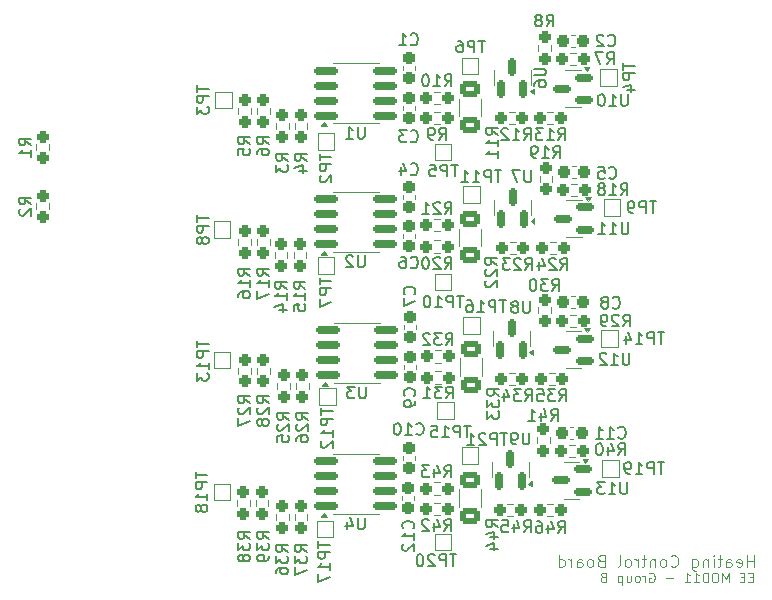
<source format=gbo>
%TF.GenerationSoftware,KiCad,Pcbnew,9.0.0*%
%TF.CreationDate,2025-03-25T18:58:09+01:00*%
%TF.ProjectId,HeatingBoard,48656174-696e-4674-926f-6172642e6b69,V1*%
%TF.SameCoordinates,Original*%
%TF.FileFunction,Legend,Bot*%
%TF.FilePolarity,Positive*%
%FSLAX46Y46*%
G04 Gerber Fmt 4.6, Leading zero omitted, Abs format (unit mm)*
G04 Created by KiCad (PCBNEW 9.0.0) date 2025-03-25 18:58:09*
%MOMM*%
%LPD*%
G01*
G04 APERTURE LIST*
G04 Aperture macros list*
%AMRoundRect*
0 Rectangle with rounded corners*
0 $1 Rounding radius*
0 $2 $3 $4 $5 $6 $7 $8 $9 X,Y pos of 4 corners*
0 Add a 4 corners polygon primitive as box body*
4,1,4,$2,$3,$4,$5,$6,$7,$8,$9,$2,$3,0*
0 Add four circle primitives for the rounded corners*
1,1,$1+$1,$2,$3*
1,1,$1+$1,$4,$5*
1,1,$1+$1,$6,$7*
1,1,$1+$1,$8,$9*
0 Add four rect primitives between the rounded corners*
20,1,$1+$1,$2,$3,$4,$5,0*
20,1,$1+$1,$4,$5,$6,$7,0*
20,1,$1+$1,$6,$7,$8,$9,0*
20,1,$1+$1,$8,$9,$2,$3,0*%
G04 Aperture macros list end*
%ADD10C,0.100000*%
%ADD11C,0.150000*%
%ADD12C,0.120000*%
%ADD13RoundRect,0.150000X0.587500X0.150000X-0.587500X0.150000X-0.587500X-0.150000X0.587500X-0.150000X0*%
%ADD14RoundRect,0.150000X0.150000X-0.587500X0.150000X0.587500X-0.150000X0.587500X-0.150000X-0.587500X0*%
%ADD15R,1.950000X1.950000*%
%ADD16C,1.950000*%
%ADD17C,6.400000*%
%ADD18R,2.006600X2.006600*%
%ADD19C,2.006600*%
%ADD20C,6.000000*%
%ADD21R,1.905000X2.000000*%
%ADD22O,1.905000X2.000000*%
%ADD23RoundRect,0.237500X0.250000X0.237500X-0.250000X0.237500X-0.250000X-0.237500X0.250000X-0.237500X0*%
%ADD24R,1.000000X1.000000*%
%ADD25RoundRect,0.237500X0.237500X-0.250000X0.237500X0.250000X-0.237500X0.250000X-0.237500X-0.250000X0*%
%ADD26RoundRect,0.237500X-0.237500X0.250000X-0.237500X-0.250000X0.237500X-0.250000X0.237500X0.250000X0*%
%ADD27RoundRect,0.237500X-0.300000X-0.237500X0.300000X-0.237500X0.300000X0.237500X-0.300000X0.237500X0*%
%ADD28RoundRect,0.150000X-0.825000X-0.150000X0.825000X-0.150000X0.825000X0.150000X-0.825000X0.150000X0*%
%ADD29RoundRect,0.237500X-0.250000X-0.237500X0.250000X-0.237500X0.250000X0.237500X-0.250000X0.237500X0*%
%ADD30RoundRect,0.237500X0.237500X-0.300000X0.237500X0.300000X-0.237500X0.300000X-0.237500X-0.300000X0*%
%ADD31RoundRect,0.250000X0.625000X-0.400000X0.625000X0.400000X-0.625000X0.400000X-0.625000X-0.400000X0*%
%ADD32RoundRect,0.237500X-0.237500X0.300000X-0.237500X-0.300000X0.237500X-0.300000X0.237500X0.300000X0*%
G04 APERTURE END LIST*
D10*
X180196115Y-126822419D02*
X180196115Y-125822419D01*
X180196115Y-126298609D02*
X179624687Y-126298609D01*
X179624687Y-126822419D02*
X179624687Y-125822419D01*
X178767544Y-126774800D02*
X178862782Y-126822419D01*
X178862782Y-126822419D02*
X179053258Y-126822419D01*
X179053258Y-126822419D02*
X179148496Y-126774800D01*
X179148496Y-126774800D02*
X179196115Y-126679561D01*
X179196115Y-126679561D02*
X179196115Y-126298609D01*
X179196115Y-126298609D02*
X179148496Y-126203371D01*
X179148496Y-126203371D02*
X179053258Y-126155752D01*
X179053258Y-126155752D02*
X178862782Y-126155752D01*
X178862782Y-126155752D02*
X178767544Y-126203371D01*
X178767544Y-126203371D02*
X178719925Y-126298609D01*
X178719925Y-126298609D02*
X178719925Y-126393847D01*
X178719925Y-126393847D02*
X179196115Y-126489085D01*
X177862782Y-126822419D02*
X177862782Y-126298609D01*
X177862782Y-126298609D02*
X177910401Y-126203371D01*
X177910401Y-126203371D02*
X178005639Y-126155752D01*
X178005639Y-126155752D02*
X178196115Y-126155752D01*
X178196115Y-126155752D02*
X178291353Y-126203371D01*
X177862782Y-126774800D02*
X177958020Y-126822419D01*
X177958020Y-126822419D02*
X178196115Y-126822419D01*
X178196115Y-126822419D02*
X178291353Y-126774800D01*
X178291353Y-126774800D02*
X178338972Y-126679561D01*
X178338972Y-126679561D02*
X178338972Y-126584323D01*
X178338972Y-126584323D02*
X178291353Y-126489085D01*
X178291353Y-126489085D02*
X178196115Y-126441466D01*
X178196115Y-126441466D02*
X177958020Y-126441466D01*
X177958020Y-126441466D02*
X177862782Y-126393847D01*
X177529448Y-126155752D02*
X177148496Y-126155752D01*
X177386591Y-125822419D02*
X177386591Y-126679561D01*
X177386591Y-126679561D02*
X177338972Y-126774800D01*
X177338972Y-126774800D02*
X177243734Y-126822419D01*
X177243734Y-126822419D02*
X177148496Y-126822419D01*
X176815162Y-126822419D02*
X176815162Y-126155752D01*
X176815162Y-125822419D02*
X176862781Y-125870038D01*
X176862781Y-125870038D02*
X176815162Y-125917657D01*
X176815162Y-125917657D02*
X176767543Y-125870038D01*
X176767543Y-125870038D02*
X176815162Y-125822419D01*
X176815162Y-125822419D02*
X176815162Y-125917657D01*
X176338972Y-126155752D02*
X176338972Y-126822419D01*
X176338972Y-126250990D02*
X176291353Y-126203371D01*
X176291353Y-126203371D02*
X176196115Y-126155752D01*
X176196115Y-126155752D02*
X176053258Y-126155752D01*
X176053258Y-126155752D02*
X175958020Y-126203371D01*
X175958020Y-126203371D02*
X175910401Y-126298609D01*
X175910401Y-126298609D02*
X175910401Y-126822419D01*
X175005639Y-126155752D02*
X175005639Y-126965276D01*
X175005639Y-126965276D02*
X175053258Y-127060514D01*
X175053258Y-127060514D02*
X175100877Y-127108133D01*
X175100877Y-127108133D02*
X175196115Y-127155752D01*
X175196115Y-127155752D02*
X175338972Y-127155752D01*
X175338972Y-127155752D02*
X175434210Y-127108133D01*
X175005639Y-126774800D02*
X175100877Y-126822419D01*
X175100877Y-126822419D02*
X175291353Y-126822419D01*
X175291353Y-126822419D02*
X175386591Y-126774800D01*
X175386591Y-126774800D02*
X175434210Y-126727180D01*
X175434210Y-126727180D02*
X175481829Y-126631942D01*
X175481829Y-126631942D02*
X175481829Y-126346228D01*
X175481829Y-126346228D02*
X175434210Y-126250990D01*
X175434210Y-126250990D02*
X175386591Y-126203371D01*
X175386591Y-126203371D02*
X175291353Y-126155752D01*
X175291353Y-126155752D02*
X175100877Y-126155752D01*
X175100877Y-126155752D02*
X175005639Y-126203371D01*
X173196115Y-126727180D02*
X173243734Y-126774800D01*
X173243734Y-126774800D02*
X173386591Y-126822419D01*
X173386591Y-126822419D02*
X173481829Y-126822419D01*
X173481829Y-126822419D02*
X173624686Y-126774800D01*
X173624686Y-126774800D02*
X173719924Y-126679561D01*
X173719924Y-126679561D02*
X173767543Y-126584323D01*
X173767543Y-126584323D02*
X173815162Y-126393847D01*
X173815162Y-126393847D02*
X173815162Y-126250990D01*
X173815162Y-126250990D02*
X173767543Y-126060514D01*
X173767543Y-126060514D02*
X173719924Y-125965276D01*
X173719924Y-125965276D02*
X173624686Y-125870038D01*
X173624686Y-125870038D02*
X173481829Y-125822419D01*
X173481829Y-125822419D02*
X173386591Y-125822419D01*
X173386591Y-125822419D02*
X173243734Y-125870038D01*
X173243734Y-125870038D02*
X173196115Y-125917657D01*
X172624686Y-126822419D02*
X172719924Y-126774800D01*
X172719924Y-126774800D02*
X172767543Y-126727180D01*
X172767543Y-126727180D02*
X172815162Y-126631942D01*
X172815162Y-126631942D02*
X172815162Y-126346228D01*
X172815162Y-126346228D02*
X172767543Y-126250990D01*
X172767543Y-126250990D02*
X172719924Y-126203371D01*
X172719924Y-126203371D02*
X172624686Y-126155752D01*
X172624686Y-126155752D02*
X172481829Y-126155752D01*
X172481829Y-126155752D02*
X172386591Y-126203371D01*
X172386591Y-126203371D02*
X172338972Y-126250990D01*
X172338972Y-126250990D02*
X172291353Y-126346228D01*
X172291353Y-126346228D02*
X172291353Y-126631942D01*
X172291353Y-126631942D02*
X172338972Y-126727180D01*
X172338972Y-126727180D02*
X172386591Y-126774800D01*
X172386591Y-126774800D02*
X172481829Y-126822419D01*
X172481829Y-126822419D02*
X172624686Y-126822419D01*
X171862781Y-126155752D02*
X171862781Y-126822419D01*
X171862781Y-126250990D02*
X171815162Y-126203371D01*
X171815162Y-126203371D02*
X171719924Y-126155752D01*
X171719924Y-126155752D02*
X171577067Y-126155752D01*
X171577067Y-126155752D02*
X171481829Y-126203371D01*
X171481829Y-126203371D02*
X171434210Y-126298609D01*
X171434210Y-126298609D02*
X171434210Y-126822419D01*
X171100876Y-126155752D02*
X170719924Y-126155752D01*
X170958019Y-125822419D02*
X170958019Y-126679561D01*
X170958019Y-126679561D02*
X170910400Y-126774800D01*
X170910400Y-126774800D02*
X170815162Y-126822419D01*
X170815162Y-126822419D02*
X170719924Y-126822419D01*
X170386590Y-126822419D02*
X170386590Y-126155752D01*
X170386590Y-126346228D02*
X170338971Y-126250990D01*
X170338971Y-126250990D02*
X170291352Y-126203371D01*
X170291352Y-126203371D02*
X170196114Y-126155752D01*
X170196114Y-126155752D02*
X170100876Y-126155752D01*
X169624685Y-126822419D02*
X169719923Y-126774800D01*
X169719923Y-126774800D02*
X169767542Y-126727180D01*
X169767542Y-126727180D02*
X169815161Y-126631942D01*
X169815161Y-126631942D02*
X169815161Y-126346228D01*
X169815161Y-126346228D02*
X169767542Y-126250990D01*
X169767542Y-126250990D02*
X169719923Y-126203371D01*
X169719923Y-126203371D02*
X169624685Y-126155752D01*
X169624685Y-126155752D02*
X169481828Y-126155752D01*
X169481828Y-126155752D02*
X169386590Y-126203371D01*
X169386590Y-126203371D02*
X169338971Y-126250990D01*
X169338971Y-126250990D02*
X169291352Y-126346228D01*
X169291352Y-126346228D02*
X169291352Y-126631942D01*
X169291352Y-126631942D02*
X169338971Y-126727180D01*
X169338971Y-126727180D02*
X169386590Y-126774800D01*
X169386590Y-126774800D02*
X169481828Y-126822419D01*
X169481828Y-126822419D02*
X169624685Y-126822419D01*
X168719923Y-126822419D02*
X168815161Y-126774800D01*
X168815161Y-126774800D02*
X168862780Y-126679561D01*
X168862780Y-126679561D02*
X168862780Y-125822419D01*
X167243732Y-126298609D02*
X167100875Y-126346228D01*
X167100875Y-126346228D02*
X167053256Y-126393847D01*
X167053256Y-126393847D02*
X167005637Y-126489085D01*
X167005637Y-126489085D02*
X167005637Y-126631942D01*
X167005637Y-126631942D02*
X167053256Y-126727180D01*
X167053256Y-126727180D02*
X167100875Y-126774800D01*
X167100875Y-126774800D02*
X167196113Y-126822419D01*
X167196113Y-126822419D02*
X167577065Y-126822419D01*
X167577065Y-126822419D02*
X167577065Y-125822419D01*
X167577065Y-125822419D02*
X167243732Y-125822419D01*
X167243732Y-125822419D02*
X167148494Y-125870038D01*
X167148494Y-125870038D02*
X167100875Y-125917657D01*
X167100875Y-125917657D02*
X167053256Y-126012895D01*
X167053256Y-126012895D02*
X167053256Y-126108133D01*
X167053256Y-126108133D02*
X167100875Y-126203371D01*
X167100875Y-126203371D02*
X167148494Y-126250990D01*
X167148494Y-126250990D02*
X167243732Y-126298609D01*
X167243732Y-126298609D02*
X167577065Y-126298609D01*
X166434208Y-126822419D02*
X166529446Y-126774800D01*
X166529446Y-126774800D02*
X166577065Y-126727180D01*
X166577065Y-126727180D02*
X166624684Y-126631942D01*
X166624684Y-126631942D02*
X166624684Y-126346228D01*
X166624684Y-126346228D02*
X166577065Y-126250990D01*
X166577065Y-126250990D02*
X166529446Y-126203371D01*
X166529446Y-126203371D02*
X166434208Y-126155752D01*
X166434208Y-126155752D02*
X166291351Y-126155752D01*
X166291351Y-126155752D02*
X166196113Y-126203371D01*
X166196113Y-126203371D02*
X166148494Y-126250990D01*
X166148494Y-126250990D02*
X166100875Y-126346228D01*
X166100875Y-126346228D02*
X166100875Y-126631942D01*
X166100875Y-126631942D02*
X166148494Y-126727180D01*
X166148494Y-126727180D02*
X166196113Y-126774800D01*
X166196113Y-126774800D02*
X166291351Y-126822419D01*
X166291351Y-126822419D02*
X166434208Y-126822419D01*
X165243732Y-126822419D02*
X165243732Y-126298609D01*
X165243732Y-126298609D02*
X165291351Y-126203371D01*
X165291351Y-126203371D02*
X165386589Y-126155752D01*
X165386589Y-126155752D02*
X165577065Y-126155752D01*
X165577065Y-126155752D02*
X165672303Y-126203371D01*
X165243732Y-126774800D02*
X165338970Y-126822419D01*
X165338970Y-126822419D02*
X165577065Y-126822419D01*
X165577065Y-126822419D02*
X165672303Y-126774800D01*
X165672303Y-126774800D02*
X165719922Y-126679561D01*
X165719922Y-126679561D02*
X165719922Y-126584323D01*
X165719922Y-126584323D02*
X165672303Y-126489085D01*
X165672303Y-126489085D02*
X165577065Y-126441466D01*
X165577065Y-126441466D02*
X165338970Y-126441466D01*
X165338970Y-126441466D02*
X165243732Y-126393847D01*
X164767541Y-126822419D02*
X164767541Y-126155752D01*
X164767541Y-126346228D02*
X164719922Y-126250990D01*
X164719922Y-126250990D02*
X164672303Y-126203371D01*
X164672303Y-126203371D02*
X164577065Y-126155752D01*
X164577065Y-126155752D02*
X164481827Y-126155752D01*
X163719922Y-126822419D02*
X163719922Y-125822419D01*
X163719922Y-126774800D02*
X163815160Y-126822419D01*
X163815160Y-126822419D02*
X164005636Y-126822419D01*
X164005636Y-126822419D02*
X164100874Y-126774800D01*
X164100874Y-126774800D02*
X164148493Y-126727180D01*
X164148493Y-126727180D02*
X164196112Y-126631942D01*
X164196112Y-126631942D02*
X164196112Y-126346228D01*
X164196112Y-126346228D02*
X164148493Y-126250990D01*
X164148493Y-126250990D02*
X164100874Y-126203371D01*
X164100874Y-126203371D02*
X164005636Y-126155752D01*
X164005636Y-126155752D02*
X163815160Y-126155752D01*
X163815160Y-126155752D02*
X163719922Y-126203371D01*
X180143734Y-127677847D02*
X179877068Y-127677847D01*
X179762782Y-128096895D02*
X180143734Y-128096895D01*
X180143734Y-128096895D02*
X180143734Y-127296895D01*
X180143734Y-127296895D02*
X179762782Y-127296895D01*
X179419924Y-127677847D02*
X179153258Y-127677847D01*
X179038972Y-128096895D02*
X179419924Y-128096895D01*
X179419924Y-128096895D02*
X179419924Y-127296895D01*
X179419924Y-127296895D02*
X179038972Y-127296895D01*
X178086590Y-128096895D02*
X178086590Y-127296895D01*
X178086590Y-127296895D02*
X177819924Y-127868323D01*
X177819924Y-127868323D02*
X177553257Y-127296895D01*
X177553257Y-127296895D02*
X177553257Y-128096895D01*
X177019923Y-127296895D02*
X176867542Y-127296895D01*
X176867542Y-127296895D02*
X176791352Y-127334990D01*
X176791352Y-127334990D02*
X176715161Y-127411180D01*
X176715161Y-127411180D02*
X176677066Y-127563561D01*
X176677066Y-127563561D02*
X176677066Y-127830228D01*
X176677066Y-127830228D02*
X176715161Y-127982609D01*
X176715161Y-127982609D02*
X176791352Y-128058800D01*
X176791352Y-128058800D02*
X176867542Y-128096895D01*
X176867542Y-128096895D02*
X177019923Y-128096895D01*
X177019923Y-128096895D02*
X177096114Y-128058800D01*
X177096114Y-128058800D02*
X177172304Y-127982609D01*
X177172304Y-127982609D02*
X177210400Y-127830228D01*
X177210400Y-127830228D02*
X177210400Y-127563561D01*
X177210400Y-127563561D02*
X177172304Y-127411180D01*
X177172304Y-127411180D02*
X177096114Y-127334990D01*
X177096114Y-127334990D02*
X177019923Y-127296895D01*
X176334209Y-128096895D02*
X176334209Y-127296895D01*
X176334209Y-127296895D02*
X176143733Y-127296895D01*
X176143733Y-127296895D02*
X176029447Y-127334990D01*
X176029447Y-127334990D02*
X175953257Y-127411180D01*
X175953257Y-127411180D02*
X175915162Y-127487371D01*
X175915162Y-127487371D02*
X175877066Y-127639752D01*
X175877066Y-127639752D02*
X175877066Y-127754038D01*
X175877066Y-127754038D02*
X175915162Y-127906419D01*
X175915162Y-127906419D02*
X175953257Y-127982609D01*
X175953257Y-127982609D02*
X176029447Y-128058800D01*
X176029447Y-128058800D02*
X176143733Y-128096895D01*
X176143733Y-128096895D02*
X176334209Y-128096895D01*
X175115162Y-128096895D02*
X175572305Y-128096895D01*
X175343733Y-128096895D02*
X175343733Y-127296895D01*
X175343733Y-127296895D02*
X175419924Y-127411180D01*
X175419924Y-127411180D02*
X175496114Y-127487371D01*
X175496114Y-127487371D02*
X175572305Y-127525466D01*
X174353257Y-128096895D02*
X174810400Y-128096895D01*
X174581828Y-128096895D02*
X174581828Y-127296895D01*
X174581828Y-127296895D02*
X174658019Y-127411180D01*
X174658019Y-127411180D02*
X174734209Y-127487371D01*
X174734209Y-127487371D02*
X174810400Y-127525466D01*
X173400875Y-127792133D02*
X172791352Y-127792133D01*
X171381828Y-127334990D02*
X171458018Y-127296895D01*
X171458018Y-127296895D02*
X171572304Y-127296895D01*
X171572304Y-127296895D02*
X171686590Y-127334990D01*
X171686590Y-127334990D02*
X171762780Y-127411180D01*
X171762780Y-127411180D02*
X171800875Y-127487371D01*
X171800875Y-127487371D02*
X171838971Y-127639752D01*
X171838971Y-127639752D02*
X171838971Y-127754038D01*
X171838971Y-127754038D02*
X171800875Y-127906419D01*
X171800875Y-127906419D02*
X171762780Y-127982609D01*
X171762780Y-127982609D02*
X171686590Y-128058800D01*
X171686590Y-128058800D02*
X171572304Y-128096895D01*
X171572304Y-128096895D02*
X171496113Y-128096895D01*
X171496113Y-128096895D02*
X171381828Y-128058800D01*
X171381828Y-128058800D02*
X171343732Y-128020704D01*
X171343732Y-128020704D02*
X171343732Y-127754038D01*
X171343732Y-127754038D02*
X171496113Y-127754038D01*
X171000875Y-128096895D02*
X171000875Y-127563561D01*
X171000875Y-127715942D02*
X170962780Y-127639752D01*
X170962780Y-127639752D02*
X170924685Y-127601657D01*
X170924685Y-127601657D02*
X170848494Y-127563561D01*
X170848494Y-127563561D02*
X170772304Y-127563561D01*
X170391352Y-128096895D02*
X170467542Y-128058800D01*
X170467542Y-128058800D02*
X170505637Y-128020704D01*
X170505637Y-128020704D02*
X170543733Y-127944514D01*
X170543733Y-127944514D02*
X170543733Y-127715942D01*
X170543733Y-127715942D02*
X170505637Y-127639752D01*
X170505637Y-127639752D02*
X170467542Y-127601657D01*
X170467542Y-127601657D02*
X170391352Y-127563561D01*
X170391352Y-127563561D02*
X170277066Y-127563561D01*
X170277066Y-127563561D02*
X170200875Y-127601657D01*
X170200875Y-127601657D02*
X170162780Y-127639752D01*
X170162780Y-127639752D02*
X170124685Y-127715942D01*
X170124685Y-127715942D02*
X170124685Y-127944514D01*
X170124685Y-127944514D02*
X170162780Y-128020704D01*
X170162780Y-128020704D02*
X170200875Y-128058800D01*
X170200875Y-128058800D02*
X170277066Y-128096895D01*
X170277066Y-128096895D02*
X170391352Y-128096895D01*
X169438970Y-127563561D02*
X169438970Y-128096895D01*
X169781827Y-127563561D02*
X169781827Y-127982609D01*
X169781827Y-127982609D02*
X169743732Y-128058800D01*
X169743732Y-128058800D02*
X169667542Y-128096895D01*
X169667542Y-128096895D02*
X169553256Y-128096895D01*
X169553256Y-128096895D02*
X169477065Y-128058800D01*
X169477065Y-128058800D02*
X169438970Y-128020704D01*
X169058017Y-127563561D02*
X169058017Y-128363561D01*
X169058017Y-127601657D02*
X168981827Y-127563561D01*
X168981827Y-127563561D02*
X168829446Y-127563561D01*
X168829446Y-127563561D02*
X168753255Y-127601657D01*
X168753255Y-127601657D02*
X168715160Y-127639752D01*
X168715160Y-127639752D02*
X168677065Y-127715942D01*
X168677065Y-127715942D02*
X168677065Y-127944514D01*
X168677065Y-127944514D02*
X168715160Y-128020704D01*
X168715160Y-128020704D02*
X168753255Y-128058800D01*
X168753255Y-128058800D02*
X168829446Y-128096895D01*
X168829446Y-128096895D02*
X168981827Y-128096895D01*
X168981827Y-128096895D02*
X169058017Y-128058800D01*
X167458017Y-127677847D02*
X167343731Y-127715942D01*
X167343731Y-127715942D02*
X167305636Y-127754038D01*
X167305636Y-127754038D02*
X167267540Y-127830228D01*
X167267540Y-127830228D02*
X167267540Y-127944514D01*
X167267540Y-127944514D02*
X167305636Y-128020704D01*
X167305636Y-128020704D02*
X167343731Y-128058800D01*
X167343731Y-128058800D02*
X167419921Y-128096895D01*
X167419921Y-128096895D02*
X167724683Y-128096895D01*
X167724683Y-128096895D02*
X167724683Y-127296895D01*
X167724683Y-127296895D02*
X167458017Y-127296895D01*
X167458017Y-127296895D02*
X167381826Y-127334990D01*
X167381826Y-127334990D02*
X167343731Y-127373085D01*
X167343731Y-127373085D02*
X167305636Y-127449276D01*
X167305636Y-127449276D02*
X167305636Y-127525466D01*
X167305636Y-127525466D02*
X167343731Y-127601657D01*
X167343731Y-127601657D02*
X167381826Y-127639752D01*
X167381826Y-127639752D02*
X167458017Y-127677847D01*
X167458017Y-127677847D02*
X167724683Y-127677847D01*
D11*
X169688094Y-108704819D02*
X169688094Y-109514342D01*
X169688094Y-109514342D02*
X169640475Y-109609580D01*
X169640475Y-109609580D02*
X169592856Y-109657200D01*
X169592856Y-109657200D02*
X169497618Y-109704819D01*
X169497618Y-109704819D02*
X169307142Y-109704819D01*
X169307142Y-109704819D02*
X169211904Y-109657200D01*
X169211904Y-109657200D02*
X169164285Y-109609580D01*
X169164285Y-109609580D02*
X169116666Y-109514342D01*
X169116666Y-109514342D02*
X169116666Y-108704819D01*
X168116666Y-109704819D02*
X168688094Y-109704819D01*
X168402380Y-109704819D02*
X168402380Y-108704819D01*
X168402380Y-108704819D02*
X168497618Y-108847676D01*
X168497618Y-108847676D02*
X168592856Y-108942914D01*
X168592856Y-108942914D02*
X168688094Y-108990533D01*
X167735713Y-108800057D02*
X167688094Y-108752438D01*
X167688094Y-108752438D02*
X167592856Y-108704819D01*
X167592856Y-108704819D02*
X167354761Y-108704819D01*
X167354761Y-108704819D02*
X167259523Y-108752438D01*
X167259523Y-108752438D02*
X167211904Y-108800057D01*
X167211904Y-108800057D02*
X167164285Y-108895295D01*
X167164285Y-108895295D02*
X167164285Y-108990533D01*
X167164285Y-108990533D02*
X167211904Y-109133390D01*
X167211904Y-109133390D02*
X167783332Y-109704819D01*
X167783332Y-109704819D02*
X167164285Y-109704819D01*
X161261904Y-104304819D02*
X161261904Y-105114342D01*
X161261904Y-105114342D02*
X161214285Y-105209580D01*
X161214285Y-105209580D02*
X161166666Y-105257200D01*
X161166666Y-105257200D02*
X161071428Y-105304819D01*
X161071428Y-105304819D02*
X160880952Y-105304819D01*
X160880952Y-105304819D02*
X160785714Y-105257200D01*
X160785714Y-105257200D02*
X160738095Y-105209580D01*
X160738095Y-105209580D02*
X160690476Y-105114342D01*
X160690476Y-105114342D02*
X160690476Y-104304819D01*
X160071428Y-104733390D02*
X160166666Y-104685771D01*
X160166666Y-104685771D02*
X160214285Y-104638152D01*
X160214285Y-104638152D02*
X160261904Y-104542914D01*
X160261904Y-104542914D02*
X160261904Y-104495295D01*
X160261904Y-104495295D02*
X160214285Y-104400057D01*
X160214285Y-104400057D02*
X160166666Y-104352438D01*
X160166666Y-104352438D02*
X160071428Y-104304819D01*
X160071428Y-104304819D02*
X159880952Y-104304819D01*
X159880952Y-104304819D02*
X159785714Y-104352438D01*
X159785714Y-104352438D02*
X159738095Y-104400057D01*
X159738095Y-104400057D02*
X159690476Y-104495295D01*
X159690476Y-104495295D02*
X159690476Y-104542914D01*
X159690476Y-104542914D02*
X159738095Y-104638152D01*
X159738095Y-104638152D02*
X159785714Y-104685771D01*
X159785714Y-104685771D02*
X159880952Y-104733390D01*
X159880952Y-104733390D02*
X160071428Y-104733390D01*
X160071428Y-104733390D02*
X160166666Y-104781009D01*
X160166666Y-104781009D02*
X160214285Y-104828628D01*
X160214285Y-104828628D02*
X160261904Y-104923866D01*
X160261904Y-104923866D02*
X160261904Y-105114342D01*
X160261904Y-105114342D02*
X160214285Y-105209580D01*
X160214285Y-105209580D02*
X160166666Y-105257200D01*
X160166666Y-105257200D02*
X160071428Y-105304819D01*
X160071428Y-105304819D02*
X159880952Y-105304819D01*
X159880952Y-105304819D02*
X159785714Y-105257200D01*
X159785714Y-105257200D02*
X159738095Y-105209580D01*
X159738095Y-105209580D02*
X159690476Y-105114342D01*
X159690476Y-105114342D02*
X159690476Y-104923866D01*
X159690476Y-104923866D02*
X159738095Y-104828628D01*
X159738095Y-104828628D02*
X159785714Y-104781009D01*
X159785714Y-104781009D02*
X159880952Y-104733390D01*
X169538094Y-86804819D02*
X169538094Y-87614342D01*
X169538094Y-87614342D02*
X169490475Y-87709580D01*
X169490475Y-87709580D02*
X169442856Y-87757200D01*
X169442856Y-87757200D02*
X169347618Y-87804819D01*
X169347618Y-87804819D02*
X169157142Y-87804819D01*
X169157142Y-87804819D02*
X169061904Y-87757200D01*
X169061904Y-87757200D02*
X169014285Y-87709580D01*
X169014285Y-87709580D02*
X168966666Y-87614342D01*
X168966666Y-87614342D02*
X168966666Y-86804819D01*
X167966666Y-87804819D02*
X168538094Y-87804819D01*
X168252380Y-87804819D02*
X168252380Y-86804819D01*
X168252380Y-86804819D02*
X168347618Y-86947676D01*
X168347618Y-86947676D02*
X168442856Y-87042914D01*
X168442856Y-87042914D02*
X168538094Y-87090533D01*
X167347618Y-86804819D02*
X167252380Y-86804819D01*
X167252380Y-86804819D02*
X167157142Y-86852438D01*
X167157142Y-86852438D02*
X167109523Y-86900057D01*
X167109523Y-86900057D02*
X167061904Y-86995295D01*
X167061904Y-86995295D02*
X167014285Y-87185771D01*
X167014285Y-87185771D02*
X167014285Y-87423866D01*
X167014285Y-87423866D02*
X167061904Y-87614342D01*
X167061904Y-87614342D02*
X167109523Y-87709580D01*
X167109523Y-87709580D02*
X167157142Y-87757200D01*
X167157142Y-87757200D02*
X167252380Y-87804819D01*
X167252380Y-87804819D02*
X167347618Y-87804819D01*
X167347618Y-87804819D02*
X167442856Y-87757200D01*
X167442856Y-87757200D02*
X167490475Y-87709580D01*
X167490475Y-87709580D02*
X167538094Y-87614342D01*
X167538094Y-87614342D02*
X167585713Y-87423866D01*
X167585713Y-87423866D02*
X167585713Y-87185771D01*
X167585713Y-87185771D02*
X167538094Y-86995295D01*
X167538094Y-86995295D02*
X167490475Y-86900057D01*
X167490475Y-86900057D02*
X167442856Y-86852438D01*
X167442856Y-86852438D02*
X167347618Y-86804819D01*
X161604819Y-84638095D02*
X162414342Y-84638095D01*
X162414342Y-84638095D02*
X162509580Y-84685714D01*
X162509580Y-84685714D02*
X162557200Y-84733333D01*
X162557200Y-84733333D02*
X162604819Y-84828571D01*
X162604819Y-84828571D02*
X162604819Y-85019047D01*
X162604819Y-85019047D02*
X162557200Y-85114285D01*
X162557200Y-85114285D02*
X162509580Y-85161904D01*
X162509580Y-85161904D02*
X162414342Y-85209523D01*
X162414342Y-85209523D02*
X161604819Y-85209523D01*
X161604819Y-86114285D02*
X161604819Y-85923809D01*
X161604819Y-85923809D02*
X161652438Y-85828571D01*
X161652438Y-85828571D02*
X161700057Y-85780952D01*
X161700057Y-85780952D02*
X161842914Y-85685714D01*
X161842914Y-85685714D02*
X162033390Y-85638095D01*
X162033390Y-85638095D02*
X162414342Y-85638095D01*
X162414342Y-85638095D02*
X162509580Y-85685714D01*
X162509580Y-85685714D02*
X162557200Y-85733333D01*
X162557200Y-85733333D02*
X162604819Y-85828571D01*
X162604819Y-85828571D02*
X162604819Y-86019047D01*
X162604819Y-86019047D02*
X162557200Y-86114285D01*
X162557200Y-86114285D02*
X162509580Y-86161904D01*
X162509580Y-86161904D02*
X162414342Y-86209523D01*
X162414342Y-86209523D02*
X162176247Y-86209523D01*
X162176247Y-86209523D02*
X162081009Y-86161904D01*
X162081009Y-86161904D02*
X162033390Y-86114285D01*
X162033390Y-86114285D02*
X161985771Y-86019047D01*
X161985771Y-86019047D02*
X161985771Y-85828571D01*
X161985771Y-85828571D02*
X162033390Y-85733333D01*
X162033390Y-85733333D02*
X162081009Y-85685714D01*
X162081009Y-85685714D02*
X162176247Y-85638095D01*
X161211904Y-115454819D02*
X161211904Y-116264342D01*
X161211904Y-116264342D02*
X161164285Y-116359580D01*
X161164285Y-116359580D02*
X161116666Y-116407200D01*
X161116666Y-116407200D02*
X161021428Y-116454819D01*
X161021428Y-116454819D02*
X160830952Y-116454819D01*
X160830952Y-116454819D02*
X160735714Y-116407200D01*
X160735714Y-116407200D02*
X160688095Y-116359580D01*
X160688095Y-116359580D02*
X160640476Y-116264342D01*
X160640476Y-116264342D02*
X160640476Y-115454819D01*
X160116666Y-116454819D02*
X159926190Y-116454819D01*
X159926190Y-116454819D02*
X159830952Y-116407200D01*
X159830952Y-116407200D02*
X159783333Y-116359580D01*
X159783333Y-116359580D02*
X159688095Y-116216723D01*
X159688095Y-116216723D02*
X159640476Y-116026247D01*
X159640476Y-116026247D02*
X159640476Y-115645295D01*
X159640476Y-115645295D02*
X159688095Y-115550057D01*
X159688095Y-115550057D02*
X159735714Y-115502438D01*
X159735714Y-115502438D02*
X159830952Y-115454819D01*
X159830952Y-115454819D02*
X160021428Y-115454819D01*
X160021428Y-115454819D02*
X160116666Y-115502438D01*
X160116666Y-115502438D02*
X160164285Y-115550057D01*
X160164285Y-115550057D02*
X160211904Y-115645295D01*
X160211904Y-115645295D02*
X160211904Y-115883390D01*
X160211904Y-115883390D02*
X160164285Y-115978628D01*
X160164285Y-115978628D02*
X160116666Y-116026247D01*
X160116666Y-116026247D02*
X160021428Y-116073866D01*
X160021428Y-116073866D02*
X159830952Y-116073866D01*
X159830952Y-116073866D02*
X159735714Y-116026247D01*
X159735714Y-116026247D02*
X159688095Y-115978628D01*
X159688095Y-115978628D02*
X159640476Y-115883390D01*
X169588094Y-97654819D02*
X169588094Y-98464342D01*
X169588094Y-98464342D02*
X169540475Y-98559580D01*
X169540475Y-98559580D02*
X169492856Y-98607200D01*
X169492856Y-98607200D02*
X169397618Y-98654819D01*
X169397618Y-98654819D02*
X169207142Y-98654819D01*
X169207142Y-98654819D02*
X169111904Y-98607200D01*
X169111904Y-98607200D02*
X169064285Y-98559580D01*
X169064285Y-98559580D02*
X169016666Y-98464342D01*
X169016666Y-98464342D02*
X169016666Y-97654819D01*
X168016666Y-98654819D02*
X168588094Y-98654819D01*
X168302380Y-98654819D02*
X168302380Y-97654819D01*
X168302380Y-97654819D02*
X168397618Y-97797676D01*
X168397618Y-97797676D02*
X168492856Y-97892914D01*
X168492856Y-97892914D02*
X168588094Y-97940533D01*
X167064285Y-98654819D02*
X167635713Y-98654819D01*
X167349999Y-98654819D02*
X167349999Y-97654819D01*
X167349999Y-97654819D02*
X167445237Y-97797676D01*
X167445237Y-97797676D02*
X167540475Y-97892914D01*
X167540475Y-97892914D02*
X167635713Y-97940533D01*
X169488094Y-119654819D02*
X169488094Y-120464342D01*
X169488094Y-120464342D02*
X169440475Y-120559580D01*
X169440475Y-120559580D02*
X169392856Y-120607200D01*
X169392856Y-120607200D02*
X169297618Y-120654819D01*
X169297618Y-120654819D02*
X169107142Y-120654819D01*
X169107142Y-120654819D02*
X169011904Y-120607200D01*
X169011904Y-120607200D02*
X168964285Y-120559580D01*
X168964285Y-120559580D02*
X168916666Y-120464342D01*
X168916666Y-120464342D02*
X168916666Y-119654819D01*
X167916666Y-120654819D02*
X168488094Y-120654819D01*
X168202380Y-120654819D02*
X168202380Y-119654819D01*
X168202380Y-119654819D02*
X168297618Y-119797676D01*
X168297618Y-119797676D02*
X168392856Y-119892914D01*
X168392856Y-119892914D02*
X168488094Y-119940533D01*
X167583332Y-119654819D02*
X166964285Y-119654819D01*
X166964285Y-119654819D02*
X167297618Y-120035771D01*
X167297618Y-120035771D02*
X167154761Y-120035771D01*
X167154761Y-120035771D02*
X167059523Y-120083390D01*
X167059523Y-120083390D02*
X167011904Y-120131009D01*
X167011904Y-120131009D02*
X166964285Y-120226247D01*
X166964285Y-120226247D02*
X166964285Y-120464342D01*
X166964285Y-120464342D02*
X167011904Y-120559580D01*
X167011904Y-120559580D02*
X167059523Y-120607200D01*
X167059523Y-120607200D02*
X167154761Y-120654819D01*
X167154761Y-120654819D02*
X167440475Y-120654819D01*
X167440475Y-120654819D02*
X167535713Y-120607200D01*
X167535713Y-120607200D02*
X167583332Y-120559580D01*
X161361904Y-93254819D02*
X161361904Y-94064342D01*
X161361904Y-94064342D02*
X161314285Y-94159580D01*
X161314285Y-94159580D02*
X161266666Y-94207200D01*
X161266666Y-94207200D02*
X161171428Y-94254819D01*
X161171428Y-94254819D02*
X160980952Y-94254819D01*
X160980952Y-94254819D02*
X160885714Y-94207200D01*
X160885714Y-94207200D02*
X160838095Y-94159580D01*
X160838095Y-94159580D02*
X160790476Y-94064342D01*
X160790476Y-94064342D02*
X160790476Y-93254819D01*
X160409523Y-93254819D02*
X159742857Y-93254819D01*
X159742857Y-93254819D02*
X160171428Y-94254819D01*
X167766666Y-84254819D02*
X168099999Y-83778628D01*
X168338094Y-84254819D02*
X168338094Y-83254819D01*
X168338094Y-83254819D02*
X167957142Y-83254819D01*
X167957142Y-83254819D02*
X167861904Y-83302438D01*
X167861904Y-83302438D02*
X167814285Y-83350057D01*
X167814285Y-83350057D02*
X167766666Y-83445295D01*
X167766666Y-83445295D02*
X167766666Y-83588152D01*
X167766666Y-83588152D02*
X167814285Y-83683390D01*
X167814285Y-83683390D02*
X167861904Y-83731009D01*
X167861904Y-83731009D02*
X167957142Y-83778628D01*
X167957142Y-83778628D02*
X168338094Y-83778628D01*
X167433332Y-83254819D02*
X166766666Y-83254819D01*
X166766666Y-83254819D02*
X167195237Y-84254819D01*
X133054819Y-97038095D02*
X133054819Y-97609523D01*
X134054819Y-97323809D02*
X133054819Y-97323809D01*
X134054819Y-97942857D02*
X133054819Y-97942857D01*
X133054819Y-97942857D02*
X133054819Y-98323809D01*
X133054819Y-98323809D02*
X133102438Y-98419047D01*
X133102438Y-98419047D02*
X133150057Y-98466666D01*
X133150057Y-98466666D02*
X133245295Y-98514285D01*
X133245295Y-98514285D02*
X133388152Y-98514285D01*
X133388152Y-98514285D02*
X133483390Y-98466666D01*
X133483390Y-98466666D02*
X133531009Y-98419047D01*
X133531009Y-98419047D02*
X133578628Y-98323809D01*
X133578628Y-98323809D02*
X133578628Y-97942857D01*
X133483390Y-99085714D02*
X133435771Y-98990476D01*
X133435771Y-98990476D02*
X133388152Y-98942857D01*
X133388152Y-98942857D02*
X133292914Y-98895238D01*
X133292914Y-98895238D02*
X133245295Y-98895238D01*
X133245295Y-98895238D02*
X133150057Y-98942857D01*
X133150057Y-98942857D02*
X133102438Y-98990476D01*
X133102438Y-98990476D02*
X133054819Y-99085714D01*
X133054819Y-99085714D02*
X133054819Y-99276190D01*
X133054819Y-99276190D02*
X133102438Y-99371428D01*
X133102438Y-99371428D02*
X133150057Y-99419047D01*
X133150057Y-99419047D02*
X133245295Y-99466666D01*
X133245295Y-99466666D02*
X133292914Y-99466666D01*
X133292914Y-99466666D02*
X133388152Y-99419047D01*
X133388152Y-99419047D02*
X133435771Y-99371428D01*
X133435771Y-99371428D02*
X133483390Y-99276190D01*
X133483390Y-99276190D02*
X133483390Y-99085714D01*
X133483390Y-99085714D02*
X133531009Y-98990476D01*
X133531009Y-98990476D02*
X133578628Y-98942857D01*
X133578628Y-98942857D02*
X133673866Y-98895238D01*
X133673866Y-98895238D02*
X133864342Y-98895238D01*
X133864342Y-98895238D02*
X133959580Y-98942857D01*
X133959580Y-98942857D02*
X134007200Y-98990476D01*
X134007200Y-98990476D02*
X134054819Y-99085714D01*
X134054819Y-99085714D02*
X134054819Y-99276190D01*
X134054819Y-99276190D02*
X134007200Y-99371428D01*
X134007200Y-99371428D02*
X133959580Y-99419047D01*
X133959580Y-99419047D02*
X133864342Y-99466666D01*
X133864342Y-99466666D02*
X133673866Y-99466666D01*
X133673866Y-99466666D02*
X133578628Y-99419047D01*
X133578628Y-99419047D02*
X133531009Y-99371428D01*
X133531009Y-99371428D02*
X133483390Y-99276190D01*
X154042857Y-86124819D02*
X154376190Y-85648628D01*
X154614285Y-86124819D02*
X154614285Y-85124819D01*
X154614285Y-85124819D02*
X154233333Y-85124819D01*
X154233333Y-85124819D02*
X154138095Y-85172438D01*
X154138095Y-85172438D02*
X154090476Y-85220057D01*
X154090476Y-85220057D02*
X154042857Y-85315295D01*
X154042857Y-85315295D02*
X154042857Y-85458152D01*
X154042857Y-85458152D02*
X154090476Y-85553390D01*
X154090476Y-85553390D02*
X154138095Y-85601009D01*
X154138095Y-85601009D02*
X154233333Y-85648628D01*
X154233333Y-85648628D02*
X154614285Y-85648628D01*
X153090476Y-86124819D02*
X153661904Y-86124819D01*
X153376190Y-86124819D02*
X153376190Y-85124819D01*
X153376190Y-85124819D02*
X153471428Y-85267676D01*
X153471428Y-85267676D02*
X153566666Y-85362914D01*
X153566666Y-85362914D02*
X153661904Y-85410533D01*
X152471428Y-85124819D02*
X152376190Y-85124819D01*
X152376190Y-85124819D02*
X152280952Y-85172438D01*
X152280952Y-85172438D02*
X152233333Y-85220057D01*
X152233333Y-85220057D02*
X152185714Y-85315295D01*
X152185714Y-85315295D02*
X152138095Y-85505771D01*
X152138095Y-85505771D02*
X152138095Y-85743866D01*
X152138095Y-85743866D02*
X152185714Y-85934342D01*
X152185714Y-85934342D02*
X152233333Y-86029580D01*
X152233333Y-86029580D02*
X152280952Y-86077200D01*
X152280952Y-86077200D02*
X152376190Y-86124819D01*
X152376190Y-86124819D02*
X152471428Y-86124819D01*
X152471428Y-86124819D02*
X152566666Y-86077200D01*
X152566666Y-86077200D02*
X152614285Y-86029580D01*
X152614285Y-86029580D02*
X152661904Y-85934342D01*
X152661904Y-85934342D02*
X152709523Y-85743866D01*
X152709523Y-85743866D02*
X152709523Y-85505771D01*
X152709523Y-85505771D02*
X152661904Y-85315295D01*
X152661904Y-85315295D02*
X152614285Y-85220057D01*
X152614285Y-85220057D02*
X152566666Y-85172438D01*
X152566666Y-85172438D02*
X152471428Y-85124819D01*
X156238094Y-114854819D02*
X155666666Y-114854819D01*
X155952380Y-115854819D02*
X155952380Y-114854819D01*
X155333332Y-115854819D02*
X155333332Y-114854819D01*
X155333332Y-114854819D02*
X154952380Y-114854819D01*
X154952380Y-114854819D02*
X154857142Y-114902438D01*
X154857142Y-114902438D02*
X154809523Y-114950057D01*
X154809523Y-114950057D02*
X154761904Y-115045295D01*
X154761904Y-115045295D02*
X154761904Y-115188152D01*
X154761904Y-115188152D02*
X154809523Y-115283390D01*
X154809523Y-115283390D02*
X154857142Y-115331009D01*
X154857142Y-115331009D02*
X154952380Y-115378628D01*
X154952380Y-115378628D02*
X155333332Y-115378628D01*
X153809523Y-115854819D02*
X154380951Y-115854819D01*
X154095237Y-115854819D02*
X154095237Y-114854819D01*
X154095237Y-114854819D02*
X154190475Y-114997676D01*
X154190475Y-114997676D02*
X154285713Y-115092914D01*
X154285713Y-115092914D02*
X154380951Y-115140533D01*
X152904761Y-114854819D02*
X153380951Y-114854819D01*
X153380951Y-114854819D02*
X153428570Y-115331009D01*
X153428570Y-115331009D02*
X153380951Y-115283390D01*
X153380951Y-115283390D02*
X153285713Y-115235771D01*
X153285713Y-115235771D02*
X153047618Y-115235771D01*
X153047618Y-115235771D02*
X152952380Y-115283390D01*
X152952380Y-115283390D02*
X152904761Y-115331009D01*
X152904761Y-115331009D02*
X152857142Y-115426247D01*
X152857142Y-115426247D02*
X152857142Y-115664342D01*
X152857142Y-115664342D02*
X152904761Y-115759580D01*
X152904761Y-115759580D02*
X152952380Y-115807200D01*
X152952380Y-115807200D02*
X153047618Y-115854819D01*
X153047618Y-115854819D02*
X153285713Y-115854819D01*
X153285713Y-115854819D02*
X153380951Y-115807200D01*
X153380951Y-115807200D02*
X153428570Y-115759580D01*
X137554819Y-112957142D02*
X137078628Y-112623809D01*
X137554819Y-112385714D02*
X136554819Y-112385714D01*
X136554819Y-112385714D02*
X136554819Y-112766666D01*
X136554819Y-112766666D02*
X136602438Y-112861904D01*
X136602438Y-112861904D02*
X136650057Y-112909523D01*
X136650057Y-112909523D02*
X136745295Y-112957142D01*
X136745295Y-112957142D02*
X136888152Y-112957142D01*
X136888152Y-112957142D02*
X136983390Y-112909523D01*
X136983390Y-112909523D02*
X137031009Y-112861904D01*
X137031009Y-112861904D02*
X137078628Y-112766666D01*
X137078628Y-112766666D02*
X137078628Y-112385714D01*
X136650057Y-113338095D02*
X136602438Y-113385714D01*
X136602438Y-113385714D02*
X136554819Y-113480952D01*
X136554819Y-113480952D02*
X136554819Y-113719047D01*
X136554819Y-113719047D02*
X136602438Y-113814285D01*
X136602438Y-113814285D02*
X136650057Y-113861904D01*
X136650057Y-113861904D02*
X136745295Y-113909523D01*
X136745295Y-113909523D02*
X136840533Y-113909523D01*
X136840533Y-113909523D02*
X136983390Y-113861904D01*
X136983390Y-113861904D02*
X137554819Y-113290476D01*
X137554819Y-113290476D02*
X137554819Y-113909523D01*
X136554819Y-114242857D02*
X136554819Y-114909523D01*
X136554819Y-114909523D02*
X137554819Y-114480952D01*
X143454819Y-102338095D02*
X143454819Y-102909523D01*
X144454819Y-102623809D02*
X143454819Y-102623809D01*
X144454819Y-103242857D02*
X143454819Y-103242857D01*
X143454819Y-103242857D02*
X143454819Y-103623809D01*
X143454819Y-103623809D02*
X143502438Y-103719047D01*
X143502438Y-103719047D02*
X143550057Y-103766666D01*
X143550057Y-103766666D02*
X143645295Y-103814285D01*
X143645295Y-103814285D02*
X143788152Y-103814285D01*
X143788152Y-103814285D02*
X143883390Y-103766666D01*
X143883390Y-103766666D02*
X143931009Y-103719047D01*
X143931009Y-103719047D02*
X143978628Y-103623809D01*
X143978628Y-103623809D02*
X143978628Y-103242857D01*
X143454819Y-104147619D02*
X143454819Y-104814285D01*
X143454819Y-104814285D02*
X144454819Y-104385714D01*
X159238094Y-104254819D02*
X158666666Y-104254819D01*
X158952380Y-105254819D02*
X158952380Y-104254819D01*
X158333332Y-105254819D02*
X158333332Y-104254819D01*
X158333332Y-104254819D02*
X157952380Y-104254819D01*
X157952380Y-104254819D02*
X157857142Y-104302438D01*
X157857142Y-104302438D02*
X157809523Y-104350057D01*
X157809523Y-104350057D02*
X157761904Y-104445295D01*
X157761904Y-104445295D02*
X157761904Y-104588152D01*
X157761904Y-104588152D02*
X157809523Y-104683390D01*
X157809523Y-104683390D02*
X157857142Y-104731009D01*
X157857142Y-104731009D02*
X157952380Y-104778628D01*
X157952380Y-104778628D02*
X158333332Y-104778628D01*
X156809523Y-105254819D02*
X157380951Y-105254819D01*
X157095237Y-105254819D02*
X157095237Y-104254819D01*
X157095237Y-104254819D02*
X157190475Y-104397676D01*
X157190475Y-104397676D02*
X157285713Y-104492914D01*
X157285713Y-104492914D02*
X157380951Y-104540533D01*
X155952380Y-104254819D02*
X156142856Y-104254819D01*
X156142856Y-104254819D02*
X156238094Y-104302438D01*
X156238094Y-104302438D02*
X156285713Y-104350057D01*
X156285713Y-104350057D02*
X156380951Y-104492914D01*
X156380951Y-104492914D02*
X156428570Y-104683390D01*
X156428570Y-104683390D02*
X156428570Y-105064342D01*
X156428570Y-105064342D02*
X156380951Y-105159580D01*
X156380951Y-105159580D02*
X156333332Y-105207200D01*
X156333332Y-105207200D02*
X156238094Y-105254819D01*
X156238094Y-105254819D02*
X156047618Y-105254819D01*
X156047618Y-105254819D02*
X155952380Y-105207200D01*
X155952380Y-105207200D02*
X155904761Y-105159580D01*
X155904761Y-105159580D02*
X155857142Y-105064342D01*
X155857142Y-105064342D02*
X155857142Y-104826247D01*
X155857142Y-104826247D02*
X155904761Y-104731009D01*
X155904761Y-104731009D02*
X155952380Y-104683390D01*
X155952380Y-104683390D02*
X156047618Y-104635771D01*
X156047618Y-104635771D02*
X156238094Y-104635771D01*
X156238094Y-104635771D02*
X156333332Y-104683390D01*
X156333332Y-104683390D02*
X156380951Y-104731009D01*
X156380951Y-104731009D02*
X156428570Y-104826247D01*
X139154819Y-102157142D02*
X138678628Y-101823809D01*
X139154819Y-101585714D02*
X138154819Y-101585714D01*
X138154819Y-101585714D02*
X138154819Y-101966666D01*
X138154819Y-101966666D02*
X138202438Y-102061904D01*
X138202438Y-102061904D02*
X138250057Y-102109523D01*
X138250057Y-102109523D02*
X138345295Y-102157142D01*
X138345295Y-102157142D02*
X138488152Y-102157142D01*
X138488152Y-102157142D02*
X138583390Y-102109523D01*
X138583390Y-102109523D02*
X138631009Y-102061904D01*
X138631009Y-102061904D02*
X138678628Y-101966666D01*
X138678628Y-101966666D02*
X138678628Y-101585714D01*
X139154819Y-103109523D02*
X139154819Y-102538095D01*
X139154819Y-102823809D02*
X138154819Y-102823809D01*
X138154819Y-102823809D02*
X138297676Y-102728571D01*
X138297676Y-102728571D02*
X138392914Y-102633333D01*
X138392914Y-102633333D02*
X138440533Y-102538095D01*
X138154819Y-103442857D02*
X138154819Y-104109523D01*
X138154819Y-104109523D02*
X139154819Y-103680952D01*
X154017857Y-119219819D02*
X154351190Y-118743628D01*
X154589285Y-119219819D02*
X154589285Y-118219819D01*
X154589285Y-118219819D02*
X154208333Y-118219819D01*
X154208333Y-118219819D02*
X154113095Y-118267438D01*
X154113095Y-118267438D02*
X154065476Y-118315057D01*
X154065476Y-118315057D02*
X154017857Y-118410295D01*
X154017857Y-118410295D02*
X154017857Y-118553152D01*
X154017857Y-118553152D02*
X154065476Y-118648390D01*
X154065476Y-118648390D02*
X154113095Y-118696009D01*
X154113095Y-118696009D02*
X154208333Y-118743628D01*
X154208333Y-118743628D02*
X154589285Y-118743628D01*
X153160714Y-118553152D02*
X153160714Y-119219819D01*
X153398809Y-118172200D02*
X153636904Y-118886485D01*
X153636904Y-118886485D02*
X153017857Y-118886485D01*
X152732142Y-118219819D02*
X152113095Y-118219819D01*
X152113095Y-118219819D02*
X152446428Y-118600771D01*
X152446428Y-118600771D02*
X152303571Y-118600771D01*
X152303571Y-118600771D02*
X152208333Y-118648390D01*
X152208333Y-118648390D02*
X152160714Y-118696009D01*
X152160714Y-118696009D02*
X152113095Y-118791247D01*
X152113095Y-118791247D02*
X152113095Y-119029342D01*
X152113095Y-119029342D02*
X152160714Y-119124580D01*
X152160714Y-119124580D02*
X152208333Y-119172200D01*
X152208333Y-119172200D02*
X152303571Y-119219819D01*
X152303571Y-119219819D02*
X152589285Y-119219819D01*
X152589285Y-119219819D02*
X152684523Y-119172200D01*
X152684523Y-119172200D02*
X152732142Y-119124580D01*
X168942857Y-95354819D02*
X169276190Y-94878628D01*
X169514285Y-95354819D02*
X169514285Y-94354819D01*
X169514285Y-94354819D02*
X169133333Y-94354819D01*
X169133333Y-94354819D02*
X169038095Y-94402438D01*
X169038095Y-94402438D02*
X168990476Y-94450057D01*
X168990476Y-94450057D02*
X168942857Y-94545295D01*
X168942857Y-94545295D02*
X168942857Y-94688152D01*
X168942857Y-94688152D02*
X168990476Y-94783390D01*
X168990476Y-94783390D02*
X169038095Y-94831009D01*
X169038095Y-94831009D02*
X169133333Y-94878628D01*
X169133333Y-94878628D02*
X169514285Y-94878628D01*
X167990476Y-95354819D02*
X168561904Y-95354819D01*
X168276190Y-95354819D02*
X168276190Y-94354819D01*
X168276190Y-94354819D02*
X168371428Y-94497676D01*
X168371428Y-94497676D02*
X168466666Y-94592914D01*
X168466666Y-94592914D02*
X168561904Y-94640533D01*
X167419047Y-94783390D02*
X167514285Y-94735771D01*
X167514285Y-94735771D02*
X167561904Y-94688152D01*
X167561904Y-94688152D02*
X167609523Y-94592914D01*
X167609523Y-94592914D02*
X167609523Y-94545295D01*
X167609523Y-94545295D02*
X167561904Y-94450057D01*
X167561904Y-94450057D02*
X167514285Y-94402438D01*
X167514285Y-94402438D02*
X167419047Y-94354819D01*
X167419047Y-94354819D02*
X167228571Y-94354819D01*
X167228571Y-94354819D02*
X167133333Y-94402438D01*
X167133333Y-94402438D02*
X167085714Y-94450057D01*
X167085714Y-94450057D02*
X167038095Y-94545295D01*
X167038095Y-94545295D02*
X167038095Y-94592914D01*
X167038095Y-94592914D02*
X167085714Y-94688152D01*
X167085714Y-94688152D02*
X167133333Y-94735771D01*
X167133333Y-94735771D02*
X167228571Y-94783390D01*
X167228571Y-94783390D02*
X167419047Y-94783390D01*
X167419047Y-94783390D02*
X167514285Y-94831009D01*
X167514285Y-94831009D02*
X167561904Y-94878628D01*
X167561904Y-94878628D02*
X167609523Y-94973866D01*
X167609523Y-94973866D02*
X167609523Y-95164342D01*
X167609523Y-95164342D02*
X167561904Y-95259580D01*
X167561904Y-95259580D02*
X167514285Y-95307200D01*
X167514285Y-95307200D02*
X167419047Y-95354819D01*
X167419047Y-95354819D02*
X167228571Y-95354819D01*
X167228571Y-95354819D02*
X167133333Y-95307200D01*
X167133333Y-95307200D02*
X167085714Y-95259580D01*
X167085714Y-95259580D02*
X167038095Y-95164342D01*
X167038095Y-95164342D02*
X167038095Y-94973866D01*
X167038095Y-94973866D02*
X167085714Y-94878628D01*
X167085714Y-94878628D02*
X167133333Y-94831009D01*
X167133333Y-94831009D02*
X167228571Y-94783390D01*
X168742857Y-117354819D02*
X169076190Y-116878628D01*
X169314285Y-117354819D02*
X169314285Y-116354819D01*
X169314285Y-116354819D02*
X168933333Y-116354819D01*
X168933333Y-116354819D02*
X168838095Y-116402438D01*
X168838095Y-116402438D02*
X168790476Y-116450057D01*
X168790476Y-116450057D02*
X168742857Y-116545295D01*
X168742857Y-116545295D02*
X168742857Y-116688152D01*
X168742857Y-116688152D02*
X168790476Y-116783390D01*
X168790476Y-116783390D02*
X168838095Y-116831009D01*
X168838095Y-116831009D02*
X168933333Y-116878628D01*
X168933333Y-116878628D02*
X169314285Y-116878628D01*
X167885714Y-116688152D02*
X167885714Y-117354819D01*
X168123809Y-116307200D02*
X168361904Y-117021485D01*
X168361904Y-117021485D02*
X167742857Y-117021485D01*
X167171428Y-116354819D02*
X167076190Y-116354819D01*
X167076190Y-116354819D02*
X166980952Y-116402438D01*
X166980952Y-116402438D02*
X166933333Y-116450057D01*
X166933333Y-116450057D02*
X166885714Y-116545295D01*
X166885714Y-116545295D02*
X166838095Y-116735771D01*
X166838095Y-116735771D02*
X166838095Y-116973866D01*
X166838095Y-116973866D02*
X166885714Y-117164342D01*
X166885714Y-117164342D02*
X166933333Y-117259580D01*
X166933333Y-117259580D02*
X166980952Y-117307200D01*
X166980952Y-117307200D02*
X167076190Y-117354819D01*
X167076190Y-117354819D02*
X167171428Y-117354819D01*
X167171428Y-117354819D02*
X167266666Y-117307200D01*
X167266666Y-117307200D02*
X167314285Y-117259580D01*
X167314285Y-117259580D02*
X167361904Y-117164342D01*
X167361904Y-117164342D02*
X167409523Y-116973866D01*
X167409523Y-116973866D02*
X167409523Y-116735771D01*
X167409523Y-116735771D02*
X167361904Y-116545295D01*
X167361904Y-116545295D02*
X167314285Y-116450057D01*
X167314285Y-116450057D02*
X167266666Y-116402438D01*
X167266666Y-116402438D02*
X167171428Y-116354819D01*
X142254819Y-103257142D02*
X141778628Y-102923809D01*
X142254819Y-102685714D02*
X141254819Y-102685714D01*
X141254819Y-102685714D02*
X141254819Y-103066666D01*
X141254819Y-103066666D02*
X141302438Y-103161904D01*
X141302438Y-103161904D02*
X141350057Y-103209523D01*
X141350057Y-103209523D02*
X141445295Y-103257142D01*
X141445295Y-103257142D02*
X141588152Y-103257142D01*
X141588152Y-103257142D02*
X141683390Y-103209523D01*
X141683390Y-103209523D02*
X141731009Y-103161904D01*
X141731009Y-103161904D02*
X141778628Y-103066666D01*
X141778628Y-103066666D02*
X141778628Y-102685714D01*
X142254819Y-104209523D02*
X142254819Y-103638095D01*
X142254819Y-103923809D02*
X141254819Y-103923809D01*
X141254819Y-103923809D02*
X141397676Y-103828571D01*
X141397676Y-103828571D02*
X141492914Y-103733333D01*
X141492914Y-103733333D02*
X141540533Y-103638095D01*
X141254819Y-105114285D02*
X141254819Y-104638095D01*
X141254819Y-104638095D02*
X141731009Y-104590476D01*
X141731009Y-104590476D02*
X141683390Y-104638095D01*
X141683390Y-104638095D02*
X141635771Y-104733333D01*
X141635771Y-104733333D02*
X141635771Y-104971428D01*
X141635771Y-104971428D02*
X141683390Y-105066666D01*
X141683390Y-105066666D02*
X141731009Y-105114285D01*
X141731009Y-105114285D02*
X141826247Y-105161904D01*
X141826247Y-105161904D02*
X142064342Y-105161904D01*
X142064342Y-105161904D02*
X142159580Y-105114285D01*
X142159580Y-105114285D02*
X142207200Y-105066666D01*
X142207200Y-105066666D02*
X142254819Y-104971428D01*
X142254819Y-104971428D02*
X142254819Y-104733333D01*
X142254819Y-104733333D02*
X142207200Y-104638095D01*
X142207200Y-104638095D02*
X142159580Y-104590476D01*
X133054819Y-107661905D02*
X133054819Y-108233333D01*
X134054819Y-107947619D02*
X133054819Y-107947619D01*
X134054819Y-108566667D02*
X133054819Y-108566667D01*
X133054819Y-108566667D02*
X133054819Y-108947619D01*
X133054819Y-108947619D02*
X133102438Y-109042857D01*
X133102438Y-109042857D02*
X133150057Y-109090476D01*
X133150057Y-109090476D02*
X133245295Y-109138095D01*
X133245295Y-109138095D02*
X133388152Y-109138095D01*
X133388152Y-109138095D02*
X133483390Y-109090476D01*
X133483390Y-109090476D02*
X133531009Y-109042857D01*
X133531009Y-109042857D02*
X133578628Y-108947619D01*
X133578628Y-108947619D02*
X133578628Y-108566667D01*
X134054819Y-110090476D02*
X134054819Y-109519048D01*
X134054819Y-109804762D02*
X133054819Y-109804762D01*
X133054819Y-109804762D02*
X133197676Y-109709524D01*
X133197676Y-109709524D02*
X133292914Y-109614286D01*
X133292914Y-109614286D02*
X133340533Y-109519048D01*
X133054819Y-110423810D02*
X133054819Y-111042857D01*
X133054819Y-111042857D02*
X133435771Y-110709524D01*
X133435771Y-110709524D02*
X133435771Y-110852381D01*
X133435771Y-110852381D02*
X133483390Y-110947619D01*
X133483390Y-110947619D02*
X133531009Y-110995238D01*
X133531009Y-110995238D02*
X133626247Y-111042857D01*
X133626247Y-111042857D02*
X133864342Y-111042857D01*
X133864342Y-111042857D02*
X133959580Y-110995238D01*
X133959580Y-110995238D02*
X134007200Y-110947619D01*
X134007200Y-110947619D02*
X134054819Y-110852381D01*
X134054819Y-110852381D02*
X134054819Y-110566667D01*
X134054819Y-110566667D02*
X134007200Y-110471429D01*
X134007200Y-110471429D02*
X133959580Y-110423810D01*
X119024819Y-96133333D02*
X118548628Y-95800000D01*
X119024819Y-95561905D02*
X118024819Y-95561905D01*
X118024819Y-95561905D02*
X118024819Y-95942857D01*
X118024819Y-95942857D02*
X118072438Y-96038095D01*
X118072438Y-96038095D02*
X118120057Y-96085714D01*
X118120057Y-96085714D02*
X118215295Y-96133333D01*
X118215295Y-96133333D02*
X118358152Y-96133333D01*
X118358152Y-96133333D02*
X118453390Y-96085714D01*
X118453390Y-96085714D02*
X118501009Y-96038095D01*
X118501009Y-96038095D02*
X118548628Y-95942857D01*
X118548628Y-95942857D02*
X118548628Y-95561905D01*
X118120057Y-96514286D02*
X118072438Y-96561905D01*
X118072438Y-96561905D02*
X118024819Y-96657143D01*
X118024819Y-96657143D02*
X118024819Y-96895238D01*
X118024819Y-96895238D02*
X118072438Y-96990476D01*
X118072438Y-96990476D02*
X118120057Y-97038095D01*
X118120057Y-97038095D02*
X118215295Y-97085714D01*
X118215295Y-97085714D02*
X118310533Y-97085714D01*
X118310533Y-97085714D02*
X118453390Y-97038095D01*
X118453390Y-97038095D02*
X119024819Y-96466667D01*
X119024819Y-96466667D02*
X119024819Y-97085714D01*
X143354819Y-124661905D02*
X143354819Y-125233333D01*
X144354819Y-124947619D02*
X143354819Y-124947619D01*
X144354819Y-125566667D02*
X143354819Y-125566667D01*
X143354819Y-125566667D02*
X143354819Y-125947619D01*
X143354819Y-125947619D02*
X143402438Y-126042857D01*
X143402438Y-126042857D02*
X143450057Y-126090476D01*
X143450057Y-126090476D02*
X143545295Y-126138095D01*
X143545295Y-126138095D02*
X143688152Y-126138095D01*
X143688152Y-126138095D02*
X143783390Y-126090476D01*
X143783390Y-126090476D02*
X143831009Y-126042857D01*
X143831009Y-126042857D02*
X143878628Y-125947619D01*
X143878628Y-125947619D02*
X143878628Y-125566667D01*
X144354819Y-127090476D02*
X144354819Y-126519048D01*
X144354819Y-126804762D02*
X143354819Y-126804762D01*
X143354819Y-126804762D02*
X143497676Y-126709524D01*
X143497676Y-126709524D02*
X143592914Y-126614286D01*
X143592914Y-126614286D02*
X143640533Y-126519048D01*
X143354819Y-127423810D02*
X143354819Y-128090476D01*
X143354819Y-128090476D02*
X144354819Y-127661905D01*
X168742857Y-115859580D02*
X168790476Y-115907200D01*
X168790476Y-115907200D02*
X168933333Y-115954819D01*
X168933333Y-115954819D02*
X169028571Y-115954819D01*
X169028571Y-115954819D02*
X169171428Y-115907200D01*
X169171428Y-115907200D02*
X169266666Y-115811961D01*
X169266666Y-115811961D02*
X169314285Y-115716723D01*
X169314285Y-115716723D02*
X169361904Y-115526247D01*
X169361904Y-115526247D02*
X169361904Y-115383390D01*
X169361904Y-115383390D02*
X169314285Y-115192914D01*
X169314285Y-115192914D02*
X169266666Y-115097676D01*
X169266666Y-115097676D02*
X169171428Y-115002438D01*
X169171428Y-115002438D02*
X169028571Y-114954819D01*
X169028571Y-114954819D02*
X168933333Y-114954819D01*
X168933333Y-114954819D02*
X168790476Y-115002438D01*
X168790476Y-115002438D02*
X168742857Y-115050057D01*
X167790476Y-115954819D02*
X168361904Y-115954819D01*
X168076190Y-115954819D02*
X168076190Y-114954819D01*
X168076190Y-114954819D02*
X168171428Y-115097676D01*
X168171428Y-115097676D02*
X168266666Y-115192914D01*
X168266666Y-115192914D02*
X168361904Y-115240533D01*
X166838095Y-115954819D02*
X167409523Y-115954819D01*
X167123809Y-115954819D02*
X167123809Y-114954819D01*
X167123809Y-114954819D02*
X167219047Y-115097676D01*
X167219047Y-115097676D02*
X167314285Y-115192914D01*
X167314285Y-115192914D02*
X167409523Y-115240533D01*
X140854819Y-114357142D02*
X140378628Y-114023809D01*
X140854819Y-113785714D02*
X139854819Y-113785714D01*
X139854819Y-113785714D02*
X139854819Y-114166666D01*
X139854819Y-114166666D02*
X139902438Y-114261904D01*
X139902438Y-114261904D02*
X139950057Y-114309523D01*
X139950057Y-114309523D02*
X140045295Y-114357142D01*
X140045295Y-114357142D02*
X140188152Y-114357142D01*
X140188152Y-114357142D02*
X140283390Y-114309523D01*
X140283390Y-114309523D02*
X140331009Y-114261904D01*
X140331009Y-114261904D02*
X140378628Y-114166666D01*
X140378628Y-114166666D02*
X140378628Y-113785714D01*
X139950057Y-114738095D02*
X139902438Y-114785714D01*
X139902438Y-114785714D02*
X139854819Y-114880952D01*
X139854819Y-114880952D02*
X139854819Y-115119047D01*
X139854819Y-115119047D02*
X139902438Y-115214285D01*
X139902438Y-115214285D02*
X139950057Y-115261904D01*
X139950057Y-115261904D02*
X140045295Y-115309523D01*
X140045295Y-115309523D02*
X140140533Y-115309523D01*
X140140533Y-115309523D02*
X140283390Y-115261904D01*
X140283390Y-115261904D02*
X140854819Y-114690476D01*
X140854819Y-114690476D02*
X140854819Y-115309523D01*
X139854819Y-116214285D02*
X139854819Y-115738095D01*
X139854819Y-115738095D02*
X140331009Y-115690476D01*
X140331009Y-115690476D02*
X140283390Y-115738095D01*
X140283390Y-115738095D02*
X140235771Y-115833333D01*
X140235771Y-115833333D02*
X140235771Y-116071428D01*
X140235771Y-116071428D02*
X140283390Y-116166666D01*
X140283390Y-116166666D02*
X140331009Y-116214285D01*
X140331009Y-116214285D02*
X140426247Y-116261904D01*
X140426247Y-116261904D02*
X140664342Y-116261904D01*
X140664342Y-116261904D02*
X140759580Y-116214285D01*
X140759580Y-116214285D02*
X140807200Y-116166666D01*
X140807200Y-116166666D02*
X140854819Y-116071428D01*
X140854819Y-116071428D02*
X140854819Y-115833333D01*
X140854819Y-115833333D02*
X140807200Y-115738095D01*
X140807200Y-115738095D02*
X140759580Y-115690476D01*
X147261904Y-122654819D02*
X147261904Y-123464342D01*
X147261904Y-123464342D02*
X147214285Y-123559580D01*
X147214285Y-123559580D02*
X147166666Y-123607200D01*
X147166666Y-123607200D02*
X147071428Y-123654819D01*
X147071428Y-123654819D02*
X146880952Y-123654819D01*
X146880952Y-123654819D02*
X146785714Y-123607200D01*
X146785714Y-123607200D02*
X146738095Y-123559580D01*
X146738095Y-123559580D02*
X146690476Y-123464342D01*
X146690476Y-123464342D02*
X146690476Y-122654819D01*
X145785714Y-122988152D02*
X145785714Y-123654819D01*
X146023809Y-122607200D02*
X146261904Y-123321485D01*
X146261904Y-123321485D02*
X145642857Y-123321485D01*
X154042857Y-101584819D02*
X154376190Y-101108628D01*
X154614285Y-101584819D02*
X154614285Y-100584819D01*
X154614285Y-100584819D02*
X154233333Y-100584819D01*
X154233333Y-100584819D02*
X154138095Y-100632438D01*
X154138095Y-100632438D02*
X154090476Y-100680057D01*
X154090476Y-100680057D02*
X154042857Y-100775295D01*
X154042857Y-100775295D02*
X154042857Y-100918152D01*
X154042857Y-100918152D02*
X154090476Y-101013390D01*
X154090476Y-101013390D02*
X154138095Y-101061009D01*
X154138095Y-101061009D02*
X154233333Y-101108628D01*
X154233333Y-101108628D02*
X154614285Y-101108628D01*
X153661904Y-100680057D02*
X153614285Y-100632438D01*
X153614285Y-100632438D02*
X153519047Y-100584819D01*
X153519047Y-100584819D02*
X153280952Y-100584819D01*
X153280952Y-100584819D02*
X153185714Y-100632438D01*
X153185714Y-100632438D02*
X153138095Y-100680057D01*
X153138095Y-100680057D02*
X153090476Y-100775295D01*
X153090476Y-100775295D02*
X153090476Y-100870533D01*
X153090476Y-100870533D02*
X153138095Y-101013390D01*
X153138095Y-101013390D02*
X153709523Y-101584819D01*
X153709523Y-101584819D02*
X153090476Y-101584819D01*
X152471428Y-100584819D02*
X152376190Y-100584819D01*
X152376190Y-100584819D02*
X152280952Y-100632438D01*
X152280952Y-100632438D02*
X152233333Y-100680057D01*
X152233333Y-100680057D02*
X152185714Y-100775295D01*
X152185714Y-100775295D02*
X152138095Y-100965771D01*
X152138095Y-100965771D02*
X152138095Y-101203866D01*
X152138095Y-101203866D02*
X152185714Y-101394342D01*
X152185714Y-101394342D02*
X152233333Y-101489580D01*
X152233333Y-101489580D02*
X152280952Y-101537200D01*
X152280952Y-101537200D02*
X152376190Y-101584819D01*
X152376190Y-101584819D02*
X152471428Y-101584819D01*
X152471428Y-101584819D02*
X152566666Y-101537200D01*
X152566666Y-101537200D02*
X152614285Y-101489580D01*
X152614285Y-101489580D02*
X152661904Y-101394342D01*
X152661904Y-101394342D02*
X152709523Y-101203866D01*
X152709523Y-101203866D02*
X152709523Y-100965771D01*
X152709523Y-100965771D02*
X152661904Y-100775295D01*
X152661904Y-100775295D02*
X152614285Y-100680057D01*
X152614285Y-100680057D02*
X152566666Y-100632438D01*
X152566666Y-100632438D02*
X152471428Y-100584819D01*
X151359580Y-123557142D02*
X151407200Y-123509523D01*
X151407200Y-123509523D02*
X151454819Y-123366666D01*
X151454819Y-123366666D02*
X151454819Y-123271428D01*
X151454819Y-123271428D02*
X151407200Y-123128571D01*
X151407200Y-123128571D02*
X151311961Y-123033333D01*
X151311961Y-123033333D02*
X151216723Y-122985714D01*
X151216723Y-122985714D02*
X151026247Y-122938095D01*
X151026247Y-122938095D02*
X150883390Y-122938095D01*
X150883390Y-122938095D02*
X150692914Y-122985714D01*
X150692914Y-122985714D02*
X150597676Y-123033333D01*
X150597676Y-123033333D02*
X150502438Y-123128571D01*
X150502438Y-123128571D02*
X150454819Y-123271428D01*
X150454819Y-123271428D02*
X150454819Y-123366666D01*
X150454819Y-123366666D02*
X150502438Y-123509523D01*
X150502438Y-123509523D02*
X150550057Y-123557142D01*
X151454819Y-124509523D02*
X151454819Y-123938095D01*
X151454819Y-124223809D02*
X150454819Y-124223809D01*
X150454819Y-124223809D02*
X150597676Y-124128571D01*
X150597676Y-124128571D02*
X150692914Y-124033333D01*
X150692914Y-124033333D02*
X150740533Y-123938095D01*
X150550057Y-124890476D02*
X150502438Y-124938095D01*
X150502438Y-124938095D02*
X150454819Y-125033333D01*
X150454819Y-125033333D02*
X150454819Y-125271428D01*
X150454819Y-125271428D02*
X150502438Y-125366666D01*
X150502438Y-125366666D02*
X150550057Y-125414285D01*
X150550057Y-125414285D02*
X150645295Y-125461904D01*
X150645295Y-125461904D02*
X150740533Y-125461904D01*
X150740533Y-125461904D02*
X150883390Y-125414285D01*
X150883390Y-125414285D02*
X151454819Y-124842857D01*
X151454819Y-124842857D02*
X151454819Y-125461904D01*
X133054819Y-86038095D02*
X133054819Y-86609523D01*
X134054819Y-86323809D02*
X133054819Y-86323809D01*
X134054819Y-86942857D02*
X133054819Y-86942857D01*
X133054819Y-86942857D02*
X133054819Y-87323809D01*
X133054819Y-87323809D02*
X133102438Y-87419047D01*
X133102438Y-87419047D02*
X133150057Y-87466666D01*
X133150057Y-87466666D02*
X133245295Y-87514285D01*
X133245295Y-87514285D02*
X133388152Y-87514285D01*
X133388152Y-87514285D02*
X133483390Y-87466666D01*
X133483390Y-87466666D02*
X133531009Y-87419047D01*
X133531009Y-87419047D02*
X133578628Y-87323809D01*
X133578628Y-87323809D02*
X133578628Y-86942857D01*
X133054819Y-87847619D02*
X133054819Y-88466666D01*
X133054819Y-88466666D02*
X133435771Y-88133333D01*
X133435771Y-88133333D02*
X133435771Y-88276190D01*
X133435771Y-88276190D02*
X133483390Y-88371428D01*
X133483390Y-88371428D02*
X133531009Y-88419047D01*
X133531009Y-88419047D02*
X133626247Y-88466666D01*
X133626247Y-88466666D02*
X133864342Y-88466666D01*
X133864342Y-88466666D02*
X133959580Y-88419047D01*
X133959580Y-88419047D02*
X134007200Y-88371428D01*
X134007200Y-88371428D02*
X134054819Y-88276190D01*
X134054819Y-88276190D02*
X134054819Y-87990476D01*
X134054819Y-87990476D02*
X134007200Y-87895238D01*
X134007200Y-87895238D02*
X133959580Y-87847619D01*
X163642857Y-123954819D02*
X163976190Y-123478628D01*
X164214285Y-123954819D02*
X164214285Y-122954819D01*
X164214285Y-122954819D02*
X163833333Y-122954819D01*
X163833333Y-122954819D02*
X163738095Y-123002438D01*
X163738095Y-123002438D02*
X163690476Y-123050057D01*
X163690476Y-123050057D02*
X163642857Y-123145295D01*
X163642857Y-123145295D02*
X163642857Y-123288152D01*
X163642857Y-123288152D02*
X163690476Y-123383390D01*
X163690476Y-123383390D02*
X163738095Y-123431009D01*
X163738095Y-123431009D02*
X163833333Y-123478628D01*
X163833333Y-123478628D02*
X164214285Y-123478628D01*
X162785714Y-123288152D02*
X162785714Y-123954819D01*
X163023809Y-122907200D02*
X163261904Y-123621485D01*
X163261904Y-123621485D02*
X162642857Y-123621485D01*
X161833333Y-122954819D02*
X162023809Y-122954819D01*
X162023809Y-122954819D02*
X162119047Y-123002438D01*
X162119047Y-123002438D02*
X162166666Y-123050057D01*
X162166666Y-123050057D02*
X162261904Y-123192914D01*
X162261904Y-123192914D02*
X162309523Y-123383390D01*
X162309523Y-123383390D02*
X162309523Y-123764342D01*
X162309523Y-123764342D02*
X162261904Y-123859580D01*
X162261904Y-123859580D02*
X162214285Y-123907200D01*
X162214285Y-123907200D02*
X162119047Y-123954819D01*
X162119047Y-123954819D02*
X161928571Y-123954819D01*
X161928571Y-123954819D02*
X161833333Y-123907200D01*
X161833333Y-123907200D02*
X161785714Y-123859580D01*
X161785714Y-123859580D02*
X161738095Y-123764342D01*
X161738095Y-123764342D02*
X161738095Y-123526247D01*
X161738095Y-123526247D02*
X161785714Y-123431009D01*
X161785714Y-123431009D02*
X161833333Y-123383390D01*
X161833333Y-123383390D02*
X161928571Y-123335771D01*
X161928571Y-123335771D02*
X162119047Y-123335771D01*
X162119047Y-123335771D02*
X162214285Y-123383390D01*
X162214285Y-123383390D02*
X162261904Y-123431009D01*
X162261904Y-123431009D02*
X162309523Y-123526247D01*
X151459580Y-112333333D02*
X151507200Y-112285714D01*
X151507200Y-112285714D02*
X151554819Y-112142857D01*
X151554819Y-112142857D02*
X151554819Y-112047619D01*
X151554819Y-112047619D02*
X151507200Y-111904762D01*
X151507200Y-111904762D02*
X151411961Y-111809524D01*
X151411961Y-111809524D02*
X151316723Y-111761905D01*
X151316723Y-111761905D02*
X151126247Y-111714286D01*
X151126247Y-111714286D02*
X150983390Y-111714286D01*
X150983390Y-111714286D02*
X150792914Y-111761905D01*
X150792914Y-111761905D02*
X150697676Y-111809524D01*
X150697676Y-111809524D02*
X150602438Y-111904762D01*
X150602438Y-111904762D02*
X150554819Y-112047619D01*
X150554819Y-112047619D02*
X150554819Y-112142857D01*
X150554819Y-112142857D02*
X150602438Y-112285714D01*
X150602438Y-112285714D02*
X150650057Y-112333333D01*
X151554819Y-112809524D02*
X151554819Y-113000000D01*
X151554819Y-113000000D02*
X151507200Y-113095238D01*
X151507200Y-113095238D02*
X151459580Y-113142857D01*
X151459580Y-113142857D02*
X151316723Y-113238095D01*
X151316723Y-113238095D02*
X151126247Y-113285714D01*
X151126247Y-113285714D02*
X150745295Y-113285714D01*
X150745295Y-113285714D02*
X150650057Y-113238095D01*
X150650057Y-113238095D02*
X150602438Y-113190476D01*
X150602438Y-113190476D02*
X150554819Y-113095238D01*
X150554819Y-113095238D02*
X150554819Y-112904762D01*
X150554819Y-112904762D02*
X150602438Y-112809524D01*
X150602438Y-112809524D02*
X150650057Y-112761905D01*
X150650057Y-112761905D02*
X150745295Y-112714286D01*
X150745295Y-112714286D02*
X150983390Y-112714286D01*
X150983390Y-112714286D02*
X151078628Y-112761905D01*
X151078628Y-112761905D02*
X151126247Y-112809524D01*
X151126247Y-112809524D02*
X151173866Y-112904762D01*
X151173866Y-112904762D02*
X151173866Y-113095238D01*
X151173866Y-113095238D02*
X151126247Y-113190476D01*
X151126247Y-113190476D02*
X151078628Y-113238095D01*
X151078628Y-113238095D02*
X150983390Y-113285714D01*
X163842857Y-101684819D02*
X164176190Y-101208628D01*
X164414285Y-101684819D02*
X164414285Y-100684819D01*
X164414285Y-100684819D02*
X164033333Y-100684819D01*
X164033333Y-100684819D02*
X163938095Y-100732438D01*
X163938095Y-100732438D02*
X163890476Y-100780057D01*
X163890476Y-100780057D02*
X163842857Y-100875295D01*
X163842857Y-100875295D02*
X163842857Y-101018152D01*
X163842857Y-101018152D02*
X163890476Y-101113390D01*
X163890476Y-101113390D02*
X163938095Y-101161009D01*
X163938095Y-101161009D02*
X164033333Y-101208628D01*
X164033333Y-101208628D02*
X164414285Y-101208628D01*
X163461904Y-100780057D02*
X163414285Y-100732438D01*
X163414285Y-100732438D02*
X163319047Y-100684819D01*
X163319047Y-100684819D02*
X163080952Y-100684819D01*
X163080952Y-100684819D02*
X162985714Y-100732438D01*
X162985714Y-100732438D02*
X162938095Y-100780057D01*
X162938095Y-100780057D02*
X162890476Y-100875295D01*
X162890476Y-100875295D02*
X162890476Y-100970533D01*
X162890476Y-100970533D02*
X162938095Y-101113390D01*
X162938095Y-101113390D02*
X163509523Y-101684819D01*
X163509523Y-101684819D02*
X162890476Y-101684819D01*
X162033333Y-101018152D02*
X162033333Y-101684819D01*
X162271428Y-100637200D02*
X162509523Y-101351485D01*
X162509523Y-101351485D02*
X161890476Y-101351485D01*
X137554819Y-91033333D02*
X137078628Y-90700000D01*
X137554819Y-90461905D02*
X136554819Y-90461905D01*
X136554819Y-90461905D02*
X136554819Y-90842857D01*
X136554819Y-90842857D02*
X136602438Y-90938095D01*
X136602438Y-90938095D02*
X136650057Y-90985714D01*
X136650057Y-90985714D02*
X136745295Y-91033333D01*
X136745295Y-91033333D02*
X136888152Y-91033333D01*
X136888152Y-91033333D02*
X136983390Y-90985714D01*
X136983390Y-90985714D02*
X137031009Y-90938095D01*
X137031009Y-90938095D02*
X137078628Y-90842857D01*
X137078628Y-90842857D02*
X137078628Y-90461905D01*
X136554819Y-91938095D02*
X136554819Y-91461905D01*
X136554819Y-91461905D02*
X137031009Y-91414286D01*
X137031009Y-91414286D02*
X136983390Y-91461905D01*
X136983390Y-91461905D02*
X136935771Y-91557143D01*
X136935771Y-91557143D02*
X136935771Y-91795238D01*
X136935771Y-91795238D02*
X136983390Y-91890476D01*
X136983390Y-91890476D02*
X137031009Y-91938095D01*
X137031009Y-91938095D02*
X137126247Y-91985714D01*
X137126247Y-91985714D02*
X137364342Y-91985714D01*
X137364342Y-91985714D02*
X137459580Y-91938095D01*
X137459580Y-91938095D02*
X137507200Y-91890476D01*
X137507200Y-91890476D02*
X137554819Y-91795238D01*
X137554819Y-91795238D02*
X137554819Y-91557143D01*
X137554819Y-91557143D02*
X137507200Y-91461905D01*
X137507200Y-91461905D02*
X137459580Y-91414286D01*
X167866666Y-82659580D02*
X167914285Y-82707200D01*
X167914285Y-82707200D02*
X168057142Y-82754819D01*
X168057142Y-82754819D02*
X168152380Y-82754819D01*
X168152380Y-82754819D02*
X168295237Y-82707200D01*
X168295237Y-82707200D02*
X168390475Y-82611961D01*
X168390475Y-82611961D02*
X168438094Y-82516723D01*
X168438094Y-82516723D02*
X168485713Y-82326247D01*
X168485713Y-82326247D02*
X168485713Y-82183390D01*
X168485713Y-82183390D02*
X168438094Y-81992914D01*
X168438094Y-81992914D02*
X168390475Y-81897676D01*
X168390475Y-81897676D02*
X168295237Y-81802438D01*
X168295237Y-81802438D02*
X168152380Y-81754819D01*
X168152380Y-81754819D02*
X168057142Y-81754819D01*
X168057142Y-81754819D02*
X167914285Y-81802438D01*
X167914285Y-81802438D02*
X167866666Y-81850057D01*
X167485713Y-81850057D02*
X167438094Y-81802438D01*
X167438094Y-81802438D02*
X167342856Y-81754819D01*
X167342856Y-81754819D02*
X167104761Y-81754819D01*
X167104761Y-81754819D02*
X167009523Y-81802438D01*
X167009523Y-81802438D02*
X166961904Y-81850057D01*
X166961904Y-81850057D02*
X166914285Y-81945295D01*
X166914285Y-81945295D02*
X166914285Y-82040533D01*
X166914285Y-82040533D02*
X166961904Y-82183390D01*
X166961904Y-82183390D02*
X167533332Y-82754819D01*
X167533332Y-82754819D02*
X166914285Y-82754819D01*
X155038094Y-125754819D02*
X154466666Y-125754819D01*
X154752380Y-126754819D02*
X154752380Y-125754819D01*
X154133332Y-126754819D02*
X154133332Y-125754819D01*
X154133332Y-125754819D02*
X153752380Y-125754819D01*
X153752380Y-125754819D02*
X153657142Y-125802438D01*
X153657142Y-125802438D02*
X153609523Y-125850057D01*
X153609523Y-125850057D02*
X153561904Y-125945295D01*
X153561904Y-125945295D02*
X153561904Y-126088152D01*
X153561904Y-126088152D02*
X153609523Y-126183390D01*
X153609523Y-126183390D02*
X153657142Y-126231009D01*
X153657142Y-126231009D02*
X153752380Y-126278628D01*
X153752380Y-126278628D02*
X154133332Y-126278628D01*
X153180951Y-125850057D02*
X153133332Y-125802438D01*
X153133332Y-125802438D02*
X153038094Y-125754819D01*
X153038094Y-125754819D02*
X152799999Y-125754819D01*
X152799999Y-125754819D02*
X152704761Y-125802438D01*
X152704761Y-125802438D02*
X152657142Y-125850057D01*
X152657142Y-125850057D02*
X152609523Y-125945295D01*
X152609523Y-125945295D02*
X152609523Y-126040533D01*
X152609523Y-126040533D02*
X152657142Y-126183390D01*
X152657142Y-126183390D02*
X153228570Y-126754819D01*
X153228570Y-126754819D02*
X152609523Y-126754819D01*
X151990475Y-125754819D02*
X151895237Y-125754819D01*
X151895237Y-125754819D02*
X151799999Y-125802438D01*
X151799999Y-125802438D02*
X151752380Y-125850057D01*
X151752380Y-125850057D02*
X151704761Y-125945295D01*
X151704761Y-125945295D02*
X151657142Y-126135771D01*
X151657142Y-126135771D02*
X151657142Y-126373866D01*
X151657142Y-126373866D02*
X151704761Y-126564342D01*
X151704761Y-126564342D02*
X151752380Y-126659580D01*
X151752380Y-126659580D02*
X151799999Y-126707200D01*
X151799999Y-126707200D02*
X151895237Y-126754819D01*
X151895237Y-126754819D02*
X151990475Y-126754819D01*
X151990475Y-126754819D02*
X152085713Y-126707200D01*
X152085713Y-126707200D02*
X152133332Y-126659580D01*
X152133332Y-126659580D02*
X152180951Y-126564342D01*
X152180951Y-126564342D02*
X152228570Y-126373866D01*
X152228570Y-126373866D02*
X152228570Y-126135771D01*
X152228570Y-126135771D02*
X152180951Y-125945295D01*
X152180951Y-125945295D02*
X152133332Y-125850057D01*
X152133332Y-125850057D02*
X152085713Y-125802438D01*
X152085713Y-125802438D02*
X151990475Y-125754819D01*
X155638094Y-103854819D02*
X155066666Y-103854819D01*
X155352380Y-104854819D02*
X155352380Y-103854819D01*
X154733332Y-104854819D02*
X154733332Y-103854819D01*
X154733332Y-103854819D02*
X154352380Y-103854819D01*
X154352380Y-103854819D02*
X154257142Y-103902438D01*
X154257142Y-103902438D02*
X154209523Y-103950057D01*
X154209523Y-103950057D02*
X154161904Y-104045295D01*
X154161904Y-104045295D02*
X154161904Y-104188152D01*
X154161904Y-104188152D02*
X154209523Y-104283390D01*
X154209523Y-104283390D02*
X154257142Y-104331009D01*
X154257142Y-104331009D02*
X154352380Y-104378628D01*
X154352380Y-104378628D02*
X154733332Y-104378628D01*
X153209523Y-104854819D02*
X153780951Y-104854819D01*
X153495237Y-104854819D02*
X153495237Y-103854819D01*
X153495237Y-103854819D02*
X153590475Y-103997676D01*
X153590475Y-103997676D02*
X153685713Y-104092914D01*
X153685713Y-104092914D02*
X153780951Y-104140533D01*
X152590475Y-103854819D02*
X152495237Y-103854819D01*
X152495237Y-103854819D02*
X152399999Y-103902438D01*
X152399999Y-103902438D02*
X152352380Y-103950057D01*
X152352380Y-103950057D02*
X152304761Y-104045295D01*
X152304761Y-104045295D02*
X152257142Y-104235771D01*
X152257142Y-104235771D02*
X152257142Y-104473866D01*
X152257142Y-104473866D02*
X152304761Y-104664342D01*
X152304761Y-104664342D02*
X152352380Y-104759580D01*
X152352380Y-104759580D02*
X152399999Y-104807200D01*
X152399999Y-104807200D02*
X152495237Y-104854819D01*
X152495237Y-104854819D02*
X152590475Y-104854819D01*
X152590475Y-104854819D02*
X152685713Y-104807200D01*
X152685713Y-104807200D02*
X152733332Y-104759580D01*
X152733332Y-104759580D02*
X152780951Y-104664342D01*
X152780951Y-104664342D02*
X152828570Y-104473866D01*
X152828570Y-104473866D02*
X152828570Y-104235771D01*
X152828570Y-104235771D02*
X152780951Y-104045295D01*
X152780951Y-104045295D02*
X152733332Y-103950057D01*
X152733332Y-103950057D02*
X152685713Y-103902438D01*
X152685713Y-103902438D02*
X152590475Y-103854819D01*
X158454819Y-101257142D02*
X157978628Y-100923809D01*
X158454819Y-100685714D02*
X157454819Y-100685714D01*
X157454819Y-100685714D02*
X157454819Y-101066666D01*
X157454819Y-101066666D02*
X157502438Y-101161904D01*
X157502438Y-101161904D02*
X157550057Y-101209523D01*
X157550057Y-101209523D02*
X157645295Y-101257142D01*
X157645295Y-101257142D02*
X157788152Y-101257142D01*
X157788152Y-101257142D02*
X157883390Y-101209523D01*
X157883390Y-101209523D02*
X157931009Y-101161904D01*
X157931009Y-101161904D02*
X157978628Y-101066666D01*
X157978628Y-101066666D02*
X157978628Y-100685714D01*
X157550057Y-101638095D02*
X157502438Y-101685714D01*
X157502438Y-101685714D02*
X157454819Y-101780952D01*
X157454819Y-101780952D02*
X157454819Y-102019047D01*
X157454819Y-102019047D02*
X157502438Y-102114285D01*
X157502438Y-102114285D02*
X157550057Y-102161904D01*
X157550057Y-102161904D02*
X157645295Y-102209523D01*
X157645295Y-102209523D02*
X157740533Y-102209523D01*
X157740533Y-102209523D02*
X157883390Y-102161904D01*
X157883390Y-102161904D02*
X158454819Y-101590476D01*
X158454819Y-101590476D02*
X158454819Y-102209523D01*
X157550057Y-102590476D02*
X157502438Y-102638095D01*
X157502438Y-102638095D02*
X157454819Y-102733333D01*
X157454819Y-102733333D02*
X157454819Y-102971428D01*
X157454819Y-102971428D02*
X157502438Y-103066666D01*
X157502438Y-103066666D02*
X157550057Y-103114285D01*
X157550057Y-103114285D02*
X157645295Y-103161904D01*
X157645295Y-103161904D02*
X157740533Y-103161904D01*
X157740533Y-103161904D02*
X157883390Y-103114285D01*
X157883390Y-103114285D02*
X158454819Y-102542857D01*
X158454819Y-102542857D02*
X158454819Y-103161904D01*
X158554819Y-123457142D02*
X158078628Y-123123809D01*
X158554819Y-122885714D02*
X157554819Y-122885714D01*
X157554819Y-122885714D02*
X157554819Y-123266666D01*
X157554819Y-123266666D02*
X157602438Y-123361904D01*
X157602438Y-123361904D02*
X157650057Y-123409523D01*
X157650057Y-123409523D02*
X157745295Y-123457142D01*
X157745295Y-123457142D02*
X157888152Y-123457142D01*
X157888152Y-123457142D02*
X157983390Y-123409523D01*
X157983390Y-123409523D02*
X158031009Y-123361904D01*
X158031009Y-123361904D02*
X158078628Y-123266666D01*
X158078628Y-123266666D02*
X158078628Y-122885714D01*
X157888152Y-124314285D02*
X158554819Y-124314285D01*
X157507200Y-124076190D02*
X158221485Y-123838095D01*
X158221485Y-123838095D02*
X158221485Y-124457142D01*
X157888152Y-125266666D02*
X158554819Y-125266666D01*
X157507200Y-125028571D02*
X158221485Y-124790476D01*
X158221485Y-124790476D02*
X158221485Y-125409523D01*
X151166666Y-101459580D02*
X151214285Y-101507200D01*
X151214285Y-101507200D02*
X151357142Y-101554819D01*
X151357142Y-101554819D02*
X151452380Y-101554819D01*
X151452380Y-101554819D02*
X151595237Y-101507200D01*
X151595237Y-101507200D02*
X151690475Y-101411961D01*
X151690475Y-101411961D02*
X151738094Y-101316723D01*
X151738094Y-101316723D02*
X151785713Y-101126247D01*
X151785713Y-101126247D02*
X151785713Y-100983390D01*
X151785713Y-100983390D02*
X151738094Y-100792914D01*
X151738094Y-100792914D02*
X151690475Y-100697676D01*
X151690475Y-100697676D02*
X151595237Y-100602438D01*
X151595237Y-100602438D02*
X151452380Y-100554819D01*
X151452380Y-100554819D02*
X151357142Y-100554819D01*
X151357142Y-100554819D02*
X151214285Y-100602438D01*
X151214285Y-100602438D02*
X151166666Y-100650057D01*
X150309523Y-100554819D02*
X150499999Y-100554819D01*
X150499999Y-100554819D02*
X150595237Y-100602438D01*
X150595237Y-100602438D02*
X150642856Y-100650057D01*
X150642856Y-100650057D02*
X150738094Y-100792914D01*
X150738094Y-100792914D02*
X150785713Y-100983390D01*
X150785713Y-100983390D02*
X150785713Y-101364342D01*
X150785713Y-101364342D02*
X150738094Y-101459580D01*
X150738094Y-101459580D02*
X150690475Y-101507200D01*
X150690475Y-101507200D02*
X150595237Y-101554819D01*
X150595237Y-101554819D02*
X150404761Y-101554819D01*
X150404761Y-101554819D02*
X150309523Y-101507200D01*
X150309523Y-101507200D02*
X150261904Y-101459580D01*
X150261904Y-101459580D02*
X150214285Y-101364342D01*
X150214285Y-101364342D02*
X150214285Y-101126247D01*
X150214285Y-101126247D02*
X150261904Y-101031009D01*
X150261904Y-101031009D02*
X150309523Y-100983390D01*
X150309523Y-100983390D02*
X150404761Y-100935771D01*
X150404761Y-100935771D02*
X150595237Y-100935771D01*
X150595237Y-100935771D02*
X150690475Y-100983390D01*
X150690475Y-100983390D02*
X150738094Y-101031009D01*
X150738094Y-101031009D02*
X150785713Y-101126247D01*
X171961904Y-95854819D02*
X171390476Y-95854819D01*
X171676190Y-96854819D02*
X171676190Y-95854819D01*
X171057142Y-96854819D02*
X171057142Y-95854819D01*
X171057142Y-95854819D02*
X170676190Y-95854819D01*
X170676190Y-95854819D02*
X170580952Y-95902438D01*
X170580952Y-95902438D02*
X170533333Y-95950057D01*
X170533333Y-95950057D02*
X170485714Y-96045295D01*
X170485714Y-96045295D02*
X170485714Y-96188152D01*
X170485714Y-96188152D02*
X170533333Y-96283390D01*
X170533333Y-96283390D02*
X170580952Y-96331009D01*
X170580952Y-96331009D02*
X170676190Y-96378628D01*
X170676190Y-96378628D02*
X171057142Y-96378628D01*
X170009523Y-96854819D02*
X169819047Y-96854819D01*
X169819047Y-96854819D02*
X169723809Y-96807200D01*
X169723809Y-96807200D02*
X169676190Y-96759580D01*
X169676190Y-96759580D02*
X169580952Y-96616723D01*
X169580952Y-96616723D02*
X169533333Y-96426247D01*
X169533333Y-96426247D02*
X169533333Y-96045295D01*
X169533333Y-96045295D02*
X169580952Y-95950057D01*
X169580952Y-95950057D02*
X169628571Y-95902438D01*
X169628571Y-95902438D02*
X169723809Y-95854819D01*
X169723809Y-95854819D02*
X169914285Y-95854819D01*
X169914285Y-95854819D02*
X170009523Y-95902438D01*
X170009523Y-95902438D02*
X170057142Y-95950057D01*
X170057142Y-95950057D02*
X170104761Y-96045295D01*
X170104761Y-96045295D02*
X170104761Y-96283390D01*
X170104761Y-96283390D02*
X170057142Y-96378628D01*
X170057142Y-96378628D02*
X170009523Y-96426247D01*
X170009523Y-96426247D02*
X169914285Y-96473866D01*
X169914285Y-96473866D02*
X169723809Y-96473866D01*
X169723809Y-96473866D02*
X169628571Y-96426247D01*
X169628571Y-96426247D02*
X169580952Y-96378628D01*
X169580952Y-96378628D02*
X169533333Y-96283390D01*
X168266666Y-104859580D02*
X168314285Y-104907200D01*
X168314285Y-104907200D02*
X168457142Y-104954819D01*
X168457142Y-104954819D02*
X168552380Y-104954819D01*
X168552380Y-104954819D02*
X168695237Y-104907200D01*
X168695237Y-104907200D02*
X168790475Y-104811961D01*
X168790475Y-104811961D02*
X168838094Y-104716723D01*
X168838094Y-104716723D02*
X168885713Y-104526247D01*
X168885713Y-104526247D02*
X168885713Y-104383390D01*
X168885713Y-104383390D02*
X168838094Y-104192914D01*
X168838094Y-104192914D02*
X168790475Y-104097676D01*
X168790475Y-104097676D02*
X168695237Y-104002438D01*
X168695237Y-104002438D02*
X168552380Y-103954819D01*
X168552380Y-103954819D02*
X168457142Y-103954819D01*
X168457142Y-103954819D02*
X168314285Y-104002438D01*
X168314285Y-104002438D02*
X168266666Y-104050057D01*
X167695237Y-104383390D02*
X167790475Y-104335771D01*
X167790475Y-104335771D02*
X167838094Y-104288152D01*
X167838094Y-104288152D02*
X167885713Y-104192914D01*
X167885713Y-104192914D02*
X167885713Y-104145295D01*
X167885713Y-104145295D02*
X167838094Y-104050057D01*
X167838094Y-104050057D02*
X167790475Y-104002438D01*
X167790475Y-104002438D02*
X167695237Y-103954819D01*
X167695237Y-103954819D02*
X167504761Y-103954819D01*
X167504761Y-103954819D02*
X167409523Y-104002438D01*
X167409523Y-104002438D02*
X167361904Y-104050057D01*
X167361904Y-104050057D02*
X167314285Y-104145295D01*
X167314285Y-104145295D02*
X167314285Y-104192914D01*
X167314285Y-104192914D02*
X167361904Y-104288152D01*
X167361904Y-104288152D02*
X167409523Y-104335771D01*
X167409523Y-104335771D02*
X167504761Y-104383390D01*
X167504761Y-104383390D02*
X167695237Y-104383390D01*
X167695237Y-104383390D02*
X167790475Y-104431009D01*
X167790475Y-104431009D02*
X167838094Y-104478628D01*
X167838094Y-104478628D02*
X167885713Y-104573866D01*
X167885713Y-104573866D02*
X167885713Y-104764342D01*
X167885713Y-104764342D02*
X167838094Y-104859580D01*
X167838094Y-104859580D02*
X167790475Y-104907200D01*
X167790475Y-104907200D02*
X167695237Y-104954819D01*
X167695237Y-104954819D02*
X167504761Y-104954819D01*
X167504761Y-104954819D02*
X167409523Y-104907200D01*
X167409523Y-104907200D02*
X167361904Y-104859580D01*
X167361904Y-104859580D02*
X167314285Y-104764342D01*
X167314285Y-104764342D02*
X167314285Y-104573866D01*
X167314285Y-104573866D02*
X167361904Y-104478628D01*
X167361904Y-104478628D02*
X167409523Y-104431009D01*
X167409523Y-104431009D02*
X167504761Y-104383390D01*
X142454819Y-114357142D02*
X141978628Y-114023809D01*
X142454819Y-113785714D02*
X141454819Y-113785714D01*
X141454819Y-113785714D02*
X141454819Y-114166666D01*
X141454819Y-114166666D02*
X141502438Y-114261904D01*
X141502438Y-114261904D02*
X141550057Y-114309523D01*
X141550057Y-114309523D02*
X141645295Y-114357142D01*
X141645295Y-114357142D02*
X141788152Y-114357142D01*
X141788152Y-114357142D02*
X141883390Y-114309523D01*
X141883390Y-114309523D02*
X141931009Y-114261904D01*
X141931009Y-114261904D02*
X141978628Y-114166666D01*
X141978628Y-114166666D02*
X141978628Y-113785714D01*
X141550057Y-114738095D02*
X141502438Y-114785714D01*
X141502438Y-114785714D02*
X141454819Y-114880952D01*
X141454819Y-114880952D02*
X141454819Y-115119047D01*
X141454819Y-115119047D02*
X141502438Y-115214285D01*
X141502438Y-115214285D02*
X141550057Y-115261904D01*
X141550057Y-115261904D02*
X141645295Y-115309523D01*
X141645295Y-115309523D02*
X141740533Y-115309523D01*
X141740533Y-115309523D02*
X141883390Y-115261904D01*
X141883390Y-115261904D02*
X142454819Y-114690476D01*
X142454819Y-114690476D02*
X142454819Y-115309523D01*
X141454819Y-116166666D02*
X141454819Y-115976190D01*
X141454819Y-115976190D02*
X141502438Y-115880952D01*
X141502438Y-115880952D02*
X141550057Y-115833333D01*
X141550057Y-115833333D02*
X141692914Y-115738095D01*
X141692914Y-115738095D02*
X141883390Y-115690476D01*
X141883390Y-115690476D02*
X142264342Y-115690476D01*
X142264342Y-115690476D02*
X142359580Y-115738095D01*
X142359580Y-115738095D02*
X142407200Y-115785714D01*
X142407200Y-115785714D02*
X142454819Y-115880952D01*
X142454819Y-115880952D02*
X142454819Y-116071428D01*
X142454819Y-116071428D02*
X142407200Y-116166666D01*
X142407200Y-116166666D02*
X142359580Y-116214285D01*
X142359580Y-116214285D02*
X142264342Y-116261904D01*
X142264342Y-116261904D02*
X142026247Y-116261904D01*
X142026247Y-116261904D02*
X141931009Y-116214285D01*
X141931009Y-116214285D02*
X141883390Y-116166666D01*
X141883390Y-116166666D02*
X141835771Y-116071428D01*
X141835771Y-116071428D02*
X141835771Y-115880952D01*
X141835771Y-115880952D02*
X141883390Y-115785714D01*
X141883390Y-115785714D02*
X141931009Y-115738095D01*
X141931009Y-115738095D02*
X142026247Y-115690476D01*
X151166666Y-93559580D02*
X151214285Y-93607200D01*
X151214285Y-93607200D02*
X151357142Y-93654819D01*
X151357142Y-93654819D02*
X151452380Y-93654819D01*
X151452380Y-93654819D02*
X151595237Y-93607200D01*
X151595237Y-93607200D02*
X151690475Y-93511961D01*
X151690475Y-93511961D02*
X151738094Y-93416723D01*
X151738094Y-93416723D02*
X151785713Y-93226247D01*
X151785713Y-93226247D02*
X151785713Y-93083390D01*
X151785713Y-93083390D02*
X151738094Y-92892914D01*
X151738094Y-92892914D02*
X151690475Y-92797676D01*
X151690475Y-92797676D02*
X151595237Y-92702438D01*
X151595237Y-92702438D02*
X151452380Y-92654819D01*
X151452380Y-92654819D02*
X151357142Y-92654819D01*
X151357142Y-92654819D02*
X151214285Y-92702438D01*
X151214285Y-92702438D02*
X151166666Y-92750057D01*
X150309523Y-92988152D02*
X150309523Y-93654819D01*
X150547618Y-92607200D02*
X150785713Y-93321485D01*
X150785713Y-93321485D02*
X150166666Y-93321485D01*
X158838094Y-93254819D02*
X158266666Y-93254819D01*
X158552380Y-94254819D02*
X158552380Y-93254819D01*
X157933332Y-94254819D02*
X157933332Y-93254819D01*
X157933332Y-93254819D02*
X157552380Y-93254819D01*
X157552380Y-93254819D02*
X157457142Y-93302438D01*
X157457142Y-93302438D02*
X157409523Y-93350057D01*
X157409523Y-93350057D02*
X157361904Y-93445295D01*
X157361904Y-93445295D02*
X157361904Y-93588152D01*
X157361904Y-93588152D02*
X157409523Y-93683390D01*
X157409523Y-93683390D02*
X157457142Y-93731009D01*
X157457142Y-93731009D02*
X157552380Y-93778628D01*
X157552380Y-93778628D02*
X157933332Y-93778628D01*
X156409523Y-94254819D02*
X156980951Y-94254819D01*
X156695237Y-94254819D02*
X156695237Y-93254819D01*
X156695237Y-93254819D02*
X156790475Y-93397676D01*
X156790475Y-93397676D02*
X156885713Y-93492914D01*
X156885713Y-93492914D02*
X156980951Y-93540533D01*
X155457142Y-94254819D02*
X156028570Y-94254819D01*
X155742856Y-94254819D02*
X155742856Y-93254819D01*
X155742856Y-93254819D02*
X155838094Y-93397676D01*
X155838094Y-93397676D02*
X155933332Y-93492914D01*
X155933332Y-93492914D02*
X156028570Y-93540533D01*
X154117857Y-108019819D02*
X154451190Y-107543628D01*
X154689285Y-108019819D02*
X154689285Y-107019819D01*
X154689285Y-107019819D02*
X154308333Y-107019819D01*
X154308333Y-107019819D02*
X154213095Y-107067438D01*
X154213095Y-107067438D02*
X154165476Y-107115057D01*
X154165476Y-107115057D02*
X154117857Y-107210295D01*
X154117857Y-107210295D02*
X154117857Y-107353152D01*
X154117857Y-107353152D02*
X154165476Y-107448390D01*
X154165476Y-107448390D02*
X154213095Y-107496009D01*
X154213095Y-107496009D02*
X154308333Y-107543628D01*
X154308333Y-107543628D02*
X154689285Y-107543628D01*
X153784523Y-107019819D02*
X153165476Y-107019819D01*
X153165476Y-107019819D02*
X153498809Y-107400771D01*
X153498809Y-107400771D02*
X153355952Y-107400771D01*
X153355952Y-107400771D02*
X153260714Y-107448390D01*
X153260714Y-107448390D02*
X153213095Y-107496009D01*
X153213095Y-107496009D02*
X153165476Y-107591247D01*
X153165476Y-107591247D02*
X153165476Y-107829342D01*
X153165476Y-107829342D02*
X153213095Y-107924580D01*
X153213095Y-107924580D02*
X153260714Y-107972200D01*
X153260714Y-107972200D02*
X153355952Y-108019819D01*
X153355952Y-108019819D02*
X153641666Y-108019819D01*
X153641666Y-108019819D02*
X153736904Y-107972200D01*
X153736904Y-107972200D02*
X153784523Y-107924580D01*
X152784523Y-107115057D02*
X152736904Y-107067438D01*
X152736904Y-107067438D02*
X152641666Y-107019819D01*
X152641666Y-107019819D02*
X152403571Y-107019819D01*
X152403571Y-107019819D02*
X152308333Y-107067438D01*
X152308333Y-107067438D02*
X152260714Y-107115057D01*
X152260714Y-107115057D02*
X152213095Y-107210295D01*
X152213095Y-107210295D02*
X152213095Y-107305533D01*
X152213095Y-107305533D02*
X152260714Y-107448390D01*
X152260714Y-107448390D02*
X152832142Y-108019819D01*
X152832142Y-108019819D02*
X152213095Y-108019819D01*
X163042857Y-114454819D02*
X163376190Y-113978628D01*
X163614285Y-114454819D02*
X163614285Y-113454819D01*
X163614285Y-113454819D02*
X163233333Y-113454819D01*
X163233333Y-113454819D02*
X163138095Y-113502438D01*
X163138095Y-113502438D02*
X163090476Y-113550057D01*
X163090476Y-113550057D02*
X163042857Y-113645295D01*
X163042857Y-113645295D02*
X163042857Y-113788152D01*
X163042857Y-113788152D02*
X163090476Y-113883390D01*
X163090476Y-113883390D02*
X163138095Y-113931009D01*
X163138095Y-113931009D02*
X163233333Y-113978628D01*
X163233333Y-113978628D02*
X163614285Y-113978628D01*
X162185714Y-113788152D02*
X162185714Y-114454819D01*
X162423809Y-113407200D02*
X162661904Y-114121485D01*
X162661904Y-114121485D02*
X162042857Y-114121485D01*
X161138095Y-114454819D02*
X161709523Y-114454819D01*
X161423809Y-114454819D02*
X161423809Y-113454819D01*
X161423809Y-113454819D02*
X161519047Y-113597676D01*
X161519047Y-113597676D02*
X161614285Y-113692914D01*
X161614285Y-113692914D02*
X161709523Y-113740533D01*
X169154819Y-84138095D02*
X169154819Y-84709523D01*
X170154819Y-84423809D02*
X169154819Y-84423809D01*
X170154819Y-85042857D02*
X169154819Y-85042857D01*
X169154819Y-85042857D02*
X169154819Y-85423809D01*
X169154819Y-85423809D02*
X169202438Y-85519047D01*
X169202438Y-85519047D02*
X169250057Y-85566666D01*
X169250057Y-85566666D02*
X169345295Y-85614285D01*
X169345295Y-85614285D02*
X169488152Y-85614285D01*
X169488152Y-85614285D02*
X169583390Y-85566666D01*
X169583390Y-85566666D02*
X169631009Y-85519047D01*
X169631009Y-85519047D02*
X169678628Y-85423809D01*
X169678628Y-85423809D02*
X169678628Y-85042857D01*
X169488152Y-86471428D02*
X170154819Y-86471428D01*
X169107200Y-86233333D02*
X169821485Y-85995238D01*
X169821485Y-85995238D02*
X169821485Y-86614285D01*
X139154819Y-91033333D02*
X138678628Y-90700000D01*
X139154819Y-90461905D02*
X138154819Y-90461905D01*
X138154819Y-90461905D02*
X138154819Y-90842857D01*
X138154819Y-90842857D02*
X138202438Y-90938095D01*
X138202438Y-90938095D02*
X138250057Y-90985714D01*
X138250057Y-90985714D02*
X138345295Y-91033333D01*
X138345295Y-91033333D02*
X138488152Y-91033333D01*
X138488152Y-91033333D02*
X138583390Y-90985714D01*
X138583390Y-90985714D02*
X138631009Y-90938095D01*
X138631009Y-90938095D02*
X138678628Y-90842857D01*
X138678628Y-90842857D02*
X138678628Y-90461905D01*
X138154819Y-91890476D02*
X138154819Y-91700000D01*
X138154819Y-91700000D02*
X138202438Y-91604762D01*
X138202438Y-91604762D02*
X138250057Y-91557143D01*
X138250057Y-91557143D02*
X138392914Y-91461905D01*
X138392914Y-91461905D02*
X138583390Y-91414286D01*
X138583390Y-91414286D02*
X138964342Y-91414286D01*
X138964342Y-91414286D02*
X139059580Y-91461905D01*
X139059580Y-91461905D02*
X139107200Y-91509524D01*
X139107200Y-91509524D02*
X139154819Y-91604762D01*
X139154819Y-91604762D02*
X139154819Y-91795238D01*
X139154819Y-91795238D02*
X139107200Y-91890476D01*
X139107200Y-91890476D02*
X139059580Y-91938095D01*
X139059580Y-91938095D02*
X138964342Y-91985714D01*
X138964342Y-91985714D02*
X138726247Y-91985714D01*
X138726247Y-91985714D02*
X138631009Y-91938095D01*
X138631009Y-91938095D02*
X138583390Y-91890476D01*
X138583390Y-91890476D02*
X138535771Y-91795238D01*
X138535771Y-91795238D02*
X138535771Y-91604762D01*
X138535771Y-91604762D02*
X138583390Y-91509524D01*
X138583390Y-91509524D02*
X138631009Y-91461905D01*
X138631009Y-91461905D02*
X138726247Y-91414286D01*
X155161904Y-92754819D02*
X154590476Y-92754819D01*
X154876190Y-93754819D02*
X154876190Y-92754819D01*
X154257142Y-93754819D02*
X154257142Y-92754819D01*
X154257142Y-92754819D02*
X153876190Y-92754819D01*
X153876190Y-92754819D02*
X153780952Y-92802438D01*
X153780952Y-92802438D02*
X153733333Y-92850057D01*
X153733333Y-92850057D02*
X153685714Y-92945295D01*
X153685714Y-92945295D02*
X153685714Y-93088152D01*
X153685714Y-93088152D02*
X153733333Y-93183390D01*
X153733333Y-93183390D02*
X153780952Y-93231009D01*
X153780952Y-93231009D02*
X153876190Y-93278628D01*
X153876190Y-93278628D02*
X154257142Y-93278628D01*
X152780952Y-92754819D02*
X153257142Y-92754819D01*
X153257142Y-92754819D02*
X153304761Y-93231009D01*
X153304761Y-93231009D02*
X153257142Y-93183390D01*
X153257142Y-93183390D02*
X153161904Y-93135771D01*
X153161904Y-93135771D02*
X152923809Y-93135771D01*
X152923809Y-93135771D02*
X152828571Y-93183390D01*
X152828571Y-93183390D02*
X152780952Y-93231009D01*
X152780952Y-93231009D02*
X152733333Y-93326247D01*
X152733333Y-93326247D02*
X152733333Y-93564342D01*
X152733333Y-93564342D02*
X152780952Y-93659580D01*
X152780952Y-93659580D02*
X152828571Y-93707200D01*
X152828571Y-93707200D02*
X152923809Y-93754819D01*
X152923809Y-93754819D02*
X153161904Y-93754819D01*
X153161904Y-93754819D02*
X153257142Y-93707200D01*
X153257142Y-93707200D02*
X153304761Y-93659580D01*
X151642857Y-115559580D02*
X151690476Y-115607200D01*
X151690476Y-115607200D02*
X151833333Y-115654819D01*
X151833333Y-115654819D02*
X151928571Y-115654819D01*
X151928571Y-115654819D02*
X152071428Y-115607200D01*
X152071428Y-115607200D02*
X152166666Y-115511961D01*
X152166666Y-115511961D02*
X152214285Y-115416723D01*
X152214285Y-115416723D02*
X152261904Y-115226247D01*
X152261904Y-115226247D02*
X152261904Y-115083390D01*
X152261904Y-115083390D02*
X152214285Y-114892914D01*
X152214285Y-114892914D02*
X152166666Y-114797676D01*
X152166666Y-114797676D02*
X152071428Y-114702438D01*
X152071428Y-114702438D02*
X151928571Y-114654819D01*
X151928571Y-114654819D02*
X151833333Y-114654819D01*
X151833333Y-114654819D02*
X151690476Y-114702438D01*
X151690476Y-114702438D02*
X151642857Y-114750057D01*
X150690476Y-115654819D02*
X151261904Y-115654819D01*
X150976190Y-115654819D02*
X150976190Y-114654819D01*
X150976190Y-114654819D02*
X151071428Y-114797676D01*
X151071428Y-114797676D02*
X151166666Y-114892914D01*
X151166666Y-114892914D02*
X151261904Y-114940533D01*
X150071428Y-114654819D02*
X149976190Y-114654819D01*
X149976190Y-114654819D02*
X149880952Y-114702438D01*
X149880952Y-114702438D02*
X149833333Y-114750057D01*
X149833333Y-114750057D02*
X149785714Y-114845295D01*
X149785714Y-114845295D02*
X149738095Y-115035771D01*
X149738095Y-115035771D02*
X149738095Y-115273866D01*
X149738095Y-115273866D02*
X149785714Y-115464342D01*
X149785714Y-115464342D02*
X149833333Y-115559580D01*
X149833333Y-115559580D02*
X149880952Y-115607200D01*
X149880952Y-115607200D02*
X149976190Y-115654819D01*
X149976190Y-115654819D02*
X150071428Y-115654819D01*
X150071428Y-115654819D02*
X150166666Y-115607200D01*
X150166666Y-115607200D02*
X150214285Y-115559580D01*
X150214285Y-115559580D02*
X150261904Y-115464342D01*
X150261904Y-115464342D02*
X150309523Y-115273866D01*
X150309523Y-115273866D02*
X150309523Y-115035771D01*
X150309523Y-115035771D02*
X150261904Y-114845295D01*
X150261904Y-114845295D02*
X150214285Y-114750057D01*
X150214285Y-114750057D02*
X150166666Y-114702438D01*
X150166666Y-114702438D02*
X150071428Y-114654819D01*
X163642857Y-90684819D02*
X163976190Y-90208628D01*
X164214285Y-90684819D02*
X164214285Y-89684819D01*
X164214285Y-89684819D02*
X163833333Y-89684819D01*
X163833333Y-89684819D02*
X163738095Y-89732438D01*
X163738095Y-89732438D02*
X163690476Y-89780057D01*
X163690476Y-89780057D02*
X163642857Y-89875295D01*
X163642857Y-89875295D02*
X163642857Y-90018152D01*
X163642857Y-90018152D02*
X163690476Y-90113390D01*
X163690476Y-90113390D02*
X163738095Y-90161009D01*
X163738095Y-90161009D02*
X163833333Y-90208628D01*
X163833333Y-90208628D02*
X164214285Y-90208628D01*
X162690476Y-90684819D02*
X163261904Y-90684819D01*
X162976190Y-90684819D02*
X162976190Y-89684819D01*
X162976190Y-89684819D02*
X163071428Y-89827676D01*
X163071428Y-89827676D02*
X163166666Y-89922914D01*
X163166666Y-89922914D02*
X163261904Y-89970533D01*
X162357142Y-89684819D02*
X161738095Y-89684819D01*
X161738095Y-89684819D02*
X162071428Y-90065771D01*
X162071428Y-90065771D02*
X161928571Y-90065771D01*
X161928571Y-90065771D02*
X161833333Y-90113390D01*
X161833333Y-90113390D02*
X161785714Y-90161009D01*
X161785714Y-90161009D02*
X161738095Y-90256247D01*
X161738095Y-90256247D02*
X161738095Y-90494342D01*
X161738095Y-90494342D02*
X161785714Y-90589580D01*
X161785714Y-90589580D02*
X161833333Y-90637200D01*
X161833333Y-90637200D02*
X161928571Y-90684819D01*
X161928571Y-90684819D02*
X162214285Y-90684819D01*
X162214285Y-90684819D02*
X162309523Y-90637200D01*
X162309523Y-90637200D02*
X162357142Y-90589580D01*
X154142857Y-112554819D02*
X154476190Y-112078628D01*
X154714285Y-112554819D02*
X154714285Y-111554819D01*
X154714285Y-111554819D02*
X154333333Y-111554819D01*
X154333333Y-111554819D02*
X154238095Y-111602438D01*
X154238095Y-111602438D02*
X154190476Y-111650057D01*
X154190476Y-111650057D02*
X154142857Y-111745295D01*
X154142857Y-111745295D02*
X154142857Y-111888152D01*
X154142857Y-111888152D02*
X154190476Y-111983390D01*
X154190476Y-111983390D02*
X154238095Y-112031009D01*
X154238095Y-112031009D02*
X154333333Y-112078628D01*
X154333333Y-112078628D02*
X154714285Y-112078628D01*
X153809523Y-111554819D02*
X153190476Y-111554819D01*
X153190476Y-111554819D02*
X153523809Y-111935771D01*
X153523809Y-111935771D02*
X153380952Y-111935771D01*
X153380952Y-111935771D02*
X153285714Y-111983390D01*
X153285714Y-111983390D02*
X153238095Y-112031009D01*
X153238095Y-112031009D02*
X153190476Y-112126247D01*
X153190476Y-112126247D02*
X153190476Y-112364342D01*
X153190476Y-112364342D02*
X153238095Y-112459580D01*
X153238095Y-112459580D02*
X153285714Y-112507200D01*
X153285714Y-112507200D02*
X153380952Y-112554819D01*
X153380952Y-112554819D02*
X153666666Y-112554819D01*
X153666666Y-112554819D02*
X153761904Y-112507200D01*
X153761904Y-112507200D02*
X153809523Y-112459580D01*
X152238095Y-112554819D02*
X152809523Y-112554819D01*
X152523809Y-112554819D02*
X152523809Y-111554819D01*
X152523809Y-111554819D02*
X152619047Y-111697676D01*
X152619047Y-111697676D02*
X152714285Y-111792914D01*
X152714285Y-111792914D02*
X152809523Y-111840533D01*
X169142857Y-106454819D02*
X169476190Y-105978628D01*
X169714285Y-106454819D02*
X169714285Y-105454819D01*
X169714285Y-105454819D02*
X169333333Y-105454819D01*
X169333333Y-105454819D02*
X169238095Y-105502438D01*
X169238095Y-105502438D02*
X169190476Y-105550057D01*
X169190476Y-105550057D02*
X169142857Y-105645295D01*
X169142857Y-105645295D02*
X169142857Y-105788152D01*
X169142857Y-105788152D02*
X169190476Y-105883390D01*
X169190476Y-105883390D02*
X169238095Y-105931009D01*
X169238095Y-105931009D02*
X169333333Y-105978628D01*
X169333333Y-105978628D02*
X169714285Y-105978628D01*
X168761904Y-105550057D02*
X168714285Y-105502438D01*
X168714285Y-105502438D02*
X168619047Y-105454819D01*
X168619047Y-105454819D02*
X168380952Y-105454819D01*
X168380952Y-105454819D02*
X168285714Y-105502438D01*
X168285714Y-105502438D02*
X168238095Y-105550057D01*
X168238095Y-105550057D02*
X168190476Y-105645295D01*
X168190476Y-105645295D02*
X168190476Y-105740533D01*
X168190476Y-105740533D02*
X168238095Y-105883390D01*
X168238095Y-105883390D02*
X168809523Y-106454819D01*
X168809523Y-106454819D02*
X168190476Y-106454819D01*
X167714285Y-106454819D02*
X167523809Y-106454819D01*
X167523809Y-106454819D02*
X167428571Y-106407200D01*
X167428571Y-106407200D02*
X167380952Y-106359580D01*
X167380952Y-106359580D02*
X167285714Y-106216723D01*
X167285714Y-106216723D02*
X167238095Y-106026247D01*
X167238095Y-106026247D02*
X167238095Y-105645295D01*
X167238095Y-105645295D02*
X167285714Y-105550057D01*
X167285714Y-105550057D02*
X167333333Y-105502438D01*
X167333333Y-105502438D02*
X167428571Y-105454819D01*
X167428571Y-105454819D02*
X167619047Y-105454819D01*
X167619047Y-105454819D02*
X167714285Y-105502438D01*
X167714285Y-105502438D02*
X167761904Y-105550057D01*
X167761904Y-105550057D02*
X167809523Y-105645295D01*
X167809523Y-105645295D02*
X167809523Y-105883390D01*
X167809523Y-105883390D02*
X167761904Y-105978628D01*
X167761904Y-105978628D02*
X167714285Y-106026247D01*
X167714285Y-106026247D02*
X167619047Y-106073866D01*
X167619047Y-106073866D02*
X167428571Y-106073866D01*
X167428571Y-106073866D02*
X167333333Y-106026247D01*
X167333333Y-106026247D02*
X167285714Y-105978628D01*
X167285714Y-105978628D02*
X167238095Y-105883390D01*
X151166666Y-82559580D02*
X151214285Y-82607200D01*
X151214285Y-82607200D02*
X151357142Y-82654819D01*
X151357142Y-82654819D02*
X151452380Y-82654819D01*
X151452380Y-82654819D02*
X151595237Y-82607200D01*
X151595237Y-82607200D02*
X151690475Y-82511961D01*
X151690475Y-82511961D02*
X151738094Y-82416723D01*
X151738094Y-82416723D02*
X151785713Y-82226247D01*
X151785713Y-82226247D02*
X151785713Y-82083390D01*
X151785713Y-82083390D02*
X151738094Y-81892914D01*
X151738094Y-81892914D02*
X151690475Y-81797676D01*
X151690475Y-81797676D02*
X151595237Y-81702438D01*
X151595237Y-81702438D02*
X151452380Y-81654819D01*
X151452380Y-81654819D02*
X151357142Y-81654819D01*
X151357142Y-81654819D02*
X151214285Y-81702438D01*
X151214285Y-81702438D02*
X151166666Y-81750057D01*
X150214285Y-82654819D02*
X150785713Y-82654819D01*
X150499999Y-82654819D02*
X150499999Y-81654819D01*
X150499999Y-81654819D02*
X150595237Y-81797676D01*
X150595237Y-81797676D02*
X150690475Y-81892914D01*
X150690475Y-81892914D02*
X150785713Y-81940533D01*
X147361904Y-111554819D02*
X147361904Y-112364342D01*
X147361904Y-112364342D02*
X147314285Y-112459580D01*
X147314285Y-112459580D02*
X147266666Y-112507200D01*
X147266666Y-112507200D02*
X147171428Y-112554819D01*
X147171428Y-112554819D02*
X146980952Y-112554819D01*
X146980952Y-112554819D02*
X146885714Y-112507200D01*
X146885714Y-112507200D02*
X146838095Y-112459580D01*
X146838095Y-112459580D02*
X146790476Y-112364342D01*
X146790476Y-112364342D02*
X146790476Y-111554819D01*
X146409523Y-111554819D02*
X145790476Y-111554819D01*
X145790476Y-111554819D02*
X146123809Y-111935771D01*
X146123809Y-111935771D02*
X145980952Y-111935771D01*
X145980952Y-111935771D02*
X145885714Y-111983390D01*
X145885714Y-111983390D02*
X145838095Y-112031009D01*
X145838095Y-112031009D02*
X145790476Y-112126247D01*
X145790476Y-112126247D02*
X145790476Y-112364342D01*
X145790476Y-112364342D02*
X145838095Y-112459580D01*
X145838095Y-112459580D02*
X145885714Y-112507200D01*
X145885714Y-112507200D02*
X145980952Y-112554819D01*
X145980952Y-112554819D02*
X146266666Y-112554819D01*
X146266666Y-112554819D02*
X146361904Y-112507200D01*
X146361904Y-112507200D02*
X146409523Y-112459580D01*
X143454819Y-91838095D02*
X143454819Y-92409523D01*
X144454819Y-92123809D02*
X143454819Y-92123809D01*
X144454819Y-92742857D02*
X143454819Y-92742857D01*
X143454819Y-92742857D02*
X143454819Y-93123809D01*
X143454819Y-93123809D02*
X143502438Y-93219047D01*
X143502438Y-93219047D02*
X143550057Y-93266666D01*
X143550057Y-93266666D02*
X143645295Y-93314285D01*
X143645295Y-93314285D02*
X143788152Y-93314285D01*
X143788152Y-93314285D02*
X143883390Y-93266666D01*
X143883390Y-93266666D02*
X143931009Y-93219047D01*
X143931009Y-93219047D02*
X143978628Y-93123809D01*
X143978628Y-93123809D02*
X143978628Y-92742857D01*
X143550057Y-93695238D02*
X143502438Y-93742857D01*
X143502438Y-93742857D02*
X143454819Y-93838095D01*
X143454819Y-93838095D02*
X143454819Y-94076190D01*
X143454819Y-94076190D02*
X143502438Y-94171428D01*
X143502438Y-94171428D02*
X143550057Y-94219047D01*
X143550057Y-94219047D02*
X143645295Y-94266666D01*
X143645295Y-94266666D02*
X143740533Y-94266666D01*
X143740533Y-94266666D02*
X143883390Y-94219047D01*
X143883390Y-94219047D02*
X144454819Y-93647619D01*
X144454819Y-93647619D02*
X144454819Y-94266666D01*
X154017857Y-123779819D02*
X154351190Y-123303628D01*
X154589285Y-123779819D02*
X154589285Y-122779819D01*
X154589285Y-122779819D02*
X154208333Y-122779819D01*
X154208333Y-122779819D02*
X154113095Y-122827438D01*
X154113095Y-122827438D02*
X154065476Y-122875057D01*
X154065476Y-122875057D02*
X154017857Y-122970295D01*
X154017857Y-122970295D02*
X154017857Y-123113152D01*
X154017857Y-123113152D02*
X154065476Y-123208390D01*
X154065476Y-123208390D02*
X154113095Y-123256009D01*
X154113095Y-123256009D02*
X154208333Y-123303628D01*
X154208333Y-123303628D02*
X154589285Y-123303628D01*
X153160714Y-123113152D02*
X153160714Y-123779819D01*
X153398809Y-122732200D02*
X153636904Y-123446485D01*
X153636904Y-123446485D02*
X153017857Y-123446485D01*
X152684523Y-122875057D02*
X152636904Y-122827438D01*
X152636904Y-122827438D02*
X152541666Y-122779819D01*
X152541666Y-122779819D02*
X152303571Y-122779819D01*
X152303571Y-122779819D02*
X152208333Y-122827438D01*
X152208333Y-122827438D02*
X152160714Y-122875057D01*
X152160714Y-122875057D02*
X152113095Y-122970295D01*
X152113095Y-122970295D02*
X152113095Y-123065533D01*
X152113095Y-123065533D02*
X152160714Y-123208390D01*
X152160714Y-123208390D02*
X152732142Y-123779819D01*
X152732142Y-123779819D02*
X152113095Y-123779819D01*
X160842857Y-112784819D02*
X161176190Y-112308628D01*
X161414285Y-112784819D02*
X161414285Y-111784819D01*
X161414285Y-111784819D02*
X161033333Y-111784819D01*
X161033333Y-111784819D02*
X160938095Y-111832438D01*
X160938095Y-111832438D02*
X160890476Y-111880057D01*
X160890476Y-111880057D02*
X160842857Y-111975295D01*
X160842857Y-111975295D02*
X160842857Y-112118152D01*
X160842857Y-112118152D02*
X160890476Y-112213390D01*
X160890476Y-112213390D02*
X160938095Y-112261009D01*
X160938095Y-112261009D02*
X161033333Y-112308628D01*
X161033333Y-112308628D02*
X161414285Y-112308628D01*
X160509523Y-111784819D02*
X159890476Y-111784819D01*
X159890476Y-111784819D02*
X160223809Y-112165771D01*
X160223809Y-112165771D02*
X160080952Y-112165771D01*
X160080952Y-112165771D02*
X159985714Y-112213390D01*
X159985714Y-112213390D02*
X159938095Y-112261009D01*
X159938095Y-112261009D02*
X159890476Y-112356247D01*
X159890476Y-112356247D02*
X159890476Y-112594342D01*
X159890476Y-112594342D02*
X159938095Y-112689580D01*
X159938095Y-112689580D02*
X159985714Y-112737200D01*
X159985714Y-112737200D02*
X160080952Y-112784819D01*
X160080952Y-112784819D02*
X160366666Y-112784819D01*
X160366666Y-112784819D02*
X160461904Y-112737200D01*
X160461904Y-112737200D02*
X160509523Y-112689580D01*
X159033333Y-112118152D02*
X159033333Y-112784819D01*
X159271428Y-111737200D02*
X159509523Y-112451485D01*
X159509523Y-112451485D02*
X158890476Y-112451485D01*
X163242857Y-92204819D02*
X163576190Y-91728628D01*
X163814285Y-92204819D02*
X163814285Y-91204819D01*
X163814285Y-91204819D02*
X163433333Y-91204819D01*
X163433333Y-91204819D02*
X163338095Y-91252438D01*
X163338095Y-91252438D02*
X163290476Y-91300057D01*
X163290476Y-91300057D02*
X163242857Y-91395295D01*
X163242857Y-91395295D02*
X163242857Y-91538152D01*
X163242857Y-91538152D02*
X163290476Y-91633390D01*
X163290476Y-91633390D02*
X163338095Y-91681009D01*
X163338095Y-91681009D02*
X163433333Y-91728628D01*
X163433333Y-91728628D02*
X163814285Y-91728628D01*
X162290476Y-92204819D02*
X162861904Y-92204819D01*
X162576190Y-92204819D02*
X162576190Y-91204819D01*
X162576190Y-91204819D02*
X162671428Y-91347676D01*
X162671428Y-91347676D02*
X162766666Y-91442914D01*
X162766666Y-91442914D02*
X162861904Y-91490533D01*
X161814285Y-92204819D02*
X161623809Y-92204819D01*
X161623809Y-92204819D02*
X161528571Y-92157200D01*
X161528571Y-92157200D02*
X161480952Y-92109580D01*
X161480952Y-92109580D02*
X161385714Y-91966723D01*
X161385714Y-91966723D02*
X161338095Y-91776247D01*
X161338095Y-91776247D02*
X161338095Y-91395295D01*
X161338095Y-91395295D02*
X161385714Y-91300057D01*
X161385714Y-91300057D02*
X161433333Y-91252438D01*
X161433333Y-91252438D02*
X161528571Y-91204819D01*
X161528571Y-91204819D02*
X161719047Y-91204819D01*
X161719047Y-91204819D02*
X161814285Y-91252438D01*
X161814285Y-91252438D02*
X161861904Y-91300057D01*
X161861904Y-91300057D02*
X161909523Y-91395295D01*
X161909523Y-91395295D02*
X161909523Y-91633390D01*
X161909523Y-91633390D02*
X161861904Y-91728628D01*
X161861904Y-91728628D02*
X161814285Y-91776247D01*
X161814285Y-91776247D02*
X161719047Y-91823866D01*
X161719047Y-91823866D02*
X161528571Y-91823866D01*
X161528571Y-91823866D02*
X161433333Y-91776247D01*
X161433333Y-91776247D02*
X161385714Y-91728628D01*
X161385714Y-91728628D02*
X161338095Y-91633390D01*
X151166666Y-90759580D02*
X151214285Y-90807200D01*
X151214285Y-90807200D02*
X151357142Y-90854819D01*
X151357142Y-90854819D02*
X151452380Y-90854819D01*
X151452380Y-90854819D02*
X151595237Y-90807200D01*
X151595237Y-90807200D02*
X151690475Y-90711961D01*
X151690475Y-90711961D02*
X151738094Y-90616723D01*
X151738094Y-90616723D02*
X151785713Y-90426247D01*
X151785713Y-90426247D02*
X151785713Y-90283390D01*
X151785713Y-90283390D02*
X151738094Y-90092914D01*
X151738094Y-90092914D02*
X151690475Y-89997676D01*
X151690475Y-89997676D02*
X151595237Y-89902438D01*
X151595237Y-89902438D02*
X151452380Y-89854819D01*
X151452380Y-89854819D02*
X151357142Y-89854819D01*
X151357142Y-89854819D02*
X151214285Y-89902438D01*
X151214285Y-89902438D02*
X151166666Y-89950057D01*
X150833332Y-89854819D02*
X150214285Y-89854819D01*
X150214285Y-89854819D02*
X150547618Y-90235771D01*
X150547618Y-90235771D02*
X150404761Y-90235771D01*
X150404761Y-90235771D02*
X150309523Y-90283390D01*
X150309523Y-90283390D02*
X150261904Y-90331009D01*
X150261904Y-90331009D02*
X150214285Y-90426247D01*
X150214285Y-90426247D02*
X150214285Y-90664342D01*
X150214285Y-90664342D02*
X150261904Y-90759580D01*
X150261904Y-90759580D02*
X150309523Y-90807200D01*
X150309523Y-90807200D02*
X150404761Y-90854819D01*
X150404761Y-90854819D02*
X150690475Y-90854819D01*
X150690475Y-90854819D02*
X150785713Y-90807200D01*
X150785713Y-90807200D02*
X150833332Y-90759580D01*
X162666666Y-81054819D02*
X162999999Y-80578628D01*
X163238094Y-81054819D02*
X163238094Y-80054819D01*
X163238094Y-80054819D02*
X162857142Y-80054819D01*
X162857142Y-80054819D02*
X162761904Y-80102438D01*
X162761904Y-80102438D02*
X162714285Y-80150057D01*
X162714285Y-80150057D02*
X162666666Y-80245295D01*
X162666666Y-80245295D02*
X162666666Y-80388152D01*
X162666666Y-80388152D02*
X162714285Y-80483390D01*
X162714285Y-80483390D02*
X162761904Y-80531009D01*
X162761904Y-80531009D02*
X162857142Y-80578628D01*
X162857142Y-80578628D02*
X163238094Y-80578628D01*
X162095237Y-80483390D02*
X162190475Y-80435771D01*
X162190475Y-80435771D02*
X162238094Y-80388152D01*
X162238094Y-80388152D02*
X162285713Y-80292914D01*
X162285713Y-80292914D02*
X162285713Y-80245295D01*
X162285713Y-80245295D02*
X162238094Y-80150057D01*
X162238094Y-80150057D02*
X162190475Y-80102438D01*
X162190475Y-80102438D02*
X162095237Y-80054819D01*
X162095237Y-80054819D02*
X161904761Y-80054819D01*
X161904761Y-80054819D02*
X161809523Y-80102438D01*
X161809523Y-80102438D02*
X161761904Y-80150057D01*
X161761904Y-80150057D02*
X161714285Y-80245295D01*
X161714285Y-80245295D02*
X161714285Y-80292914D01*
X161714285Y-80292914D02*
X161761904Y-80388152D01*
X161761904Y-80388152D02*
X161809523Y-80435771D01*
X161809523Y-80435771D02*
X161904761Y-80483390D01*
X161904761Y-80483390D02*
X162095237Y-80483390D01*
X162095237Y-80483390D02*
X162190475Y-80531009D01*
X162190475Y-80531009D02*
X162238094Y-80578628D01*
X162238094Y-80578628D02*
X162285713Y-80673866D01*
X162285713Y-80673866D02*
X162285713Y-80864342D01*
X162285713Y-80864342D02*
X162238094Y-80959580D01*
X162238094Y-80959580D02*
X162190475Y-81007200D01*
X162190475Y-81007200D02*
X162095237Y-81054819D01*
X162095237Y-81054819D02*
X161904761Y-81054819D01*
X161904761Y-81054819D02*
X161809523Y-81007200D01*
X161809523Y-81007200D02*
X161761904Y-80959580D01*
X161761904Y-80959580D02*
X161714285Y-80864342D01*
X161714285Y-80864342D02*
X161714285Y-80673866D01*
X161714285Y-80673866D02*
X161761904Y-80578628D01*
X161761904Y-80578628D02*
X161809523Y-80531009D01*
X161809523Y-80531009D02*
X161904761Y-80483390D01*
X147261904Y-100454819D02*
X147261904Y-101264342D01*
X147261904Y-101264342D02*
X147214285Y-101359580D01*
X147214285Y-101359580D02*
X147166666Y-101407200D01*
X147166666Y-101407200D02*
X147071428Y-101454819D01*
X147071428Y-101454819D02*
X146880952Y-101454819D01*
X146880952Y-101454819D02*
X146785714Y-101407200D01*
X146785714Y-101407200D02*
X146738095Y-101359580D01*
X146738095Y-101359580D02*
X146690476Y-101264342D01*
X146690476Y-101264342D02*
X146690476Y-100454819D01*
X146261904Y-100550057D02*
X146214285Y-100502438D01*
X146214285Y-100502438D02*
X146119047Y-100454819D01*
X146119047Y-100454819D02*
X145880952Y-100454819D01*
X145880952Y-100454819D02*
X145785714Y-100502438D01*
X145785714Y-100502438D02*
X145738095Y-100550057D01*
X145738095Y-100550057D02*
X145690476Y-100645295D01*
X145690476Y-100645295D02*
X145690476Y-100740533D01*
X145690476Y-100740533D02*
X145738095Y-100883390D01*
X145738095Y-100883390D02*
X146309523Y-101454819D01*
X146309523Y-101454819D02*
X145690476Y-101454819D01*
X153566666Y-90654819D02*
X153899999Y-90178628D01*
X154138094Y-90654819D02*
X154138094Y-89654819D01*
X154138094Y-89654819D02*
X153757142Y-89654819D01*
X153757142Y-89654819D02*
X153661904Y-89702438D01*
X153661904Y-89702438D02*
X153614285Y-89750057D01*
X153614285Y-89750057D02*
X153566666Y-89845295D01*
X153566666Y-89845295D02*
X153566666Y-89988152D01*
X153566666Y-89988152D02*
X153614285Y-90083390D01*
X153614285Y-90083390D02*
X153661904Y-90131009D01*
X153661904Y-90131009D02*
X153757142Y-90178628D01*
X153757142Y-90178628D02*
X154138094Y-90178628D01*
X153090475Y-90654819D02*
X152899999Y-90654819D01*
X152899999Y-90654819D02*
X152804761Y-90607200D01*
X152804761Y-90607200D02*
X152757142Y-90559580D01*
X152757142Y-90559580D02*
X152661904Y-90416723D01*
X152661904Y-90416723D02*
X152614285Y-90226247D01*
X152614285Y-90226247D02*
X152614285Y-89845295D01*
X152614285Y-89845295D02*
X152661904Y-89750057D01*
X152661904Y-89750057D02*
X152709523Y-89702438D01*
X152709523Y-89702438D02*
X152804761Y-89654819D01*
X152804761Y-89654819D02*
X152995237Y-89654819D01*
X152995237Y-89654819D02*
X153090475Y-89702438D01*
X153090475Y-89702438D02*
X153138094Y-89750057D01*
X153138094Y-89750057D02*
X153185713Y-89845295D01*
X153185713Y-89845295D02*
X153185713Y-90083390D01*
X153185713Y-90083390D02*
X153138094Y-90178628D01*
X153138094Y-90178628D02*
X153090475Y-90226247D01*
X153090475Y-90226247D02*
X152995237Y-90273866D01*
X152995237Y-90273866D02*
X152804761Y-90273866D01*
X152804761Y-90273866D02*
X152709523Y-90226247D01*
X152709523Y-90226247D02*
X152661904Y-90178628D01*
X152661904Y-90178628D02*
X152614285Y-90083390D01*
X137554819Y-124457142D02*
X137078628Y-124123809D01*
X137554819Y-123885714D02*
X136554819Y-123885714D01*
X136554819Y-123885714D02*
X136554819Y-124266666D01*
X136554819Y-124266666D02*
X136602438Y-124361904D01*
X136602438Y-124361904D02*
X136650057Y-124409523D01*
X136650057Y-124409523D02*
X136745295Y-124457142D01*
X136745295Y-124457142D02*
X136888152Y-124457142D01*
X136888152Y-124457142D02*
X136983390Y-124409523D01*
X136983390Y-124409523D02*
X137031009Y-124361904D01*
X137031009Y-124361904D02*
X137078628Y-124266666D01*
X137078628Y-124266666D02*
X137078628Y-123885714D01*
X136554819Y-124790476D02*
X136554819Y-125409523D01*
X136554819Y-125409523D02*
X136935771Y-125076190D01*
X136935771Y-125076190D02*
X136935771Y-125219047D01*
X136935771Y-125219047D02*
X136983390Y-125314285D01*
X136983390Y-125314285D02*
X137031009Y-125361904D01*
X137031009Y-125361904D02*
X137126247Y-125409523D01*
X137126247Y-125409523D02*
X137364342Y-125409523D01*
X137364342Y-125409523D02*
X137459580Y-125361904D01*
X137459580Y-125361904D02*
X137507200Y-125314285D01*
X137507200Y-125314285D02*
X137554819Y-125219047D01*
X137554819Y-125219047D02*
X137554819Y-124933333D01*
X137554819Y-124933333D02*
X137507200Y-124838095D01*
X137507200Y-124838095D02*
X137459580Y-124790476D01*
X136983390Y-125980952D02*
X136935771Y-125885714D01*
X136935771Y-125885714D02*
X136888152Y-125838095D01*
X136888152Y-125838095D02*
X136792914Y-125790476D01*
X136792914Y-125790476D02*
X136745295Y-125790476D01*
X136745295Y-125790476D02*
X136650057Y-125838095D01*
X136650057Y-125838095D02*
X136602438Y-125885714D01*
X136602438Y-125885714D02*
X136554819Y-125980952D01*
X136554819Y-125980952D02*
X136554819Y-126171428D01*
X136554819Y-126171428D02*
X136602438Y-126266666D01*
X136602438Y-126266666D02*
X136650057Y-126314285D01*
X136650057Y-126314285D02*
X136745295Y-126361904D01*
X136745295Y-126361904D02*
X136792914Y-126361904D01*
X136792914Y-126361904D02*
X136888152Y-126314285D01*
X136888152Y-126314285D02*
X136935771Y-126266666D01*
X136935771Y-126266666D02*
X136983390Y-126171428D01*
X136983390Y-126171428D02*
X136983390Y-125980952D01*
X136983390Y-125980952D02*
X137031009Y-125885714D01*
X137031009Y-125885714D02*
X137078628Y-125838095D01*
X137078628Y-125838095D02*
X137173866Y-125790476D01*
X137173866Y-125790476D02*
X137364342Y-125790476D01*
X137364342Y-125790476D02*
X137459580Y-125838095D01*
X137459580Y-125838095D02*
X137507200Y-125885714D01*
X137507200Y-125885714D02*
X137554819Y-125980952D01*
X137554819Y-125980952D02*
X137554819Y-126171428D01*
X137554819Y-126171428D02*
X137507200Y-126266666D01*
X137507200Y-126266666D02*
X137459580Y-126314285D01*
X137459580Y-126314285D02*
X137364342Y-126361904D01*
X137364342Y-126361904D02*
X137173866Y-126361904D01*
X137173866Y-126361904D02*
X137078628Y-126314285D01*
X137078628Y-126314285D02*
X137031009Y-126266666D01*
X137031009Y-126266666D02*
X136983390Y-126171428D01*
X151459580Y-103733333D02*
X151507200Y-103685714D01*
X151507200Y-103685714D02*
X151554819Y-103542857D01*
X151554819Y-103542857D02*
X151554819Y-103447619D01*
X151554819Y-103447619D02*
X151507200Y-103304762D01*
X151507200Y-103304762D02*
X151411961Y-103209524D01*
X151411961Y-103209524D02*
X151316723Y-103161905D01*
X151316723Y-103161905D02*
X151126247Y-103114286D01*
X151126247Y-103114286D02*
X150983390Y-103114286D01*
X150983390Y-103114286D02*
X150792914Y-103161905D01*
X150792914Y-103161905D02*
X150697676Y-103209524D01*
X150697676Y-103209524D02*
X150602438Y-103304762D01*
X150602438Y-103304762D02*
X150554819Y-103447619D01*
X150554819Y-103447619D02*
X150554819Y-103542857D01*
X150554819Y-103542857D02*
X150602438Y-103685714D01*
X150602438Y-103685714D02*
X150650057Y-103733333D01*
X150554819Y-104066667D02*
X150554819Y-104733333D01*
X150554819Y-104733333D02*
X151554819Y-104304762D01*
X119024819Y-91133333D02*
X118548628Y-90800000D01*
X119024819Y-90561905D02*
X118024819Y-90561905D01*
X118024819Y-90561905D02*
X118024819Y-90942857D01*
X118024819Y-90942857D02*
X118072438Y-91038095D01*
X118072438Y-91038095D02*
X118120057Y-91085714D01*
X118120057Y-91085714D02*
X118215295Y-91133333D01*
X118215295Y-91133333D02*
X118358152Y-91133333D01*
X118358152Y-91133333D02*
X118453390Y-91085714D01*
X118453390Y-91085714D02*
X118501009Y-91038095D01*
X118501009Y-91038095D02*
X118548628Y-90942857D01*
X118548628Y-90942857D02*
X118548628Y-90561905D01*
X119024819Y-92085714D02*
X119024819Y-91514286D01*
X119024819Y-91800000D02*
X118024819Y-91800000D01*
X118024819Y-91800000D02*
X118167676Y-91704762D01*
X118167676Y-91704762D02*
X118262914Y-91609524D01*
X118262914Y-91609524D02*
X118310533Y-91514286D01*
X154042857Y-96924819D02*
X154376190Y-96448628D01*
X154614285Y-96924819D02*
X154614285Y-95924819D01*
X154614285Y-95924819D02*
X154233333Y-95924819D01*
X154233333Y-95924819D02*
X154138095Y-95972438D01*
X154138095Y-95972438D02*
X154090476Y-96020057D01*
X154090476Y-96020057D02*
X154042857Y-96115295D01*
X154042857Y-96115295D02*
X154042857Y-96258152D01*
X154042857Y-96258152D02*
X154090476Y-96353390D01*
X154090476Y-96353390D02*
X154138095Y-96401009D01*
X154138095Y-96401009D02*
X154233333Y-96448628D01*
X154233333Y-96448628D02*
X154614285Y-96448628D01*
X153661904Y-96020057D02*
X153614285Y-95972438D01*
X153614285Y-95972438D02*
X153519047Y-95924819D01*
X153519047Y-95924819D02*
X153280952Y-95924819D01*
X153280952Y-95924819D02*
X153185714Y-95972438D01*
X153185714Y-95972438D02*
X153138095Y-96020057D01*
X153138095Y-96020057D02*
X153090476Y-96115295D01*
X153090476Y-96115295D02*
X153090476Y-96210533D01*
X153090476Y-96210533D02*
X153138095Y-96353390D01*
X153138095Y-96353390D02*
X153709523Y-96924819D01*
X153709523Y-96924819D02*
X153090476Y-96924819D01*
X152138095Y-96924819D02*
X152709523Y-96924819D01*
X152423809Y-96924819D02*
X152423809Y-95924819D01*
X152423809Y-95924819D02*
X152519047Y-96067676D01*
X152519047Y-96067676D02*
X152614285Y-96162914D01*
X152614285Y-96162914D02*
X152709523Y-96210533D01*
X167966666Y-93859580D02*
X168014285Y-93907200D01*
X168014285Y-93907200D02*
X168157142Y-93954819D01*
X168157142Y-93954819D02*
X168252380Y-93954819D01*
X168252380Y-93954819D02*
X168395237Y-93907200D01*
X168395237Y-93907200D02*
X168490475Y-93811961D01*
X168490475Y-93811961D02*
X168538094Y-93716723D01*
X168538094Y-93716723D02*
X168585713Y-93526247D01*
X168585713Y-93526247D02*
X168585713Y-93383390D01*
X168585713Y-93383390D02*
X168538094Y-93192914D01*
X168538094Y-93192914D02*
X168490475Y-93097676D01*
X168490475Y-93097676D02*
X168395237Y-93002438D01*
X168395237Y-93002438D02*
X168252380Y-92954819D01*
X168252380Y-92954819D02*
X168157142Y-92954819D01*
X168157142Y-92954819D02*
X168014285Y-93002438D01*
X168014285Y-93002438D02*
X167966666Y-93050057D01*
X167061904Y-92954819D02*
X167538094Y-92954819D01*
X167538094Y-92954819D02*
X167585713Y-93431009D01*
X167585713Y-93431009D02*
X167538094Y-93383390D01*
X167538094Y-93383390D02*
X167442856Y-93335771D01*
X167442856Y-93335771D02*
X167204761Y-93335771D01*
X167204761Y-93335771D02*
X167109523Y-93383390D01*
X167109523Y-93383390D02*
X167061904Y-93431009D01*
X167061904Y-93431009D02*
X167014285Y-93526247D01*
X167014285Y-93526247D02*
X167014285Y-93764342D01*
X167014285Y-93764342D02*
X167061904Y-93859580D01*
X167061904Y-93859580D02*
X167109523Y-93907200D01*
X167109523Y-93907200D02*
X167204761Y-93954819D01*
X167204761Y-93954819D02*
X167442856Y-93954819D01*
X167442856Y-93954819D02*
X167538094Y-93907200D01*
X167538094Y-93907200D02*
X167585713Y-93859580D01*
X147261904Y-89554819D02*
X147261904Y-90364342D01*
X147261904Y-90364342D02*
X147214285Y-90459580D01*
X147214285Y-90459580D02*
X147166666Y-90507200D01*
X147166666Y-90507200D02*
X147071428Y-90554819D01*
X147071428Y-90554819D02*
X146880952Y-90554819D01*
X146880952Y-90554819D02*
X146785714Y-90507200D01*
X146785714Y-90507200D02*
X146738095Y-90459580D01*
X146738095Y-90459580D02*
X146690476Y-90364342D01*
X146690476Y-90364342D02*
X146690476Y-89554819D01*
X145690476Y-90554819D02*
X146261904Y-90554819D01*
X145976190Y-90554819D02*
X145976190Y-89554819D01*
X145976190Y-89554819D02*
X146071428Y-89697676D01*
X146071428Y-89697676D02*
X146166666Y-89792914D01*
X146166666Y-89792914D02*
X146261904Y-89840533D01*
X158654819Y-112357142D02*
X158178628Y-112023809D01*
X158654819Y-111785714D02*
X157654819Y-111785714D01*
X157654819Y-111785714D02*
X157654819Y-112166666D01*
X157654819Y-112166666D02*
X157702438Y-112261904D01*
X157702438Y-112261904D02*
X157750057Y-112309523D01*
X157750057Y-112309523D02*
X157845295Y-112357142D01*
X157845295Y-112357142D02*
X157988152Y-112357142D01*
X157988152Y-112357142D02*
X158083390Y-112309523D01*
X158083390Y-112309523D02*
X158131009Y-112261904D01*
X158131009Y-112261904D02*
X158178628Y-112166666D01*
X158178628Y-112166666D02*
X158178628Y-111785714D01*
X157654819Y-112690476D02*
X157654819Y-113309523D01*
X157654819Y-113309523D02*
X158035771Y-112976190D01*
X158035771Y-112976190D02*
X158035771Y-113119047D01*
X158035771Y-113119047D02*
X158083390Y-113214285D01*
X158083390Y-113214285D02*
X158131009Y-113261904D01*
X158131009Y-113261904D02*
X158226247Y-113309523D01*
X158226247Y-113309523D02*
X158464342Y-113309523D01*
X158464342Y-113309523D02*
X158559580Y-113261904D01*
X158559580Y-113261904D02*
X158607200Y-113214285D01*
X158607200Y-113214285D02*
X158654819Y-113119047D01*
X158654819Y-113119047D02*
X158654819Y-112833333D01*
X158654819Y-112833333D02*
X158607200Y-112738095D01*
X158607200Y-112738095D02*
X158559580Y-112690476D01*
X157654819Y-113642857D02*
X157654819Y-114261904D01*
X157654819Y-114261904D02*
X158035771Y-113928571D01*
X158035771Y-113928571D02*
X158035771Y-114071428D01*
X158035771Y-114071428D02*
X158083390Y-114166666D01*
X158083390Y-114166666D02*
X158131009Y-114214285D01*
X158131009Y-114214285D02*
X158226247Y-114261904D01*
X158226247Y-114261904D02*
X158464342Y-114261904D01*
X158464342Y-114261904D02*
X158559580Y-114214285D01*
X158559580Y-114214285D02*
X158607200Y-114166666D01*
X158607200Y-114166666D02*
X158654819Y-114071428D01*
X158654819Y-114071428D02*
X158654819Y-113785714D01*
X158654819Y-113785714D02*
X158607200Y-113690476D01*
X158607200Y-113690476D02*
X158559580Y-113642857D01*
X160842857Y-101684819D02*
X161176190Y-101208628D01*
X161414285Y-101684819D02*
X161414285Y-100684819D01*
X161414285Y-100684819D02*
X161033333Y-100684819D01*
X161033333Y-100684819D02*
X160938095Y-100732438D01*
X160938095Y-100732438D02*
X160890476Y-100780057D01*
X160890476Y-100780057D02*
X160842857Y-100875295D01*
X160842857Y-100875295D02*
X160842857Y-101018152D01*
X160842857Y-101018152D02*
X160890476Y-101113390D01*
X160890476Y-101113390D02*
X160938095Y-101161009D01*
X160938095Y-101161009D02*
X161033333Y-101208628D01*
X161033333Y-101208628D02*
X161414285Y-101208628D01*
X160461904Y-100780057D02*
X160414285Y-100732438D01*
X160414285Y-100732438D02*
X160319047Y-100684819D01*
X160319047Y-100684819D02*
X160080952Y-100684819D01*
X160080952Y-100684819D02*
X159985714Y-100732438D01*
X159985714Y-100732438D02*
X159938095Y-100780057D01*
X159938095Y-100780057D02*
X159890476Y-100875295D01*
X159890476Y-100875295D02*
X159890476Y-100970533D01*
X159890476Y-100970533D02*
X159938095Y-101113390D01*
X159938095Y-101113390D02*
X160509523Y-101684819D01*
X160509523Y-101684819D02*
X159890476Y-101684819D01*
X159557142Y-100684819D02*
X158938095Y-100684819D01*
X158938095Y-100684819D02*
X159271428Y-101065771D01*
X159271428Y-101065771D02*
X159128571Y-101065771D01*
X159128571Y-101065771D02*
X159033333Y-101113390D01*
X159033333Y-101113390D02*
X158985714Y-101161009D01*
X158985714Y-101161009D02*
X158938095Y-101256247D01*
X158938095Y-101256247D02*
X158938095Y-101494342D01*
X158938095Y-101494342D02*
X158985714Y-101589580D01*
X158985714Y-101589580D02*
X159033333Y-101637200D01*
X159033333Y-101637200D02*
X159128571Y-101684819D01*
X159128571Y-101684819D02*
X159414285Y-101684819D01*
X159414285Y-101684819D02*
X159509523Y-101637200D01*
X159509523Y-101637200D02*
X159557142Y-101589580D01*
X160742857Y-90684819D02*
X161076190Y-90208628D01*
X161314285Y-90684819D02*
X161314285Y-89684819D01*
X161314285Y-89684819D02*
X160933333Y-89684819D01*
X160933333Y-89684819D02*
X160838095Y-89732438D01*
X160838095Y-89732438D02*
X160790476Y-89780057D01*
X160790476Y-89780057D02*
X160742857Y-89875295D01*
X160742857Y-89875295D02*
X160742857Y-90018152D01*
X160742857Y-90018152D02*
X160790476Y-90113390D01*
X160790476Y-90113390D02*
X160838095Y-90161009D01*
X160838095Y-90161009D02*
X160933333Y-90208628D01*
X160933333Y-90208628D02*
X161314285Y-90208628D01*
X159790476Y-90684819D02*
X160361904Y-90684819D01*
X160076190Y-90684819D02*
X160076190Y-89684819D01*
X160076190Y-89684819D02*
X160171428Y-89827676D01*
X160171428Y-89827676D02*
X160266666Y-89922914D01*
X160266666Y-89922914D02*
X160361904Y-89970533D01*
X159409523Y-89780057D02*
X159361904Y-89732438D01*
X159361904Y-89732438D02*
X159266666Y-89684819D01*
X159266666Y-89684819D02*
X159028571Y-89684819D01*
X159028571Y-89684819D02*
X158933333Y-89732438D01*
X158933333Y-89732438D02*
X158885714Y-89780057D01*
X158885714Y-89780057D02*
X158838095Y-89875295D01*
X158838095Y-89875295D02*
X158838095Y-89970533D01*
X158838095Y-89970533D02*
X158885714Y-90113390D01*
X158885714Y-90113390D02*
X159457142Y-90684819D01*
X159457142Y-90684819D02*
X158838095Y-90684819D01*
X139154819Y-124457142D02*
X138678628Y-124123809D01*
X139154819Y-123885714D02*
X138154819Y-123885714D01*
X138154819Y-123885714D02*
X138154819Y-124266666D01*
X138154819Y-124266666D02*
X138202438Y-124361904D01*
X138202438Y-124361904D02*
X138250057Y-124409523D01*
X138250057Y-124409523D02*
X138345295Y-124457142D01*
X138345295Y-124457142D02*
X138488152Y-124457142D01*
X138488152Y-124457142D02*
X138583390Y-124409523D01*
X138583390Y-124409523D02*
X138631009Y-124361904D01*
X138631009Y-124361904D02*
X138678628Y-124266666D01*
X138678628Y-124266666D02*
X138678628Y-123885714D01*
X138154819Y-124790476D02*
X138154819Y-125409523D01*
X138154819Y-125409523D02*
X138535771Y-125076190D01*
X138535771Y-125076190D02*
X138535771Y-125219047D01*
X138535771Y-125219047D02*
X138583390Y-125314285D01*
X138583390Y-125314285D02*
X138631009Y-125361904D01*
X138631009Y-125361904D02*
X138726247Y-125409523D01*
X138726247Y-125409523D02*
X138964342Y-125409523D01*
X138964342Y-125409523D02*
X139059580Y-125361904D01*
X139059580Y-125361904D02*
X139107200Y-125314285D01*
X139107200Y-125314285D02*
X139154819Y-125219047D01*
X139154819Y-125219047D02*
X139154819Y-124933333D01*
X139154819Y-124933333D02*
X139107200Y-124838095D01*
X139107200Y-124838095D02*
X139059580Y-124790476D01*
X139154819Y-125885714D02*
X139154819Y-126076190D01*
X139154819Y-126076190D02*
X139107200Y-126171428D01*
X139107200Y-126171428D02*
X139059580Y-126219047D01*
X139059580Y-126219047D02*
X138916723Y-126314285D01*
X138916723Y-126314285D02*
X138726247Y-126361904D01*
X138726247Y-126361904D02*
X138345295Y-126361904D01*
X138345295Y-126361904D02*
X138250057Y-126314285D01*
X138250057Y-126314285D02*
X138202438Y-126266666D01*
X138202438Y-126266666D02*
X138154819Y-126171428D01*
X138154819Y-126171428D02*
X138154819Y-125980952D01*
X138154819Y-125980952D02*
X138202438Y-125885714D01*
X138202438Y-125885714D02*
X138250057Y-125838095D01*
X138250057Y-125838095D02*
X138345295Y-125790476D01*
X138345295Y-125790476D02*
X138583390Y-125790476D01*
X138583390Y-125790476D02*
X138678628Y-125838095D01*
X138678628Y-125838095D02*
X138726247Y-125885714D01*
X138726247Y-125885714D02*
X138773866Y-125980952D01*
X138773866Y-125980952D02*
X138773866Y-126171428D01*
X138773866Y-126171428D02*
X138726247Y-126266666D01*
X138726247Y-126266666D02*
X138678628Y-126314285D01*
X138678628Y-126314285D02*
X138583390Y-126361904D01*
X139154819Y-112957142D02*
X138678628Y-112623809D01*
X139154819Y-112385714D02*
X138154819Y-112385714D01*
X138154819Y-112385714D02*
X138154819Y-112766666D01*
X138154819Y-112766666D02*
X138202438Y-112861904D01*
X138202438Y-112861904D02*
X138250057Y-112909523D01*
X138250057Y-112909523D02*
X138345295Y-112957142D01*
X138345295Y-112957142D02*
X138488152Y-112957142D01*
X138488152Y-112957142D02*
X138583390Y-112909523D01*
X138583390Y-112909523D02*
X138631009Y-112861904D01*
X138631009Y-112861904D02*
X138678628Y-112766666D01*
X138678628Y-112766666D02*
X138678628Y-112385714D01*
X138250057Y-113338095D02*
X138202438Y-113385714D01*
X138202438Y-113385714D02*
X138154819Y-113480952D01*
X138154819Y-113480952D02*
X138154819Y-113719047D01*
X138154819Y-113719047D02*
X138202438Y-113814285D01*
X138202438Y-113814285D02*
X138250057Y-113861904D01*
X138250057Y-113861904D02*
X138345295Y-113909523D01*
X138345295Y-113909523D02*
X138440533Y-113909523D01*
X138440533Y-113909523D02*
X138583390Y-113861904D01*
X138583390Y-113861904D02*
X139154819Y-113290476D01*
X139154819Y-113290476D02*
X139154819Y-113909523D01*
X138583390Y-114480952D02*
X138535771Y-114385714D01*
X138535771Y-114385714D02*
X138488152Y-114338095D01*
X138488152Y-114338095D02*
X138392914Y-114290476D01*
X138392914Y-114290476D02*
X138345295Y-114290476D01*
X138345295Y-114290476D02*
X138250057Y-114338095D01*
X138250057Y-114338095D02*
X138202438Y-114385714D01*
X138202438Y-114385714D02*
X138154819Y-114480952D01*
X138154819Y-114480952D02*
X138154819Y-114671428D01*
X138154819Y-114671428D02*
X138202438Y-114766666D01*
X138202438Y-114766666D02*
X138250057Y-114814285D01*
X138250057Y-114814285D02*
X138345295Y-114861904D01*
X138345295Y-114861904D02*
X138392914Y-114861904D01*
X138392914Y-114861904D02*
X138488152Y-114814285D01*
X138488152Y-114814285D02*
X138535771Y-114766666D01*
X138535771Y-114766666D02*
X138583390Y-114671428D01*
X138583390Y-114671428D02*
X138583390Y-114480952D01*
X138583390Y-114480952D02*
X138631009Y-114385714D01*
X138631009Y-114385714D02*
X138678628Y-114338095D01*
X138678628Y-114338095D02*
X138773866Y-114290476D01*
X138773866Y-114290476D02*
X138964342Y-114290476D01*
X138964342Y-114290476D02*
X139059580Y-114338095D01*
X139059580Y-114338095D02*
X139107200Y-114385714D01*
X139107200Y-114385714D02*
X139154819Y-114480952D01*
X139154819Y-114480952D02*
X139154819Y-114671428D01*
X139154819Y-114671428D02*
X139107200Y-114766666D01*
X139107200Y-114766666D02*
X139059580Y-114814285D01*
X139059580Y-114814285D02*
X138964342Y-114861904D01*
X138964342Y-114861904D02*
X138773866Y-114861904D01*
X138773866Y-114861904D02*
X138678628Y-114814285D01*
X138678628Y-114814285D02*
X138631009Y-114766666D01*
X138631009Y-114766666D02*
X138583390Y-114671428D01*
X142354819Y-125557142D02*
X141878628Y-125223809D01*
X142354819Y-124985714D02*
X141354819Y-124985714D01*
X141354819Y-124985714D02*
X141354819Y-125366666D01*
X141354819Y-125366666D02*
X141402438Y-125461904D01*
X141402438Y-125461904D02*
X141450057Y-125509523D01*
X141450057Y-125509523D02*
X141545295Y-125557142D01*
X141545295Y-125557142D02*
X141688152Y-125557142D01*
X141688152Y-125557142D02*
X141783390Y-125509523D01*
X141783390Y-125509523D02*
X141831009Y-125461904D01*
X141831009Y-125461904D02*
X141878628Y-125366666D01*
X141878628Y-125366666D02*
X141878628Y-124985714D01*
X141354819Y-125890476D02*
X141354819Y-126509523D01*
X141354819Y-126509523D02*
X141735771Y-126176190D01*
X141735771Y-126176190D02*
X141735771Y-126319047D01*
X141735771Y-126319047D02*
X141783390Y-126414285D01*
X141783390Y-126414285D02*
X141831009Y-126461904D01*
X141831009Y-126461904D02*
X141926247Y-126509523D01*
X141926247Y-126509523D02*
X142164342Y-126509523D01*
X142164342Y-126509523D02*
X142259580Y-126461904D01*
X142259580Y-126461904D02*
X142307200Y-126414285D01*
X142307200Y-126414285D02*
X142354819Y-126319047D01*
X142354819Y-126319047D02*
X142354819Y-126033333D01*
X142354819Y-126033333D02*
X142307200Y-125938095D01*
X142307200Y-125938095D02*
X142259580Y-125890476D01*
X141354819Y-126842857D02*
X141354819Y-127509523D01*
X141354819Y-127509523D02*
X142354819Y-127080952D01*
X143554819Y-113361905D02*
X143554819Y-113933333D01*
X144554819Y-113647619D02*
X143554819Y-113647619D01*
X144554819Y-114266667D02*
X143554819Y-114266667D01*
X143554819Y-114266667D02*
X143554819Y-114647619D01*
X143554819Y-114647619D02*
X143602438Y-114742857D01*
X143602438Y-114742857D02*
X143650057Y-114790476D01*
X143650057Y-114790476D02*
X143745295Y-114838095D01*
X143745295Y-114838095D02*
X143888152Y-114838095D01*
X143888152Y-114838095D02*
X143983390Y-114790476D01*
X143983390Y-114790476D02*
X144031009Y-114742857D01*
X144031009Y-114742857D02*
X144078628Y-114647619D01*
X144078628Y-114647619D02*
X144078628Y-114266667D01*
X144554819Y-115790476D02*
X144554819Y-115219048D01*
X144554819Y-115504762D02*
X143554819Y-115504762D01*
X143554819Y-115504762D02*
X143697676Y-115409524D01*
X143697676Y-115409524D02*
X143792914Y-115314286D01*
X143792914Y-115314286D02*
X143840533Y-115219048D01*
X143650057Y-116171429D02*
X143602438Y-116219048D01*
X143602438Y-116219048D02*
X143554819Y-116314286D01*
X143554819Y-116314286D02*
X143554819Y-116552381D01*
X143554819Y-116552381D02*
X143602438Y-116647619D01*
X143602438Y-116647619D02*
X143650057Y-116695238D01*
X143650057Y-116695238D02*
X143745295Y-116742857D01*
X143745295Y-116742857D02*
X143840533Y-116742857D01*
X143840533Y-116742857D02*
X143983390Y-116695238D01*
X143983390Y-116695238D02*
X144554819Y-116123810D01*
X144554819Y-116123810D02*
X144554819Y-116742857D01*
X140654819Y-103257142D02*
X140178628Y-102923809D01*
X140654819Y-102685714D02*
X139654819Y-102685714D01*
X139654819Y-102685714D02*
X139654819Y-103066666D01*
X139654819Y-103066666D02*
X139702438Y-103161904D01*
X139702438Y-103161904D02*
X139750057Y-103209523D01*
X139750057Y-103209523D02*
X139845295Y-103257142D01*
X139845295Y-103257142D02*
X139988152Y-103257142D01*
X139988152Y-103257142D02*
X140083390Y-103209523D01*
X140083390Y-103209523D02*
X140131009Y-103161904D01*
X140131009Y-103161904D02*
X140178628Y-103066666D01*
X140178628Y-103066666D02*
X140178628Y-102685714D01*
X140654819Y-104209523D02*
X140654819Y-103638095D01*
X140654819Y-103923809D02*
X139654819Y-103923809D01*
X139654819Y-103923809D02*
X139797676Y-103828571D01*
X139797676Y-103828571D02*
X139892914Y-103733333D01*
X139892914Y-103733333D02*
X139940533Y-103638095D01*
X139988152Y-105066666D02*
X140654819Y-105066666D01*
X139607200Y-104828571D02*
X140321485Y-104590476D01*
X140321485Y-104590476D02*
X140321485Y-105209523D01*
X142354819Y-92433333D02*
X141878628Y-92100000D01*
X142354819Y-91861905D02*
X141354819Y-91861905D01*
X141354819Y-91861905D02*
X141354819Y-92242857D01*
X141354819Y-92242857D02*
X141402438Y-92338095D01*
X141402438Y-92338095D02*
X141450057Y-92385714D01*
X141450057Y-92385714D02*
X141545295Y-92433333D01*
X141545295Y-92433333D02*
X141688152Y-92433333D01*
X141688152Y-92433333D02*
X141783390Y-92385714D01*
X141783390Y-92385714D02*
X141831009Y-92338095D01*
X141831009Y-92338095D02*
X141878628Y-92242857D01*
X141878628Y-92242857D02*
X141878628Y-91861905D01*
X141688152Y-93290476D02*
X142354819Y-93290476D01*
X141307200Y-93052381D02*
X142021485Y-92814286D01*
X142021485Y-92814286D02*
X142021485Y-93433333D01*
X132954819Y-118761905D02*
X132954819Y-119333333D01*
X133954819Y-119047619D02*
X132954819Y-119047619D01*
X133954819Y-119666667D02*
X132954819Y-119666667D01*
X132954819Y-119666667D02*
X132954819Y-120047619D01*
X132954819Y-120047619D02*
X133002438Y-120142857D01*
X133002438Y-120142857D02*
X133050057Y-120190476D01*
X133050057Y-120190476D02*
X133145295Y-120238095D01*
X133145295Y-120238095D02*
X133288152Y-120238095D01*
X133288152Y-120238095D02*
X133383390Y-120190476D01*
X133383390Y-120190476D02*
X133431009Y-120142857D01*
X133431009Y-120142857D02*
X133478628Y-120047619D01*
X133478628Y-120047619D02*
X133478628Y-119666667D01*
X133954819Y-121190476D02*
X133954819Y-120619048D01*
X133954819Y-120904762D02*
X132954819Y-120904762D01*
X132954819Y-120904762D02*
X133097676Y-120809524D01*
X133097676Y-120809524D02*
X133192914Y-120714286D01*
X133192914Y-120714286D02*
X133240533Y-120619048D01*
X133383390Y-121761905D02*
X133335771Y-121666667D01*
X133335771Y-121666667D02*
X133288152Y-121619048D01*
X133288152Y-121619048D02*
X133192914Y-121571429D01*
X133192914Y-121571429D02*
X133145295Y-121571429D01*
X133145295Y-121571429D02*
X133050057Y-121619048D01*
X133050057Y-121619048D02*
X133002438Y-121666667D01*
X133002438Y-121666667D02*
X132954819Y-121761905D01*
X132954819Y-121761905D02*
X132954819Y-121952381D01*
X132954819Y-121952381D02*
X133002438Y-122047619D01*
X133002438Y-122047619D02*
X133050057Y-122095238D01*
X133050057Y-122095238D02*
X133145295Y-122142857D01*
X133145295Y-122142857D02*
X133192914Y-122142857D01*
X133192914Y-122142857D02*
X133288152Y-122095238D01*
X133288152Y-122095238D02*
X133335771Y-122047619D01*
X133335771Y-122047619D02*
X133383390Y-121952381D01*
X133383390Y-121952381D02*
X133383390Y-121761905D01*
X133383390Y-121761905D02*
X133431009Y-121666667D01*
X133431009Y-121666667D02*
X133478628Y-121619048D01*
X133478628Y-121619048D02*
X133573866Y-121571429D01*
X133573866Y-121571429D02*
X133764342Y-121571429D01*
X133764342Y-121571429D02*
X133859580Y-121619048D01*
X133859580Y-121619048D02*
X133907200Y-121666667D01*
X133907200Y-121666667D02*
X133954819Y-121761905D01*
X133954819Y-121761905D02*
X133954819Y-121952381D01*
X133954819Y-121952381D02*
X133907200Y-122047619D01*
X133907200Y-122047619D02*
X133859580Y-122095238D01*
X133859580Y-122095238D02*
X133764342Y-122142857D01*
X133764342Y-122142857D02*
X133573866Y-122142857D01*
X133573866Y-122142857D02*
X133478628Y-122095238D01*
X133478628Y-122095238D02*
X133431009Y-122047619D01*
X133431009Y-122047619D02*
X133383390Y-121952381D01*
X157461904Y-82254819D02*
X156890476Y-82254819D01*
X157176190Y-83254819D02*
X157176190Y-82254819D01*
X156557142Y-83254819D02*
X156557142Y-82254819D01*
X156557142Y-82254819D02*
X156176190Y-82254819D01*
X156176190Y-82254819D02*
X156080952Y-82302438D01*
X156080952Y-82302438D02*
X156033333Y-82350057D01*
X156033333Y-82350057D02*
X155985714Y-82445295D01*
X155985714Y-82445295D02*
X155985714Y-82588152D01*
X155985714Y-82588152D02*
X156033333Y-82683390D01*
X156033333Y-82683390D02*
X156080952Y-82731009D01*
X156080952Y-82731009D02*
X156176190Y-82778628D01*
X156176190Y-82778628D02*
X156557142Y-82778628D01*
X155128571Y-82254819D02*
X155319047Y-82254819D01*
X155319047Y-82254819D02*
X155414285Y-82302438D01*
X155414285Y-82302438D02*
X155461904Y-82350057D01*
X155461904Y-82350057D02*
X155557142Y-82492914D01*
X155557142Y-82492914D02*
X155604761Y-82683390D01*
X155604761Y-82683390D02*
X155604761Y-83064342D01*
X155604761Y-83064342D02*
X155557142Y-83159580D01*
X155557142Y-83159580D02*
X155509523Y-83207200D01*
X155509523Y-83207200D02*
X155414285Y-83254819D01*
X155414285Y-83254819D02*
X155223809Y-83254819D01*
X155223809Y-83254819D02*
X155128571Y-83207200D01*
X155128571Y-83207200D02*
X155080952Y-83159580D01*
X155080952Y-83159580D02*
X155033333Y-83064342D01*
X155033333Y-83064342D02*
X155033333Y-82826247D01*
X155033333Y-82826247D02*
X155080952Y-82731009D01*
X155080952Y-82731009D02*
X155128571Y-82683390D01*
X155128571Y-82683390D02*
X155223809Y-82635771D01*
X155223809Y-82635771D02*
X155414285Y-82635771D01*
X155414285Y-82635771D02*
X155509523Y-82683390D01*
X155509523Y-82683390D02*
X155557142Y-82731009D01*
X155557142Y-82731009D02*
X155604761Y-82826247D01*
X163742857Y-112784819D02*
X164076190Y-112308628D01*
X164314285Y-112784819D02*
X164314285Y-111784819D01*
X164314285Y-111784819D02*
X163933333Y-111784819D01*
X163933333Y-111784819D02*
X163838095Y-111832438D01*
X163838095Y-111832438D02*
X163790476Y-111880057D01*
X163790476Y-111880057D02*
X163742857Y-111975295D01*
X163742857Y-111975295D02*
X163742857Y-112118152D01*
X163742857Y-112118152D02*
X163790476Y-112213390D01*
X163790476Y-112213390D02*
X163838095Y-112261009D01*
X163838095Y-112261009D02*
X163933333Y-112308628D01*
X163933333Y-112308628D02*
X164314285Y-112308628D01*
X163409523Y-111784819D02*
X162790476Y-111784819D01*
X162790476Y-111784819D02*
X163123809Y-112165771D01*
X163123809Y-112165771D02*
X162980952Y-112165771D01*
X162980952Y-112165771D02*
X162885714Y-112213390D01*
X162885714Y-112213390D02*
X162838095Y-112261009D01*
X162838095Y-112261009D02*
X162790476Y-112356247D01*
X162790476Y-112356247D02*
X162790476Y-112594342D01*
X162790476Y-112594342D02*
X162838095Y-112689580D01*
X162838095Y-112689580D02*
X162885714Y-112737200D01*
X162885714Y-112737200D02*
X162980952Y-112784819D01*
X162980952Y-112784819D02*
X163266666Y-112784819D01*
X163266666Y-112784819D02*
X163361904Y-112737200D01*
X163361904Y-112737200D02*
X163409523Y-112689580D01*
X161885714Y-111784819D02*
X162361904Y-111784819D01*
X162361904Y-111784819D02*
X162409523Y-112261009D01*
X162409523Y-112261009D02*
X162361904Y-112213390D01*
X162361904Y-112213390D02*
X162266666Y-112165771D01*
X162266666Y-112165771D02*
X162028571Y-112165771D01*
X162028571Y-112165771D02*
X161933333Y-112213390D01*
X161933333Y-112213390D02*
X161885714Y-112261009D01*
X161885714Y-112261009D02*
X161838095Y-112356247D01*
X161838095Y-112356247D02*
X161838095Y-112594342D01*
X161838095Y-112594342D02*
X161885714Y-112689580D01*
X161885714Y-112689580D02*
X161933333Y-112737200D01*
X161933333Y-112737200D02*
X162028571Y-112784819D01*
X162028571Y-112784819D02*
X162266666Y-112784819D01*
X162266666Y-112784819D02*
X162361904Y-112737200D01*
X162361904Y-112737200D02*
X162409523Y-112689580D01*
X172638094Y-117954819D02*
X172066666Y-117954819D01*
X172352380Y-118954819D02*
X172352380Y-117954819D01*
X171733332Y-118954819D02*
X171733332Y-117954819D01*
X171733332Y-117954819D02*
X171352380Y-117954819D01*
X171352380Y-117954819D02*
X171257142Y-118002438D01*
X171257142Y-118002438D02*
X171209523Y-118050057D01*
X171209523Y-118050057D02*
X171161904Y-118145295D01*
X171161904Y-118145295D02*
X171161904Y-118288152D01*
X171161904Y-118288152D02*
X171209523Y-118383390D01*
X171209523Y-118383390D02*
X171257142Y-118431009D01*
X171257142Y-118431009D02*
X171352380Y-118478628D01*
X171352380Y-118478628D02*
X171733332Y-118478628D01*
X170209523Y-118954819D02*
X170780951Y-118954819D01*
X170495237Y-118954819D02*
X170495237Y-117954819D01*
X170495237Y-117954819D02*
X170590475Y-118097676D01*
X170590475Y-118097676D02*
X170685713Y-118192914D01*
X170685713Y-118192914D02*
X170780951Y-118240533D01*
X169733332Y-118954819D02*
X169542856Y-118954819D01*
X169542856Y-118954819D02*
X169447618Y-118907200D01*
X169447618Y-118907200D02*
X169399999Y-118859580D01*
X169399999Y-118859580D02*
X169304761Y-118716723D01*
X169304761Y-118716723D02*
X169257142Y-118526247D01*
X169257142Y-118526247D02*
X169257142Y-118145295D01*
X169257142Y-118145295D02*
X169304761Y-118050057D01*
X169304761Y-118050057D02*
X169352380Y-118002438D01*
X169352380Y-118002438D02*
X169447618Y-117954819D01*
X169447618Y-117954819D02*
X169638094Y-117954819D01*
X169638094Y-117954819D02*
X169733332Y-118002438D01*
X169733332Y-118002438D02*
X169780951Y-118050057D01*
X169780951Y-118050057D02*
X169828570Y-118145295D01*
X169828570Y-118145295D02*
X169828570Y-118383390D01*
X169828570Y-118383390D02*
X169780951Y-118478628D01*
X169780951Y-118478628D02*
X169733332Y-118526247D01*
X169733332Y-118526247D02*
X169638094Y-118573866D01*
X169638094Y-118573866D02*
X169447618Y-118573866D01*
X169447618Y-118573866D02*
X169352380Y-118526247D01*
X169352380Y-118526247D02*
X169304761Y-118478628D01*
X169304761Y-118478628D02*
X169257142Y-118383390D01*
X158554819Y-90257142D02*
X158078628Y-89923809D01*
X158554819Y-89685714D02*
X157554819Y-89685714D01*
X157554819Y-89685714D02*
X157554819Y-90066666D01*
X157554819Y-90066666D02*
X157602438Y-90161904D01*
X157602438Y-90161904D02*
X157650057Y-90209523D01*
X157650057Y-90209523D02*
X157745295Y-90257142D01*
X157745295Y-90257142D02*
X157888152Y-90257142D01*
X157888152Y-90257142D02*
X157983390Y-90209523D01*
X157983390Y-90209523D02*
X158031009Y-90161904D01*
X158031009Y-90161904D02*
X158078628Y-90066666D01*
X158078628Y-90066666D02*
X158078628Y-89685714D01*
X158554819Y-91209523D02*
X158554819Y-90638095D01*
X158554819Y-90923809D02*
X157554819Y-90923809D01*
X157554819Y-90923809D02*
X157697676Y-90828571D01*
X157697676Y-90828571D02*
X157792914Y-90733333D01*
X157792914Y-90733333D02*
X157840533Y-90638095D01*
X158554819Y-92161904D02*
X158554819Y-91590476D01*
X158554819Y-91876190D02*
X157554819Y-91876190D01*
X157554819Y-91876190D02*
X157697676Y-91780952D01*
X157697676Y-91780952D02*
X157792914Y-91685714D01*
X157792914Y-91685714D02*
X157840533Y-91590476D01*
X140754819Y-92433333D02*
X140278628Y-92100000D01*
X140754819Y-91861905D02*
X139754819Y-91861905D01*
X139754819Y-91861905D02*
X139754819Y-92242857D01*
X139754819Y-92242857D02*
X139802438Y-92338095D01*
X139802438Y-92338095D02*
X139850057Y-92385714D01*
X139850057Y-92385714D02*
X139945295Y-92433333D01*
X139945295Y-92433333D02*
X140088152Y-92433333D01*
X140088152Y-92433333D02*
X140183390Y-92385714D01*
X140183390Y-92385714D02*
X140231009Y-92338095D01*
X140231009Y-92338095D02*
X140278628Y-92242857D01*
X140278628Y-92242857D02*
X140278628Y-91861905D01*
X139754819Y-92766667D02*
X139754819Y-93385714D01*
X139754819Y-93385714D02*
X140135771Y-93052381D01*
X140135771Y-93052381D02*
X140135771Y-93195238D01*
X140135771Y-93195238D02*
X140183390Y-93290476D01*
X140183390Y-93290476D02*
X140231009Y-93338095D01*
X140231009Y-93338095D02*
X140326247Y-93385714D01*
X140326247Y-93385714D02*
X140564342Y-93385714D01*
X140564342Y-93385714D02*
X140659580Y-93338095D01*
X140659580Y-93338095D02*
X140707200Y-93290476D01*
X140707200Y-93290476D02*
X140754819Y-93195238D01*
X140754819Y-93195238D02*
X140754819Y-92909524D01*
X140754819Y-92909524D02*
X140707200Y-92814286D01*
X140707200Y-92814286D02*
X140659580Y-92766667D01*
X163142857Y-103454819D02*
X163476190Y-102978628D01*
X163714285Y-103454819D02*
X163714285Y-102454819D01*
X163714285Y-102454819D02*
X163333333Y-102454819D01*
X163333333Y-102454819D02*
X163238095Y-102502438D01*
X163238095Y-102502438D02*
X163190476Y-102550057D01*
X163190476Y-102550057D02*
X163142857Y-102645295D01*
X163142857Y-102645295D02*
X163142857Y-102788152D01*
X163142857Y-102788152D02*
X163190476Y-102883390D01*
X163190476Y-102883390D02*
X163238095Y-102931009D01*
X163238095Y-102931009D02*
X163333333Y-102978628D01*
X163333333Y-102978628D02*
X163714285Y-102978628D01*
X162809523Y-102454819D02*
X162190476Y-102454819D01*
X162190476Y-102454819D02*
X162523809Y-102835771D01*
X162523809Y-102835771D02*
X162380952Y-102835771D01*
X162380952Y-102835771D02*
X162285714Y-102883390D01*
X162285714Y-102883390D02*
X162238095Y-102931009D01*
X162238095Y-102931009D02*
X162190476Y-103026247D01*
X162190476Y-103026247D02*
X162190476Y-103264342D01*
X162190476Y-103264342D02*
X162238095Y-103359580D01*
X162238095Y-103359580D02*
X162285714Y-103407200D01*
X162285714Y-103407200D02*
X162380952Y-103454819D01*
X162380952Y-103454819D02*
X162666666Y-103454819D01*
X162666666Y-103454819D02*
X162761904Y-103407200D01*
X162761904Y-103407200D02*
X162809523Y-103359580D01*
X161571428Y-102454819D02*
X161476190Y-102454819D01*
X161476190Y-102454819D02*
X161380952Y-102502438D01*
X161380952Y-102502438D02*
X161333333Y-102550057D01*
X161333333Y-102550057D02*
X161285714Y-102645295D01*
X161285714Y-102645295D02*
X161238095Y-102835771D01*
X161238095Y-102835771D02*
X161238095Y-103073866D01*
X161238095Y-103073866D02*
X161285714Y-103264342D01*
X161285714Y-103264342D02*
X161333333Y-103359580D01*
X161333333Y-103359580D02*
X161380952Y-103407200D01*
X161380952Y-103407200D02*
X161476190Y-103454819D01*
X161476190Y-103454819D02*
X161571428Y-103454819D01*
X161571428Y-103454819D02*
X161666666Y-103407200D01*
X161666666Y-103407200D02*
X161714285Y-103359580D01*
X161714285Y-103359580D02*
X161761904Y-103264342D01*
X161761904Y-103264342D02*
X161809523Y-103073866D01*
X161809523Y-103073866D02*
X161809523Y-102835771D01*
X161809523Y-102835771D02*
X161761904Y-102645295D01*
X161761904Y-102645295D02*
X161714285Y-102550057D01*
X161714285Y-102550057D02*
X161666666Y-102502438D01*
X161666666Y-102502438D02*
X161571428Y-102454819D01*
X160742857Y-123884819D02*
X161076190Y-123408628D01*
X161314285Y-123884819D02*
X161314285Y-122884819D01*
X161314285Y-122884819D02*
X160933333Y-122884819D01*
X160933333Y-122884819D02*
X160838095Y-122932438D01*
X160838095Y-122932438D02*
X160790476Y-122980057D01*
X160790476Y-122980057D02*
X160742857Y-123075295D01*
X160742857Y-123075295D02*
X160742857Y-123218152D01*
X160742857Y-123218152D02*
X160790476Y-123313390D01*
X160790476Y-123313390D02*
X160838095Y-123361009D01*
X160838095Y-123361009D02*
X160933333Y-123408628D01*
X160933333Y-123408628D02*
X161314285Y-123408628D01*
X159885714Y-123218152D02*
X159885714Y-123884819D01*
X160123809Y-122837200D02*
X160361904Y-123551485D01*
X160361904Y-123551485D02*
X159742857Y-123551485D01*
X158885714Y-122884819D02*
X159361904Y-122884819D01*
X159361904Y-122884819D02*
X159409523Y-123361009D01*
X159409523Y-123361009D02*
X159361904Y-123313390D01*
X159361904Y-123313390D02*
X159266666Y-123265771D01*
X159266666Y-123265771D02*
X159028571Y-123265771D01*
X159028571Y-123265771D02*
X158933333Y-123313390D01*
X158933333Y-123313390D02*
X158885714Y-123361009D01*
X158885714Y-123361009D02*
X158838095Y-123456247D01*
X158838095Y-123456247D02*
X158838095Y-123694342D01*
X158838095Y-123694342D02*
X158885714Y-123789580D01*
X158885714Y-123789580D02*
X158933333Y-123837200D01*
X158933333Y-123837200D02*
X159028571Y-123884819D01*
X159028571Y-123884819D02*
X159266666Y-123884819D01*
X159266666Y-123884819D02*
X159361904Y-123837200D01*
X159361904Y-123837200D02*
X159409523Y-123789580D01*
X159338094Y-115504819D02*
X158766666Y-115504819D01*
X159052380Y-116504819D02*
X159052380Y-115504819D01*
X158433332Y-116504819D02*
X158433332Y-115504819D01*
X158433332Y-115504819D02*
X158052380Y-115504819D01*
X158052380Y-115504819D02*
X157957142Y-115552438D01*
X157957142Y-115552438D02*
X157909523Y-115600057D01*
X157909523Y-115600057D02*
X157861904Y-115695295D01*
X157861904Y-115695295D02*
X157861904Y-115838152D01*
X157861904Y-115838152D02*
X157909523Y-115933390D01*
X157909523Y-115933390D02*
X157957142Y-115981009D01*
X157957142Y-115981009D02*
X158052380Y-116028628D01*
X158052380Y-116028628D02*
X158433332Y-116028628D01*
X157480951Y-115600057D02*
X157433332Y-115552438D01*
X157433332Y-115552438D02*
X157338094Y-115504819D01*
X157338094Y-115504819D02*
X157099999Y-115504819D01*
X157099999Y-115504819D02*
X157004761Y-115552438D01*
X157004761Y-115552438D02*
X156957142Y-115600057D01*
X156957142Y-115600057D02*
X156909523Y-115695295D01*
X156909523Y-115695295D02*
X156909523Y-115790533D01*
X156909523Y-115790533D02*
X156957142Y-115933390D01*
X156957142Y-115933390D02*
X157528570Y-116504819D01*
X157528570Y-116504819D02*
X156909523Y-116504819D01*
X155957142Y-116504819D02*
X156528570Y-116504819D01*
X156242856Y-116504819D02*
X156242856Y-115504819D01*
X156242856Y-115504819D02*
X156338094Y-115647676D01*
X156338094Y-115647676D02*
X156433332Y-115742914D01*
X156433332Y-115742914D02*
X156528570Y-115790533D01*
X137554819Y-102157142D02*
X137078628Y-101823809D01*
X137554819Y-101585714D02*
X136554819Y-101585714D01*
X136554819Y-101585714D02*
X136554819Y-101966666D01*
X136554819Y-101966666D02*
X136602438Y-102061904D01*
X136602438Y-102061904D02*
X136650057Y-102109523D01*
X136650057Y-102109523D02*
X136745295Y-102157142D01*
X136745295Y-102157142D02*
X136888152Y-102157142D01*
X136888152Y-102157142D02*
X136983390Y-102109523D01*
X136983390Y-102109523D02*
X137031009Y-102061904D01*
X137031009Y-102061904D02*
X137078628Y-101966666D01*
X137078628Y-101966666D02*
X137078628Y-101585714D01*
X137554819Y-103109523D02*
X137554819Y-102538095D01*
X137554819Y-102823809D02*
X136554819Y-102823809D01*
X136554819Y-102823809D02*
X136697676Y-102728571D01*
X136697676Y-102728571D02*
X136792914Y-102633333D01*
X136792914Y-102633333D02*
X136840533Y-102538095D01*
X136554819Y-103966666D02*
X136554819Y-103776190D01*
X136554819Y-103776190D02*
X136602438Y-103680952D01*
X136602438Y-103680952D02*
X136650057Y-103633333D01*
X136650057Y-103633333D02*
X136792914Y-103538095D01*
X136792914Y-103538095D02*
X136983390Y-103490476D01*
X136983390Y-103490476D02*
X137364342Y-103490476D01*
X137364342Y-103490476D02*
X137459580Y-103538095D01*
X137459580Y-103538095D02*
X137507200Y-103585714D01*
X137507200Y-103585714D02*
X137554819Y-103680952D01*
X137554819Y-103680952D02*
X137554819Y-103871428D01*
X137554819Y-103871428D02*
X137507200Y-103966666D01*
X137507200Y-103966666D02*
X137459580Y-104014285D01*
X137459580Y-104014285D02*
X137364342Y-104061904D01*
X137364342Y-104061904D02*
X137126247Y-104061904D01*
X137126247Y-104061904D02*
X137031009Y-104014285D01*
X137031009Y-104014285D02*
X136983390Y-103966666D01*
X136983390Y-103966666D02*
X136935771Y-103871428D01*
X136935771Y-103871428D02*
X136935771Y-103680952D01*
X136935771Y-103680952D02*
X136983390Y-103585714D01*
X136983390Y-103585714D02*
X137031009Y-103538095D01*
X137031009Y-103538095D02*
X137126247Y-103490476D01*
X140754819Y-125557142D02*
X140278628Y-125223809D01*
X140754819Y-124985714D02*
X139754819Y-124985714D01*
X139754819Y-124985714D02*
X139754819Y-125366666D01*
X139754819Y-125366666D02*
X139802438Y-125461904D01*
X139802438Y-125461904D02*
X139850057Y-125509523D01*
X139850057Y-125509523D02*
X139945295Y-125557142D01*
X139945295Y-125557142D02*
X140088152Y-125557142D01*
X140088152Y-125557142D02*
X140183390Y-125509523D01*
X140183390Y-125509523D02*
X140231009Y-125461904D01*
X140231009Y-125461904D02*
X140278628Y-125366666D01*
X140278628Y-125366666D02*
X140278628Y-124985714D01*
X139754819Y-125890476D02*
X139754819Y-126509523D01*
X139754819Y-126509523D02*
X140135771Y-126176190D01*
X140135771Y-126176190D02*
X140135771Y-126319047D01*
X140135771Y-126319047D02*
X140183390Y-126414285D01*
X140183390Y-126414285D02*
X140231009Y-126461904D01*
X140231009Y-126461904D02*
X140326247Y-126509523D01*
X140326247Y-126509523D02*
X140564342Y-126509523D01*
X140564342Y-126509523D02*
X140659580Y-126461904D01*
X140659580Y-126461904D02*
X140707200Y-126414285D01*
X140707200Y-126414285D02*
X140754819Y-126319047D01*
X140754819Y-126319047D02*
X140754819Y-126033333D01*
X140754819Y-126033333D02*
X140707200Y-125938095D01*
X140707200Y-125938095D02*
X140659580Y-125890476D01*
X139754819Y-127366666D02*
X139754819Y-127176190D01*
X139754819Y-127176190D02*
X139802438Y-127080952D01*
X139802438Y-127080952D02*
X139850057Y-127033333D01*
X139850057Y-127033333D02*
X139992914Y-126938095D01*
X139992914Y-126938095D02*
X140183390Y-126890476D01*
X140183390Y-126890476D02*
X140564342Y-126890476D01*
X140564342Y-126890476D02*
X140659580Y-126938095D01*
X140659580Y-126938095D02*
X140707200Y-126985714D01*
X140707200Y-126985714D02*
X140754819Y-127080952D01*
X140754819Y-127080952D02*
X140754819Y-127271428D01*
X140754819Y-127271428D02*
X140707200Y-127366666D01*
X140707200Y-127366666D02*
X140659580Y-127414285D01*
X140659580Y-127414285D02*
X140564342Y-127461904D01*
X140564342Y-127461904D02*
X140326247Y-127461904D01*
X140326247Y-127461904D02*
X140231009Y-127414285D01*
X140231009Y-127414285D02*
X140183390Y-127366666D01*
X140183390Y-127366666D02*
X140135771Y-127271428D01*
X140135771Y-127271428D02*
X140135771Y-127080952D01*
X140135771Y-127080952D02*
X140183390Y-126985714D01*
X140183390Y-126985714D02*
X140231009Y-126938095D01*
X140231009Y-126938095D02*
X140326247Y-126890476D01*
X172638094Y-106954819D02*
X172066666Y-106954819D01*
X172352380Y-107954819D02*
X172352380Y-106954819D01*
X171733332Y-107954819D02*
X171733332Y-106954819D01*
X171733332Y-106954819D02*
X171352380Y-106954819D01*
X171352380Y-106954819D02*
X171257142Y-107002438D01*
X171257142Y-107002438D02*
X171209523Y-107050057D01*
X171209523Y-107050057D02*
X171161904Y-107145295D01*
X171161904Y-107145295D02*
X171161904Y-107288152D01*
X171161904Y-107288152D02*
X171209523Y-107383390D01*
X171209523Y-107383390D02*
X171257142Y-107431009D01*
X171257142Y-107431009D02*
X171352380Y-107478628D01*
X171352380Y-107478628D02*
X171733332Y-107478628D01*
X170209523Y-107954819D02*
X170780951Y-107954819D01*
X170495237Y-107954819D02*
X170495237Y-106954819D01*
X170495237Y-106954819D02*
X170590475Y-107097676D01*
X170590475Y-107097676D02*
X170685713Y-107192914D01*
X170685713Y-107192914D02*
X170780951Y-107240533D01*
X169352380Y-107288152D02*
X169352380Y-107954819D01*
X169590475Y-106907200D02*
X169828570Y-107621485D01*
X169828570Y-107621485D02*
X169209523Y-107621485D01*
D12*
%TO.C,U12*%
X166112500Y-106940000D02*
X165872500Y-106610000D01*
X166352500Y-106610000D01*
X166112500Y-106940000D01*
G36*
X166112500Y-106940000D02*
G01*
X165872500Y-106610000D01*
X166352500Y-106610000D01*
X166112500Y-106940000D01*
G37*
X164950000Y-110010000D02*
X164300000Y-110010000D01*
X164950000Y-110010000D02*
X165600000Y-110010000D01*
X164950000Y-106890000D02*
X164300000Y-106890000D01*
X164950000Y-106890000D02*
X165600000Y-106890000D01*
%TO.C,U8*%
X161540000Y-108902500D02*
X161210000Y-108662500D01*
X161540000Y-108422500D01*
X161540000Y-108902500D01*
G36*
X161540000Y-108902500D02*
G01*
X161210000Y-108662500D01*
X161540000Y-108422500D01*
X161540000Y-108902500D01*
G37*
X158140000Y-107500000D02*
X158140000Y-106850000D01*
X158140000Y-107500000D02*
X158140000Y-108150000D01*
X161260000Y-107500000D02*
X161260000Y-106850000D01*
X161260000Y-107500000D02*
X161260000Y-108150000D01*
%TO.C,U10*%
X166062500Y-84840000D02*
X165822500Y-84510000D01*
X166302500Y-84510000D01*
X166062500Y-84840000D01*
G36*
X166062500Y-84840000D02*
G01*
X165822500Y-84510000D01*
X166302500Y-84510000D01*
X166062500Y-84840000D01*
G37*
X164900000Y-87910000D02*
X164250000Y-87910000D01*
X164900000Y-87910000D02*
X165550000Y-87910000D01*
X164900000Y-84790000D02*
X164250000Y-84790000D01*
X164900000Y-84790000D02*
X165550000Y-84790000D01*
%TO.C,U6*%
X161590000Y-86802500D02*
X161260000Y-86562500D01*
X161590000Y-86322500D01*
X161590000Y-86802500D01*
G36*
X161590000Y-86802500D02*
G01*
X161260000Y-86562500D01*
X161590000Y-86322500D01*
X161590000Y-86802500D01*
G37*
X158190000Y-85400000D02*
X158190000Y-84750000D01*
X158190000Y-85400000D02*
X158190000Y-86050000D01*
X161310000Y-85400000D02*
X161310000Y-84750000D01*
X161310000Y-85400000D02*
X161310000Y-86050000D01*
%TO.C,U9*%
X161440000Y-120002500D02*
X161110000Y-119762500D01*
X161440000Y-119522500D01*
X161440000Y-120002500D01*
G36*
X161440000Y-120002500D02*
G01*
X161110000Y-119762500D01*
X161440000Y-119522500D01*
X161440000Y-120002500D01*
G37*
X158040000Y-118600000D02*
X158040000Y-117950000D01*
X158040000Y-118600000D02*
X158040000Y-119250000D01*
X161160000Y-118600000D02*
X161160000Y-117950000D01*
X161160000Y-118600000D02*
X161160000Y-119250000D01*
%TO.C,U11*%
X166162500Y-95827500D02*
X165922500Y-95497500D01*
X166402500Y-95497500D01*
X166162500Y-95827500D01*
G36*
X166162500Y-95827500D02*
G01*
X165922500Y-95497500D01*
X166402500Y-95497500D01*
X166162500Y-95827500D01*
G37*
X165000000Y-98897500D02*
X164350000Y-98897500D01*
X165000000Y-98897500D02*
X165650000Y-98897500D01*
X165000000Y-95777500D02*
X164350000Y-95777500D01*
X165000000Y-95777500D02*
X165650000Y-95777500D01*
%TO.C,U13*%
X165962500Y-117990000D02*
X165722500Y-117660000D01*
X166202500Y-117660000D01*
X165962500Y-117990000D01*
G36*
X165962500Y-117990000D02*
G01*
X165722500Y-117660000D01*
X166202500Y-117660000D01*
X165962500Y-117990000D01*
G37*
X164800000Y-121060000D02*
X164150000Y-121060000D01*
X164800000Y-121060000D02*
X165450000Y-121060000D01*
X164800000Y-117940000D02*
X164150000Y-117940000D01*
X164800000Y-117940000D02*
X165450000Y-117940000D01*
%TO.C,U7*%
X161360000Y-96400000D02*
X161360000Y-97050000D01*
X161360000Y-96400000D02*
X161360000Y-95750000D01*
X158240000Y-96400000D02*
X158240000Y-97050000D01*
X158240000Y-96400000D02*
X158240000Y-95750000D01*
X161640000Y-97802500D02*
X161310000Y-97562500D01*
X161640000Y-97322500D01*
X161640000Y-97802500D01*
G36*
X161640000Y-97802500D02*
G01*
X161310000Y-97562500D01*
X161640000Y-97322500D01*
X161640000Y-97802500D01*
G37*
%TO.C,R7*%
X164645276Y-83277500D02*
X165154724Y-83277500D01*
X164645276Y-84322500D02*
X165154724Y-84322500D01*
%TO.C,TP8*%
X134500000Y-97576750D02*
X134500000Y-98976750D01*
X134500000Y-98976750D02*
X135900000Y-98976750D01*
X135900000Y-97576750D02*
X134500000Y-97576750D01*
X135900000Y-98976750D02*
X135900000Y-97576750D01*
%TO.C,R10*%
X153145276Y-86577500D02*
X153654724Y-86577500D01*
X153145276Y-87622500D02*
X153654724Y-87622500D01*
%TO.C,TP15*%
X153400000Y-112900000D02*
X154800000Y-112900000D01*
X153400000Y-114300000D02*
X153400000Y-112900000D01*
X154800000Y-112900000D02*
X154800000Y-114300000D01*
X154800000Y-114300000D02*
X153400000Y-114300000D01*
%TO.C,R27*%
X136577500Y-109945276D02*
X136577500Y-110454724D01*
X137622500Y-109945276D02*
X137622500Y-110454724D01*
%TO.C,TP7*%
X143300000Y-100600000D02*
X143300000Y-102000000D01*
X143300000Y-102000000D02*
X144700000Y-102000000D01*
X144700000Y-100600000D02*
X143300000Y-100600000D01*
X144700000Y-102000000D02*
X144700000Y-100600000D01*
%TO.C,TP16*%
X155600000Y-105700000D02*
X157000000Y-105700000D01*
X155600000Y-107100000D02*
X155600000Y-105700000D01*
X157000000Y-105700000D02*
X157000000Y-107100000D01*
X157000000Y-107100000D02*
X155600000Y-107100000D01*
%TO.C,R17*%
X138177500Y-99554724D02*
X138177500Y-99045276D01*
X139222500Y-99554724D02*
X139222500Y-99045276D01*
%TO.C,R43*%
X153120276Y-119672500D02*
X153629724Y-119672500D01*
X153120276Y-120717500D02*
X153629724Y-120717500D01*
%TO.C,R18*%
X164745276Y-94377500D02*
X165254724Y-94377500D01*
X164745276Y-95422500D02*
X165254724Y-95422500D01*
%TO.C,R40*%
X164545276Y-116477500D02*
X165054724Y-116477500D01*
X164545276Y-117522500D02*
X165054724Y-117522500D01*
%TO.C,R15*%
X141277500Y-100654724D02*
X141277500Y-100145276D01*
X142322500Y-100654724D02*
X142322500Y-100145276D01*
%TO.C,TP13*%
X134500000Y-108600000D02*
X135900000Y-108600000D01*
X134500000Y-110000000D02*
X134500000Y-108600000D01*
X135900000Y-108600000D02*
X135900000Y-110000000D01*
X135900000Y-110000000D02*
X134500000Y-110000000D01*
%TO.C,R2*%
X119477500Y-96554724D02*
X119477500Y-96045276D01*
X120522500Y-96554724D02*
X120522500Y-96045276D01*
%TO.C,TP17*%
X143200000Y-122900000D02*
X144600000Y-122900000D01*
X143200000Y-124300000D02*
X143200000Y-122900000D01*
X144600000Y-122900000D02*
X144600000Y-124300000D01*
X144600000Y-124300000D02*
X143200000Y-124300000D01*
%TO.C,C11*%
X164946267Y-114990000D02*
X164653733Y-114990000D01*
X164946267Y-116010000D02*
X164653733Y-116010000D01*
%TO.C,R25*%
X139877500Y-111245276D02*
X139877500Y-111754724D01*
X140922500Y-111245276D02*
X140922500Y-111754724D01*
%TO.C,U4*%
X144550000Y-117240000D02*
X146500000Y-117240000D01*
X144550000Y-122360000D02*
X146500000Y-122360000D01*
X148450000Y-117240000D02*
X146500000Y-117240000D01*
X148450000Y-122360000D02*
X146500000Y-122360000D01*
X144040000Y-122595000D02*
X143560000Y-122595000D01*
X143800000Y-122265000D01*
X144040000Y-122595000D01*
G36*
X144040000Y-122595000D02*
G01*
X143560000Y-122595000D01*
X143800000Y-122265000D01*
X144040000Y-122595000D01*
G37*
%TO.C,R20*%
X153654724Y-99177500D02*
X153145276Y-99177500D01*
X153654724Y-100222500D02*
X153145276Y-100222500D01*
%TO.C,C12*%
X150465000Y-120848733D02*
X150465000Y-121141267D01*
X151485000Y-120848733D02*
X151485000Y-121141267D01*
%TO.C,TP3*%
X134600000Y-86600000D02*
X136000000Y-86600000D01*
X134600000Y-88000000D02*
X134600000Y-86600000D01*
X136000000Y-86600000D02*
X136000000Y-88000000D01*
X136000000Y-88000000D02*
X134600000Y-88000000D01*
%TO.C,R46*%
X163254724Y-121477500D02*
X162745276Y-121477500D01*
X163254724Y-122522500D02*
X162745276Y-122522500D01*
%TO.C,C9*%
X150565000Y-109748733D02*
X150565000Y-110041267D01*
X151585000Y-109748733D02*
X151585000Y-110041267D01*
%TO.C,R24*%
X163454724Y-99277500D02*
X162945276Y-99277500D01*
X163454724Y-100322500D02*
X162945276Y-100322500D01*
%TO.C,R5*%
X136577500Y-87945276D02*
X136577500Y-88454724D01*
X137622500Y-87945276D02*
X137622500Y-88454724D01*
%TO.C,C2*%
X165046267Y-81790000D02*
X164753733Y-81790000D01*
X165046267Y-82810000D02*
X164753733Y-82810000D01*
%TO.C,TP20*%
X153200000Y-124000000D02*
X154600000Y-124000000D01*
X153200000Y-125400000D02*
X153200000Y-124000000D01*
X154600000Y-124000000D02*
X154600000Y-125400000D01*
X154600000Y-125400000D02*
X153200000Y-125400000D01*
%TO.C,TP10*%
X153200000Y-102000000D02*
X153200000Y-103400000D01*
X153200000Y-103400000D02*
X154600000Y-103400000D01*
X154600000Y-102000000D02*
X153200000Y-102000000D01*
X154600000Y-103400000D02*
X154600000Y-102000000D01*
%TO.C,R22*%
X155290000Y-98172936D02*
X155290000Y-99627064D01*
X157110000Y-98172936D02*
X157110000Y-99627064D01*
%TO.C,R44*%
X155265000Y-120267936D02*
X155265000Y-121722064D01*
X157085000Y-120267936D02*
X157085000Y-121722064D01*
%TO.C,C6*%
X150490000Y-98653733D02*
X150490000Y-98946267D01*
X151510000Y-98653733D02*
X151510000Y-98946267D01*
%TO.C,TP9*%
X167500000Y-95700000D02*
X168900000Y-95700000D01*
X167500000Y-97100000D02*
X167500000Y-95700000D01*
X168900000Y-95700000D02*
X168900000Y-97100000D01*
X168900000Y-97100000D02*
X167500000Y-97100000D01*
%TO.C,C8*%
X165046267Y-103890000D02*
X164753733Y-103890000D01*
X165046267Y-104910000D02*
X164753733Y-104910000D01*
%TO.C,R26*%
X141477500Y-111754724D02*
X141477500Y-111245276D01*
X142522500Y-111754724D02*
X142522500Y-111245276D01*
%TO.C,C4*%
X150490000Y-95646267D02*
X150490000Y-95353733D01*
X151510000Y-95646267D02*
X151510000Y-95353733D01*
%TO.C,TP11*%
X155600000Y-94600000D02*
X155600000Y-96000000D01*
X155600000Y-96000000D02*
X157000000Y-96000000D01*
X157000000Y-94600000D02*
X155600000Y-94600000D01*
X157000000Y-96000000D02*
X157000000Y-94600000D01*
%TO.C,R32*%
X153220276Y-108472500D02*
X153729724Y-108472500D01*
X153220276Y-109517500D02*
X153729724Y-109517500D01*
%TO.C,R41*%
X161877500Y-115845276D02*
X161877500Y-116354724D01*
X162922500Y-115845276D02*
X162922500Y-116354724D01*
%TO.C,TP4*%
X167200000Y-84700000D02*
X168600000Y-84700000D01*
X167200000Y-86100000D02*
X167200000Y-84700000D01*
X168600000Y-84700000D02*
X168600000Y-86100000D01*
X168600000Y-86100000D02*
X167200000Y-86100000D01*
%TO.C,R6*%
X138177500Y-88454724D02*
X138177500Y-87945276D01*
X139222500Y-88454724D02*
X139222500Y-87945276D01*
%TO.C,TP5*%
X153200000Y-91000000D02*
X154600000Y-91000000D01*
X153200000Y-92400000D02*
X153200000Y-91000000D01*
X154600000Y-91000000D02*
X154600000Y-92400000D01*
X154600000Y-92400000D02*
X153200000Y-92400000D01*
%TO.C,C10*%
X150490000Y-117746267D02*
X150490000Y-117453733D01*
X151510000Y-117746267D02*
X151510000Y-117453733D01*
%TO.C,R13*%
X163254724Y-88277500D02*
X162745276Y-88277500D01*
X163254724Y-89322500D02*
X162745276Y-89322500D01*
%TO.C,R31*%
X153729724Y-110272500D02*
X153220276Y-110272500D01*
X153729724Y-111317500D02*
X153220276Y-111317500D01*
%TO.C,R29*%
X164645276Y-105477500D02*
X165154724Y-105477500D01*
X164645276Y-106522500D02*
X165154724Y-106522500D01*
%TO.C,C1*%
X150490000Y-84746267D02*
X150490000Y-84453733D01*
X151510000Y-84746267D02*
X151510000Y-84453733D01*
%TO.C,U3*%
X144650000Y-106140000D02*
X146600000Y-106140000D01*
X144650000Y-111260000D02*
X146600000Y-111260000D01*
X148550000Y-106140000D02*
X146600000Y-106140000D01*
X148550000Y-111260000D02*
X146600000Y-111260000D01*
X144140000Y-111495000D02*
X143660000Y-111495000D01*
X143900000Y-111165000D01*
X144140000Y-111495000D01*
G36*
X144140000Y-111495000D02*
G01*
X143660000Y-111495000D01*
X143900000Y-111165000D01*
X144140000Y-111495000D01*
G37*
%TO.C,TP2*%
X143300000Y-90100000D02*
X144700000Y-90100000D01*
X143300000Y-91500000D02*
X143300000Y-90100000D01*
X144700000Y-90100000D02*
X144700000Y-91500000D01*
X144700000Y-91500000D02*
X143300000Y-91500000D01*
%TO.C,R42*%
X153629724Y-121372500D02*
X153120276Y-121372500D01*
X153629724Y-122417500D02*
X153120276Y-122417500D01*
%TO.C,R34*%
X159954724Y-110377500D02*
X159445276Y-110377500D01*
X159954724Y-111422500D02*
X159445276Y-111422500D01*
%TO.C,R19*%
X162077500Y-93695276D02*
X162077500Y-94204724D01*
X163122500Y-93695276D02*
X163122500Y-94204724D01*
%TO.C,C3*%
X150490000Y-87803733D02*
X150490000Y-88096267D01*
X151510000Y-87803733D02*
X151510000Y-88096267D01*
%TO.C,R8*%
X161977500Y-82645276D02*
X161977500Y-83154724D01*
X163022500Y-82645276D02*
X163022500Y-83154724D01*
%TO.C,U2*%
X144550000Y-95040000D02*
X146500000Y-95040000D01*
X144550000Y-100160000D02*
X146500000Y-100160000D01*
X148450000Y-95040000D02*
X146500000Y-95040000D01*
X148450000Y-100160000D02*
X146500000Y-100160000D01*
X144040000Y-100395000D02*
X143560000Y-100395000D01*
X143800000Y-100065000D01*
X144040000Y-100395000D01*
G36*
X144040000Y-100395000D02*
G01*
X143560000Y-100395000D01*
X143800000Y-100065000D01*
X144040000Y-100395000D01*
G37*
%TO.C,R9*%
X153654724Y-88277500D02*
X153145276Y-88277500D01*
X153654724Y-89322500D02*
X153145276Y-89322500D01*
%TO.C,R38*%
X136477500Y-121145276D02*
X136477500Y-121654724D01*
X137522500Y-121145276D02*
X137522500Y-121654724D01*
%TO.C,C7*%
X150590000Y-106646267D02*
X150590000Y-106353733D01*
X151610000Y-106646267D02*
X151610000Y-106353733D01*
%TO.C,R1*%
X119477500Y-91554724D02*
X119477500Y-91045276D01*
X120522500Y-91554724D02*
X120522500Y-91045276D01*
%TO.C,R21*%
X153145276Y-97377500D02*
X153654724Y-97377500D01*
X153145276Y-98422500D02*
X153654724Y-98422500D01*
%TO.C,C5*%
X165146267Y-92890000D02*
X164853733Y-92890000D01*
X165146267Y-93910000D02*
X164853733Y-93910000D01*
%TO.C,U1*%
X144550000Y-84140000D02*
X146500000Y-84140000D01*
X144550000Y-89260000D02*
X146500000Y-89260000D01*
X148450000Y-84140000D02*
X146500000Y-84140000D01*
X148450000Y-89260000D02*
X146500000Y-89260000D01*
X144040000Y-89495000D02*
X143560000Y-89495000D01*
X143800000Y-89165000D01*
X144040000Y-89495000D01*
G36*
X144040000Y-89495000D02*
G01*
X143560000Y-89495000D01*
X143800000Y-89165000D01*
X144040000Y-89495000D01*
G37*
%TO.C,R33*%
X155365000Y-109167936D02*
X155365000Y-110622064D01*
X157185000Y-109167936D02*
X157185000Y-110622064D01*
%TO.C,R23*%
X160054724Y-99277500D02*
X159545276Y-99277500D01*
X160054724Y-100322500D02*
X159545276Y-100322500D01*
%TO.C,R12*%
X159954724Y-88277500D02*
X159445276Y-88277500D01*
X159954724Y-89322500D02*
X159445276Y-89322500D01*
%TO.C,R39*%
X138077500Y-121654724D02*
X138077500Y-121145276D01*
X139122500Y-121654724D02*
X139122500Y-121145276D01*
%TO.C,R28*%
X138177500Y-110454724D02*
X138177500Y-109945276D01*
X139222500Y-110454724D02*
X139222500Y-109945276D01*
%TO.C,R37*%
X141377500Y-122854724D02*
X141377500Y-122345276D01*
X142422500Y-122854724D02*
X142422500Y-122345276D01*
%TO.C,TP12*%
X143400000Y-111700000D02*
X144800000Y-111700000D01*
X143400000Y-113100000D02*
X143400000Y-111700000D01*
X144800000Y-111700000D02*
X144800000Y-113100000D01*
X144800000Y-113100000D02*
X143400000Y-113100000D01*
%TO.C,R14*%
X139677500Y-100145276D02*
X139677500Y-100654724D01*
X140722500Y-100145276D02*
X140722500Y-100654724D01*
%TO.C,R4*%
X141377500Y-89754724D02*
X141377500Y-89245276D01*
X142422500Y-89754724D02*
X142422500Y-89245276D01*
%TO.C,TP18*%
X134500000Y-119800000D02*
X135900000Y-119800000D01*
X134500000Y-121200000D02*
X134500000Y-119800000D01*
X135900000Y-119800000D02*
X135900000Y-121200000D01*
X135900000Y-121200000D02*
X134500000Y-121200000D01*
%TO.C,TP6*%
X155500000Y-83700000D02*
X156900000Y-83700000D01*
X155500000Y-85100000D02*
X155500000Y-83700000D01*
X156900000Y-83700000D02*
X156900000Y-85100000D01*
X156900000Y-85100000D02*
X155500000Y-85100000D01*
%TO.C,R35*%
X163354724Y-110377500D02*
X162845276Y-110377500D01*
X163354724Y-111422500D02*
X162845276Y-111422500D01*
%TO.C,TP19*%
X167400000Y-117800000D02*
X168800000Y-117800000D01*
X167400000Y-119200000D02*
X167400000Y-117800000D01*
X168800000Y-117800000D02*
X168800000Y-119200000D01*
X168800000Y-119200000D02*
X167400000Y-119200000D01*
%TO.C,R11*%
X155290000Y-87172936D02*
X155290000Y-88627064D01*
X157110000Y-87172936D02*
X157110000Y-88627064D01*
%TO.C,R3*%
X139777500Y-89245276D02*
X139777500Y-89754724D01*
X140822500Y-89245276D02*
X140822500Y-89754724D01*
%TO.C,R30*%
X161977500Y-104845276D02*
X161977500Y-105354724D01*
X163022500Y-104845276D02*
X163022500Y-105354724D01*
%TO.C,R45*%
X159854724Y-121477500D02*
X159345276Y-121477500D01*
X159854724Y-122522500D02*
X159345276Y-122522500D01*
%TO.C,TP21*%
X155500000Y-116700000D02*
X156900000Y-116700000D01*
X155500000Y-118100000D02*
X155500000Y-116700000D01*
X156900000Y-116700000D02*
X156900000Y-118100000D01*
X156900000Y-118100000D02*
X155500000Y-118100000D01*
%TO.C,R16*%
X136577500Y-99045276D02*
X136577500Y-99554724D01*
X137622500Y-99045276D02*
X137622500Y-99554724D01*
%TO.C,R36*%
X139777500Y-122345276D02*
X139777500Y-122854724D01*
X140822500Y-122345276D02*
X140822500Y-122854724D01*
%TO.C,TP14*%
X167300000Y-106800000D02*
X168700000Y-106800000D01*
X167300000Y-108200000D02*
X167300000Y-106800000D01*
X168700000Y-106800000D02*
X168700000Y-108200000D01*
X168700000Y-108200000D02*
X167300000Y-108200000D01*
%TD*%
%LPC*%
D13*
%TO.C,U12*%
X164012500Y-108450000D03*
X165887500Y-109400000D03*
X165887500Y-107500000D03*
%TD*%
D14*
%TO.C,U8*%
X159700000Y-106562500D03*
X158750000Y-108437500D03*
X160650000Y-108437500D03*
%TD*%
D13*
%TO.C,U10*%
X163962500Y-86350000D03*
X165837500Y-87300000D03*
X165837500Y-85400000D03*
%TD*%
D14*
%TO.C,U6*%
X159750000Y-84462500D03*
X158800000Y-86337500D03*
X160700000Y-86337500D03*
%TD*%
%TO.C,U9*%
X159600000Y-117662500D03*
X158650000Y-119537500D03*
X160550000Y-119537500D03*
%TD*%
D13*
%TO.C,U11*%
X164062500Y-97337500D03*
X165937500Y-98287500D03*
X165937500Y-96387500D03*
%TD*%
%TO.C,U13*%
X163862500Y-119500000D03*
X165737500Y-120450000D03*
X165737500Y-118550000D03*
%TD*%
D14*
%TO.C,U7*%
X160750000Y-97337500D03*
X158850000Y-97337500D03*
X159800000Y-95462500D03*
%TD*%
D15*
%TO.C,J2*%
X175000000Y-74300000D03*
D16*
X170000000Y-74300000D03*
X165000000Y-74300000D03*
X160000000Y-74300000D03*
X155000000Y-74300000D03*
X150000000Y-74300000D03*
%TD*%
D17*
%TO.C,H4*%
X115000000Y-125000000D03*
%TD*%
D15*
%TO.C,J1*%
X127400000Y-74300000D03*
D16*
X122400000Y-74300000D03*
%TD*%
D15*
%TO.C,J3*%
X114400000Y-87200000D03*
D16*
X114400000Y-92200000D03*
X114400000Y-97200000D03*
%TD*%
D18*
%TO.C,F2*%
X133600000Y-102700000D03*
D19*
X156200000Y-102700000D03*
%TD*%
D15*
%TO.C,J5*%
X185700000Y-114900000D03*
D16*
X185700000Y-109900000D03*
X185700000Y-104900000D03*
X185700000Y-99900000D03*
X185700000Y-94900000D03*
%TD*%
D18*
%TO.C,F4*%
X133600000Y-124700000D03*
D19*
X156200000Y-124700000D03*
%TD*%
D17*
%TO.C,H3*%
X115000000Y-75000000D03*
%TD*%
D18*
%TO.C,F3*%
X133600000Y-113600000D03*
D19*
X156200000Y-113600000D03*
%TD*%
D18*
%TO.C,F1*%
X133600000Y-91700000D03*
D19*
X156200000Y-91700000D03*
%TD*%
D17*
%TO.C,H2*%
X185000000Y-125000000D03*
%TD*%
D20*
%TO.C,TP1*%
X185900000Y-86100000D03*
%TD*%
D15*
%TO.C,J4*%
X114400000Y-104200000D03*
D16*
X114400000Y-109200000D03*
X114400000Y-114200000D03*
%TD*%
D21*
%TO.C,U5*%
X141240000Y-74155000D03*
D22*
X138700000Y-74155000D03*
X136160000Y-74155000D03*
%TD*%
D17*
%TO.C,H1*%
X185000000Y-75000000D03*
%TD*%
D23*
%TO.C,R7*%
X165812500Y-83800000D03*
X163987500Y-83800000D03*
%TD*%
D24*
%TO.C,TP8*%
X135200000Y-98276750D03*
%TD*%
D23*
%TO.C,R10*%
X154312500Y-87100000D03*
X152487500Y-87100000D03*
%TD*%
D24*
%TO.C,TP15*%
X154100000Y-113600000D03*
%TD*%
D25*
%TO.C,R27*%
X137100000Y-111112500D03*
X137100000Y-109287500D03*
%TD*%
D24*
%TO.C,TP7*%
X144000000Y-101300000D03*
%TD*%
%TO.C,TP16*%
X156300000Y-106400000D03*
%TD*%
D26*
%TO.C,R17*%
X138700000Y-98387500D03*
X138700000Y-100212500D03*
%TD*%
D23*
%TO.C,R43*%
X154287500Y-120195000D03*
X152462500Y-120195000D03*
%TD*%
%TO.C,R18*%
X165912500Y-94900000D03*
X164087500Y-94900000D03*
%TD*%
%TO.C,R40*%
X165712500Y-117000000D03*
X163887500Y-117000000D03*
%TD*%
D26*
%TO.C,R15*%
X141800000Y-99487500D03*
X141800000Y-101312500D03*
%TD*%
D24*
%TO.C,TP13*%
X135200000Y-109300000D03*
%TD*%
D26*
%TO.C,R2*%
X120000000Y-95387500D03*
X120000000Y-97212500D03*
%TD*%
D24*
%TO.C,TP17*%
X143900000Y-123600000D03*
%TD*%
D27*
%TO.C,C11*%
X163937500Y-115500000D03*
X165662500Y-115500000D03*
%TD*%
D25*
%TO.C,R25*%
X140400000Y-112412500D03*
X140400000Y-110587500D03*
%TD*%
D28*
%TO.C,U4*%
X144025000Y-121705000D03*
X144025000Y-120435000D03*
X144025000Y-119165000D03*
X144025000Y-117895000D03*
X148975000Y-117895000D03*
X148975000Y-119165000D03*
X148975000Y-120435000D03*
X148975000Y-121705000D03*
%TD*%
D29*
%TO.C,R20*%
X152487500Y-99700000D03*
X154312500Y-99700000D03*
%TD*%
D30*
%TO.C,C12*%
X150975000Y-121857500D03*
X150975000Y-120132500D03*
%TD*%
D24*
%TO.C,TP3*%
X135300000Y-87300000D03*
%TD*%
D29*
%TO.C,R46*%
X162087500Y-122000000D03*
X163912500Y-122000000D03*
%TD*%
D30*
%TO.C,C9*%
X151075000Y-110757500D03*
X151075000Y-109032500D03*
%TD*%
D29*
%TO.C,R24*%
X162287500Y-99800000D03*
X164112500Y-99800000D03*
%TD*%
D25*
%TO.C,R5*%
X137100000Y-89112500D03*
X137100000Y-87287500D03*
%TD*%
D27*
%TO.C,C2*%
X164037500Y-82300000D03*
X165762500Y-82300000D03*
%TD*%
D24*
%TO.C,TP20*%
X153900000Y-124700000D03*
%TD*%
%TO.C,TP10*%
X153900000Y-102700000D03*
%TD*%
D31*
%TO.C,R22*%
X156200000Y-100450000D03*
X156200000Y-97350000D03*
%TD*%
%TO.C,R44*%
X156175000Y-122545000D03*
X156175000Y-119445000D03*
%TD*%
D30*
%TO.C,C6*%
X151000000Y-99662500D03*
X151000000Y-97937500D03*
%TD*%
D24*
%TO.C,TP9*%
X168200000Y-96400000D03*
%TD*%
D27*
%TO.C,C8*%
X164037500Y-104400000D03*
X165762500Y-104400000D03*
%TD*%
D26*
%TO.C,R26*%
X142000000Y-110587500D03*
X142000000Y-112412500D03*
%TD*%
D32*
%TO.C,C4*%
X151000000Y-94637500D03*
X151000000Y-96362500D03*
%TD*%
D24*
%TO.C,TP11*%
X156300000Y-95300000D03*
%TD*%
D23*
%TO.C,R32*%
X154387500Y-108995000D03*
X152562500Y-108995000D03*
%TD*%
D25*
%TO.C,R41*%
X162400000Y-117012500D03*
X162400000Y-115187500D03*
%TD*%
D24*
%TO.C,TP4*%
X167900000Y-85400000D03*
%TD*%
D26*
%TO.C,R6*%
X138700000Y-87287500D03*
X138700000Y-89112500D03*
%TD*%
D24*
%TO.C,TP5*%
X153900000Y-91700000D03*
%TD*%
D32*
%TO.C,C10*%
X151000000Y-116737500D03*
X151000000Y-118462500D03*
%TD*%
D29*
%TO.C,R13*%
X162087500Y-88800000D03*
X163912500Y-88800000D03*
%TD*%
%TO.C,R31*%
X152562500Y-110795000D03*
X154387500Y-110795000D03*
%TD*%
D23*
%TO.C,R29*%
X165812500Y-106000000D03*
X163987500Y-106000000D03*
%TD*%
D32*
%TO.C,C1*%
X151000000Y-83737500D03*
X151000000Y-85462500D03*
%TD*%
D28*
%TO.C,U3*%
X144125000Y-110605000D03*
X144125000Y-109335000D03*
X144125000Y-108065000D03*
X144125000Y-106795000D03*
X149075000Y-106795000D03*
X149075000Y-108065000D03*
X149075000Y-109335000D03*
X149075000Y-110605000D03*
%TD*%
D24*
%TO.C,TP2*%
X144000000Y-90800000D03*
%TD*%
D29*
%TO.C,R42*%
X152462500Y-121895000D03*
X154287500Y-121895000D03*
%TD*%
%TO.C,R34*%
X158787500Y-110900000D03*
X160612500Y-110900000D03*
%TD*%
D25*
%TO.C,R19*%
X162600000Y-94862500D03*
X162600000Y-93037500D03*
%TD*%
D30*
%TO.C,C3*%
X151000000Y-88812500D03*
X151000000Y-87087500D03*
%TD*%
D25*
%TO.C,R8*%
X162500000Y-83812500D03*
X162500000Y-81987500D03*
%TD*%
D28*
%TO.C,U2*%
X144025000Y-99505000D03*
X144025000Y-98235000D03*
X144025000Y-96965000D03*
X144025000Y-95695000D03*
X148975000Y-95695000D03*
X148975000Y-96965000D03*
X148975000Y-98235000D03*
X148975000Y-99505000D03*
%TD*%
D29*
%TO.C,R9*%
X152487500Y-88800000D03*
X154312500Y-88800000D03*
%TD*%
D25*
%TO.C,R38*%
X137000000Y-122312500D03*
X137000000Y-120487500D03*
%TD*%
D32*
%TO.C,C7*%
X151100000Y-105637500D03*
X151100000Y-107362500D03*
%TD*%
D26*
%TO.C,R1*%
X120000000Y-90387500D03*
X120000000Y-92212500D03*
%TD*%
D23*
%TO.C,R21*%
X154312500Y-97900000D03*
X152487500Y-97900000D03*
%TD*%
D27*
%TO.C,C5*%
X164137500Y-93400000D03*
X165862500Y-93400000D03*
%TD*%
D28*
%TO.C,U1*%
X144025000Y-88605000D03*
X144025000Y-87335000D03*
X144025000Y-86065000D03*
X144025000Y-84795000D03*
X148975000Y-84795000D03*
X148975000Y-86065000D03*
X148975000Y-87335000D03*
X148975000Y-88605000D03*
%TD*%
D31*
%TO.C,R33*%
X156275000Y-111445000D03*
X156275000Y-108345000D03*
%TD*%
D29*
%TO.C,R23*%
X158887500Y-99800000D03*
X160712500Y-99800000D03*
%TD*%
%TO.C,R12*%
X158787500Y-88800000D03*
X160612500Y-88800000D03*
%TD*%
D26*
%TO.C,R39*%
X138600000Y-120487500D03*
X138600000Y-122312500D03*
%TD*%
%TO.C,R28*%
X138700000Y-109287500D03*
X138700000Y-111112500D03*
%TD*%
%TO.C,R37*%
X141900000Y-121687500D03*
X141900000Y-123512500D03*
%TD*%
D24*
%TO.C,TP12*%
X144100000Y-112400000D03*
%TD*%
D25*
%TO.C,R14*%
X140200000Y-101312500D03*
X140200000Y-99487500D03*
%TD*%
D26*
%TO.C,R4*%
X141900000Y-88587500D03*
X141900000Y-90412500D03*
%TD*%
D24*
%TO.C,TP18*%
X135200000Y-120500000D03*
%TD*%
%TO.C,TP6*%
X156200000Y-84400000D03*
%TD*%
D29*
%TO.C,R35*%
X162187500Y-110900000D03*
X164012500Y-110900000D03*
%TD*%
D24*
%TO.C,TP19*%
X168100000Y-118500000D03*
%TD*%
D31*
%TO.C,R11*%
X156200000Y-89450000D03*
X156200000Y-86350000D03*
%TD*%
D25*
%TO.C,R3*%
X140300000Y-90412500D03*
X140300000Y-88587500D03*
%TD*%
%TO.C,R30*%
X162500000Y-106012500D03*
X162500000Y-104187500D03*
%TD*%
D29*
%TO.C,R45*%
X158687500Y-122000000D03*
X160512500Y-122000000D03*
%TD*%
D24*
%TO.C,TP21*%
X156200000Y-117400000D03*
%TD*%
D25*
%TO.C,R16*%
X137100000Y-100212500D03*
X137100000Y-98387500D03*
%TD*%
%TO.C,R36*%
X140300000Y-123512500D03*
X140300000Y-121687500D03*
%TD*%
D24*
%TO.C,TP14*%
X168000000Y-107500000D03*
%TD*%
%LPD*%
M02*

</source>
